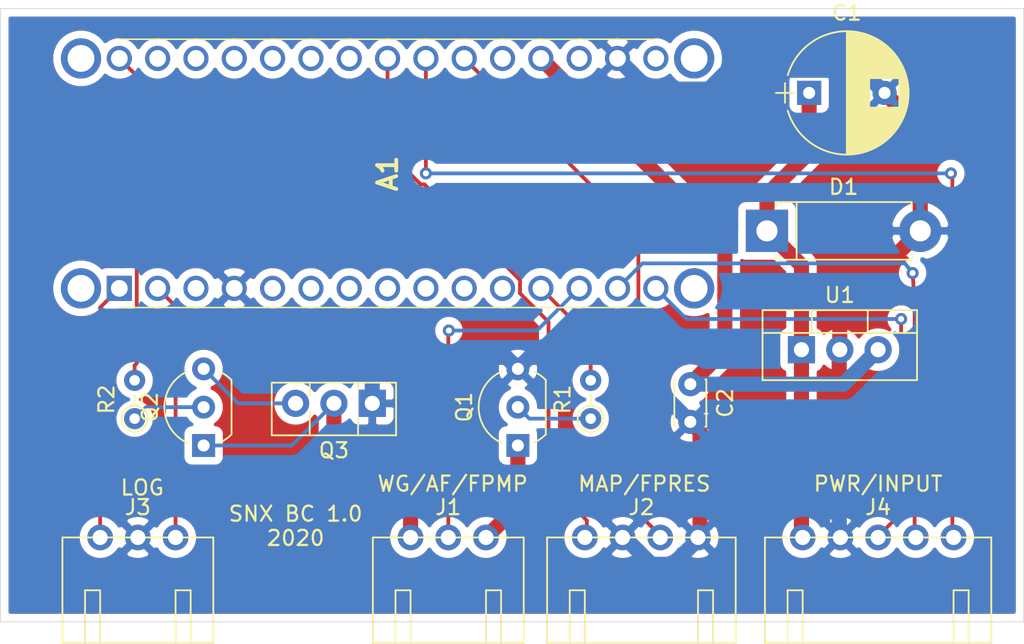
<source format=kicad_pcb>
(kicad_pcb (version 20171130) (host pcbnew "(5.1.4)-1")

  (general
    (thickness 1.6)
    (drawings 11)
    (tracks 108)
    (zones 0)
    (modules 14)
    (nets 19)
  )

  (page A4)
  (layers
    (0 F.Cu signal)
    (31 B.Cu signal)
    (32 B.Adhes user)
    (33 F.Adhes user)
    (34 B.Paste user)
    (35 F.Paste user)
    (36 B.SilkS user)
    (37 F.SilkS user)
    (38 B.Mask user)
    (39 F.Mask user)
    (40 Dwgs.User user hide)
    (41 Cmts.User user)
    (42 Eco1.User user)
    (43 Eco2.User user)
    (44 Edge.Cuts user)
    (45 Margin user)
    (46 B.CrtYd user)
    (47 F.CrtYd user)
    (48 B.Fab user)
    (49 F.Fab user hide)
  )

  (setup
    (last_trace_width 0.25)
    (user_trace_width 0.25)
    (user_trace_width 1)
    (trace_clearance 0.2)
    (zone_clearance 0.508)
    (zone_45_only no)
    (trace_min 0.2)
    (via_size 0.8)
    (via_drill 0.4)
    (via_min_size 0.4)
    (via_min_drill 0.3)
    (uvia_size 0.3)
    (uvia_drill 0.1)
    (uvias_allowed no)
    (uvia_min_size 0.2)
    (uvia_min_drill 0.1)
    (edge_width 0.05)
    (segment_width 0.2)
    (pcb_text_width 0.3)
    (pcb_text_size 1.5 1.5)
    (mod_edge_width 0.12)
    (mod_text_size 1 1)
    (mod_text_width 0.15)
    (pad_size 1.524 1.524)
    (pad_drill 0.762)
    (pad_to_mask_clearance 0.051)
    (solder_mask_min_width 0.25)
    (aux_axis_origin 0 0)
    (visible_elements 7FFFFFFF)
    (pcbplotparams
      (layerselection 0x010fc_ffffffff)
      (usegerberextensions false)
      (usegerberattributes false)
      (usegerberadvancedattributes false)
      (creategerberjobfile false)
      (excludeedgelayer true)
      (linewidth 0.100000)
      (plotframeref false)
      (viasonmask false)
      (mode 1)
      (useauxorigin false)
      (hpglpennumber 1)
      (hpglpenspeed 20)
      (hpglpendiameter 15.000000)
      (psnegative false)
      (psa4output false)
      (plotreference true)
      (plotvalue true)
      (plotinvisibletext false)
      (padsonsilk false)
      (subtractmaskfromsilk false)
      (outputformat 1)
      (mirror false)
      (drillshape 0)
      (scaleselection 1)
      (outputdirectory "Gerber/"))
  )

  (net 0 "")
  (net 1 AIR_FLOW)
  (net 2 WG_SOL)
  (net 3 GND)
  (net 4 MAP)
  (net 5 RX)
  (net 6 TX)
  (net 7 THROTTLE)
  (net 8 SPEED)
  (net 9 RPM)
  (net 10 +12V)
  (net 11 "Net-(Q1-Pad2)")
  (net 12 "Net-(A1-Pad16)")
  (net 13 +5V)
  (net 14 FUEL_PRES)
  (net 15 "Net-(A1-Pad12)")
  (net 16 FUEL_PUMP)
  (net 17 "Net-(Q2-Pad2)")
  (net 18 "Net-(Q2-Pad3)")

  (net_class Default "This is the default net class."
    (clearance 0.2)
    (trace_width 0.25)
    (via_dia 0.8)
    (via_drill 0.4)
    (uvia_dia 0.3)
    (uvia_drill 0.1)
    (add_net +12V)
    (add_net +5V)
    (add_net AIR_FLOW)
    (add_net FUEL_PRES)
    (add_net FUEL_PUMP)
    (add_net GND)
    (add_net MAP)
    (add_net "Net-(A1-Pad12)")
    (add_net "Net-(A1-Pad16)")
    (add_net "Net-(Q1-Pad2)")
    (add_net "Net-(Q2-Pad2)")
    (add_net "Net-(Q2-Pad3)")
    (add_net RPM)
    (add_net RX)
    (add_net SPEED)
    (add_net THROTTLE)
    (add_net TX)
    (add_net WG_SOL)
  )

  (module MyLibrary:JST_XH_4x2.50mm_TH_Angled (layer F.Cu) (tedit 5E45C265) (tstamp 5E2E26E9)
    (at 131.378 110.998)
    (path /5E2E8F42)
    (fp_text reference J2 (at 0 -2) (layer F.SilkS)
      (effects (font (size 1 1) (thickness 0.15)))
    )
    (fp_text value Conn_01x04 (at 0 -3.5) (layer F.Fab)
      (effects (font (size 1 1) (thickness 0.15)))
    )
    (fp_line (start -3.75 3.5) (end -3.75 7) (layer F.SilkS) (width 0.12))
    (fp_line (start -4.75 3.5) (end -3.75 3.5) (layer F.SilkS) (width 0.12))
    (fp_line (start -4.75 7) (end -4.75 3.5) (layer F.SilkS) (width 0.12))
    (fp_line (start 3.75 3.5) (end 3.75 7) (layer F.SilkS) (width 0.12))
    (fp_line (start 4.75 3.5) (end 3.75 3.5) (layer F.SilkS) (width 0.12))
    (fp_line (start 4.75 7) (end 4.75 3.5) (layer F.SilkS) (width 0.12))
    (fp_line (start -6.25 7) (end -6.25 0) (layer F.SilkS) (width 0.12))
    (fp_line (start 6.25 7) (end -6.25 7) (layer F.SilkS) (width 0.12))
    (fp_line (start 6.25 0) (end 6.25 7) (layer F.SilkS) (width 0.12))
    (fp_line (start -6.25 0) (end 6.25 0) (layer F.SilkS) (width 0.12))
    (pad 4 thru_hole circle (at 3.75 0) (size 1.7 1.7) (drill 1) (layers *.Cu *.Mask)
      (net 3 GND))
    (pad 3 thru_hole circle (at 1.25 0) (size 1.7 1.7) (drill 1) (layers *.Cu *.Mask)
      (net 14 FUEL_PRES))
    (pad 2 thru_hole circle (at -1.25 0) (size 1.7 1.7) (drill 1) (layers *.Cu *.Mask)
      (net 3 GND))
    (pad 1 thru_hole circle (at -3.75 0) (size 1.7 1.7) (drill 1) (layers *.Cu *.Mask)
      (net 4 MAP))
    (model D:/dev/perso/BoostControler/Electrical/JST_XH_4x2.5_TH_Angled.step
      (at (xyz 0 0 0))
      (scale (xyz 1 1 1))
      (rotate (xyz 0 0 0))
    )
  )

  (module MyLibrary:JST_XH_5x2.50mm_TH_Angled (layer F.Cu) (tedit 5E45C1D5) (tstamp 5E2E2701)
    (at 147.066 110.998)
    (path /5E2EB278)
    (fp_text reference J4 (at 0 -2) (layer F.SilkS)
      (effects (font (size 1 1) (thickness 0.15)))
    )
    (fp_text value Conn_01x05 (at 0 -3.5) (layer F.Fab)
      (effects (font (size 1 1) (thickness 0.15)))
    )
    (fp_line (start -5 3.5) (end -5 7) (layer F.SilkS) (width 0.12))
    (fp_line (start -6 3.5) (end -5 3.5) (layer F.SilkS) (width 0.12))
    (fp_line (start -6 7) (end -6 3.5) (layer F.SilkS) (width 0.12))
    (fp_line (start 5 3.5) (end 5 7) (layer F.SilkS) (width 0.12))
    (fp_line (start 6 3.5) (end 5 3.5) (layer F.SilkS) (width 0.12))
    (fp_line (start 6 7) (end 6 3.5) (layer F.SilkS) (width 0.12))
    (fp_line (start -7.5 7) (end -7.5 0) (layer F.SilkS) (width 0.12))
    (fp_line (start 7.5 7) (end -7.5 7) (layer F.SilkS) (width 0.12))
    (fp_line (start 7.5 0) (end 7.5 7) (layer F.SilkS) (width 0.12))
    (fp_line (start -7.5 0) (end 7.5 0) (layer F.SilkS) (width 0.12))
    (pad 5 thru_hole circle (at 5 0) (size 1.7 1.7) (drill 1) (layers *.Cu *.Mask)
      (net 7 THROTTLE))
    (pad 4 thru_hole circle (at 2.5 0) (size 1.7 1.7) (drill 1) (layers *.Cu *.Mask)
      (net 8 SPEED))
    (pad 3 thru_hole circle (at 0 0) (size 1.7 1.7) (drill 1) (layers *.Cu *.Mask)
      (net 9 RPM))
    (pad 2 thru_hole circle (at -2.5 0) (size 1.7 1.7) (drill 1) (layers *.Cu *.Mask)
      (net 3 GND))
    (pad 1 thru_hole circle (at -5 0) (size 1.7 1.7) (drill 1) (layers *.Cu *.Mask)
      (net 10 +12V))
    (model D:/dev/perso/BoostControler/Electrical/JST_XH_5x2.5_TH_Angled.step
      (at (xyz 0 0 0))
      (scale (xyz 1 1 1))
      (rotate (xyz 0 0 0))
    )
  )

  (module MyLibrary:JST_XH_3x2.50mm_TH_Angled (layer F.Cu) (tedit 5E3DF299) (tstamp 5E2E26EC)
    (at 98.004 110.998)
    (path /5E2EA50A)
    (fp_text reference J3 (at 0 -2) (layer F.SilkS)
      (effects (font (size 1 1) (thickness 0.15)))
    )
    (fp_text value Conn_01x03 (at 0 -3.5) (layer F.Fab)
      (effects (font (size 1 1) (thickness 0.15)))
    )
    (fp_line (start -2.5 3.5) (end -2.5 7) (layer F.SilkS) (width 0.12))
    (fp_line (start -3.5 3.5) (end -2.5 3.5) (layer F.SilkS) (width 0.12))
    (fp_line (start -3.5 7) (end -3.5 3.5) (layer F.SilkS) (width 0.12))
    (fp_line (start 2.5 3.5) (end 2.5 7) (layer F.SilkS) (width 0.12))
    (fp_line (start 3.5 3.5) (end 2.5 3.5) (layer F.SilkS) (width 0.12))
    (fp_line (start 3.5 7) (end 3.5 3.5) (layer F.SilkS) (width 0.12))
    (fp_line (start -5 7) (end -5 0) (layer F.SilkS) (width 0.12))
    (fp_line (start 5 7) (end -5 7) (layer F.SilkS) (width 0.12))
    (fp_line (start 5 0) (end 5 7) (layer F.SilkS) (width 0.12))
    (fp_line (start -5 0) (end 5 0) (layer F.SilkS) (width 0.12))
    (pad 3 thru_hole circle (at 2.5 0) (size 1.7 1.7) (drill 1) (layers *.Cu *.Mask)
      (net 5 RX))
    (pad 2 thru_hole circle (at 0 0) (size 1.7 1.7) (drill 1) (layers *.Cu *.Mask)
      (net 3 GND))
    (pad 1 thru_hole circle (at -2.5 0) (size 1.7 1.7) (drill 1) (layers *.Cu *.Mask)
      (net 6 TX))
    (model D:/dev/perso/BoostControler/Electrical/JST_XH_3x2.5_TH_Angled.step
      (at (xyz 0 0 0))
      (scale (xyz 1 1 1))
      (rotate (xyz 0 0 0))
    )
  )

  (module MyLibrary:JST_XH_3x2.50mm_TH_Angled (layer F.Cu) (tedit 5E3DF299) (tstamp 5E2E326D)
    (at 118.578 110.998)
    (path /5E2E2DF8)
    (fp_text reference J1 (at 0 -2) (layer F.SilkS)
      (effects (font (size 1 1) (thickness 0.15)))
    )
    (fp_text value Conn_01x03 (at 0 -3.5) (layer F.Fab)
      (effects (font (size 1 1) (thickness 0.15)))
    )
    (fp_line (start -2.5 3.5) (end -2.5 7) (layer F.SilkS) (width 0.12))
    (fp_line (start -3.5 3.5) (end -2.5 3.5) (layer F.SilkS) (width 0.12))
    (fp_line (start -3.5 7) (end -3.5 3.5) (layer F.SilkS) (width 0.12))
    (fp_line (start 2.5 3.5) (end 2.5 7) (layer F.SilkS) (width 0.12))
    (fp_line (start 3.5 3.5) (end 2.5 3.5) (layer F.SilkS) (width 0.12))
    (fp_line (start 3.5 7) (end 3.5 3.5) (layer F.SilkS) (width 0.12))
    (fp_line (start -5 7) (end -5 0) (layer F.SilkS) (width 0.12))
    (fp_line (start 5 7) (end -5 7) (layer F.SilkS) (width 0.12))
    (fp_line (start 5 0) (end 5 7) (layer F.SilkS) (width 0.12))
    (fp_line (start -5 0) (end 5 0) (layer F.SilkS) (width 0.12))
    (pad 3 thru_hole circle (at 2.5 0) (size 1.7 1.7) (drill 1) (layers *.Cu *.Mask)
      (net 16 FUEL_PUMP))
    (pad 2 thru_hole circle (at 0 0) (size 1.7 1.7) (drill 1) (layers *.Cu *.Mask)
      (net 1 AIR_FLOW))
    (pad 1 thru_hole circle (at -2.5 0) (size 1.7 1.7) (drill 1) (layers *.Cu *.Mask)
      (net 2 WG_SOL))
    (model D:/dev/perso/BoostControler/Electrical/JST_XH_3x2.5_TH_Angled.step
      (at (xyz 0 0 0))
      (scale (xyz 1 1 1))
      (rotate (xyz 0 0 0))
    )
  )

  (module Resistors_THT:R_Axial_DIN0204_L3.6mm_D1.6mm_P2.54mm_Vertical (layer F.Cu) (tedit 5874F706) (tstamp 5E2E2748)
    (at 128.016 103.124 90)
    (descr "Resistor, Axial_DIN0204 series, Axial, Vertical, pin pitch=2.54mm, 0.16666666666666666W = 1/6W, length*diameter=3.6*1.6mm^2, http://cdn-reichelt.de/documents/datenblatt/B400/1_4W%23YAG.pdf")
    (tags "Resistor Axial_DIN0204 series Axial Vertical pin pitch 2.54mm 0.16666666666666666W = 1/6W length 3.6mm diameter 1.6mm")
    (path /5E2E566D)
    (fp_text reference R1 (at 1.27 -1.86 90) (layer F.SilkS)
      (effects (font (size 1 1) (thickness 0.15)))
    )
    (fp_text value 330 (at 1.27 1.86 90) (layer F.Fab)
      (effects (font (size 1 1) (thickness 0.15)))
    )
    (fp_circle (center 0 0) (end 0.8 0) (layer F.Fab) (width 0.1))
    (fp_circle (center 0 0) (end 0.86 0) (layer F.SilkS) (width 0.12))
    (fp_line (start 0 0) (end 2.54 0) (layer F.Fab) (width 0.1))
    (fp_line (start 0.86 0) (end 1.54 0) (layer F.SilkS) (width 0.12))
    (fp_line (start -1.15 -1.15) (end -1.15 1.15) (layer F.CrtYd) (width 0.05))
    (fp_line (start -1.15 1.15) (end 3.55 1.15) (layer F.CrtYd) (width 0.05))
    (fp_line (start 3.55 1.15) (end 3.55 -1.15) (layer F.CrtYd) (width 0.05))
    (fp_line (start 3.55 -1.15) (end -1.15 -1.15) (layer F.CrtYd) (width 0.05))
    (pad 1 thru_hole circle (at 0 0 90) (size 1.4 1.4) (drill 0.7) (layers *.Cu *.Mask)
      (net 11 "Net-(Q1-Pad2)"))
    (pad 2 thru_hole oval (at 2.54 0 90) (size 1.4 1.4) (drill 0.7) (layers *.Cu *.Mask)
      (net 15 "Net-(A1-Pad12)"))
    (model ${KISYS3DMOD}/Resistors_THT.3dshapes/R_Axial_DIN0204_L3.6mm_D1.6mm_P2.54mm_Vertical.wrl
      (at (xyz 0 0 0))
      (scale (xyz 0.393701 0.393701 0.393701))
      (rotate (xyz 0 0 0))
    )
  )

  (module TO_SOT_Packages_THT:TO-92_Inline_Wide (layer F.Cu) (tedit 58CE52AF) (tstamp 5E2E2719)
    (at 123.19 104.902 90)
    (descr "TO-92 leads in-line, wide, drill 0.8mm (see NXP sot054_po.pdf)")
    (tags "to-92 sc-43 sc-43a sot54 PA33 transistor")
    (path /5E2E3E7F)
    (fp_text reference Q1 (at 2.54 -3.56 270) (layer F.SilkS)
      (effects (font (size 1 1) (thickness 0.15)))
    )
    (fp_text value BC337 (at 2.54 2.79 90) (layer F.Fab)
      (effects (font (size 1 1) (thickness 0.15)))
    )
    (fp_text user %R (at 2.54 -3.56 270) (layer F.Fab)
      (effects (font (size 1 1) (thickness 0.15)))
    )
    (fp_line (start 0.74 1.85) (end 4.34 1.85) (layer F.SilkS) (width 0.12))
    (fp_line (start 0.8 1.75) (end 4.3 1.75) (layer F.Fab) (width 0.1))
    (fp_line (start -1.01 -2.73) (end 6.09 -2.73) (layer F.CrtYd) (width 0.05))
    (fp_line (start -1.01 -2.73) (end -1.01 2.01) (layer F.CrtYd) (width 0.05))
    (fp_line (start 6.09 2.01) (end 6.09 -2.73) (layer F.CrtYd) (width 0.05))
    (fp_line (start 6.09 2.01) (end -1.01 2.01) (layer F.CrtYd) (width 0.05))
    (fp_arc (start 2.54 0) (end 0.74 1.85) (angle 20) (layer F.SilkS) (width 0.12))
    (fp_arc (start 2.54 0) (end 2.54 -2.6) (angle -65) (layer F.SilkS) (width 0.12))
    (fp_arc (start 2.54 0) (end 2.54 -2.6) (angle 65) (layer F.SilkS) (width 0.12))
    (fp_arc (start 2.54 0) (end 2.54 -2.48) (angle 135) (layer F.Fab) (width 0.1))
    (fp_arc (start 2.54 0) (end 2.54 -2.48) (angle -135) (layer F.Fab) (width 0.1))
    (fp_arc (start 2.54 0) (end 4.34 1.85) (angle -20) (layer F.SilkS) (width 0.12))
    (pad 2 thru_hole circle (at 2.54 0 180) (size 1.52 1.52) (drill 0.8) (layers *.Cu *.Mask)
      (net 11 "Net-(Q1-Pad2)"))
    (pad 3 thru_hole circle (at 5.08 0 180) (size 1.52 1.52) (drill 0.8) (layers *.Cu *.Mask)
      (net 3 GND))
    (pad 1 thru_hole rect (at 0 0 180) (size 1.52 1.52) (drill 0.8) (layers *.Cu *.Mask)
      (net 16 FUEL_PUMP))
    (model ${KISYS3DMOD}/TO_SOT_Packages_THT.3dshapes/TO-92_Inline_Wide.wrl
      (offset (xyz 2.539999961853027 0 0))
      (scale (xyz 1 1 1))
      (rotate (xyz 0 0 -90))
    )
  )

  (module Library_Loader:ARDNANO30NP (layer F.Cu) (tedit 0) (tstamp 5E2CDB82)
    (at 96.774 94.488 90)
    (descr ARD-NANO30NP-4_1)
    (tags "Integrated Circuit")
    (path /5E2D4688)
    (fp_text reference A1 (at 7.62 17.78 90) (layer F.SilkS)
      (effects (font (size 1.27 1.27) (thickness 0.254)))
    )
    (fp_text value Arduino_Nano_v3.x (at 7.62 17.78 90) (layer F.SilkS) hide
      (effects (font (size 1.27 1.27) (thickness 0.254)))
    )
    (fp_line (start 16.51 35.56) (end 16.51 0) (layer F.SilkS) (width 0.1))
    (fp_line (start -1.27 0) (end -1.27 35.56) (layer F.SilkS) (width 0.1))
    (fp_line (start -2.334 40.434) (end -2.334 -4.873) (layer F.CrtYd) (width 0.1))
    (fp_line (start 17.573 40.434) (end -2.334 40.434) (layer F.CrtYd) (width 0.1))
    (fp_line (start 17.573 -4.873) (end 17.573 40.434) (layer F.CrtYd) (width 0.1))
    (fp_line (start -2.334 -4.873) (end 17.573 -4.873) (layer F.CrtYd) (width 0.1))
    (fp_line (start -1.27 39.37) (end -1.27 -3.81) (layer F.Fab) (width 0.2))
    (fp_line (start 16.51 39.37) (end -1.27 39.37) (layer F.Fab) (width 0.2))
    (fp_line (start 16.51 -3.81) (end 16.51 39.37) (layer F.Fab) (width 0.2))
    (fp_line (start -1.27 -3.81) (end 16.51 -3.81) (layer F.Fab) (width 0.2))
    (fp_text user %R (at 7.62 17.78 90) (layer F.Fab)
      (effects (font (size 1.27 1.27) (thickness 0.254)))
    )
    (pad MH4 thru_hole circle (at 15.24 -2.54 90) (size 2.667 2.667) (drill 1.778) (layers *.Cu *.Mask))
    (pad MH3 thru_hole circle (at 15.24 38.1 90) (size 2.667 2.667) (drill 1.778) (layers *.Cu *.Mask))
    (pad MH2 thru_hole circle (at 0 38.1 90) (size 2.667 2.667) (drill 1.778) (layers *.Cu *.Mask))
    (pad MH1 thru_hole circle (at 0 -2.54 90) (size 2.667 2.667) (drill 1.778) (layers *.Cu *.Mask))
    (pad 30 thru_hole circle (at 15.24 35.56 90) (size 1.665 1.665) (drill 1.11) (layers *.Cu *.Mask))
    (pad 29 thru_hole circle (at 15.24 33.02 90) (size 1.665 1.665) (drill 1.11) (layers *.Cu *.Mask)
      (net 3 GND))
    (pad 28 thru_hole circle (at 15.24 30.48 90) (size 1.665 1.665) (drill 1.11) (layers *.Cu *.Mask))
    (pad 27 thru_hole circle (at 15.24 27.94 90) (size 1.665 1.665) (drill 1.11) (layers *.Cu *.Mask)
      (net 13 +5V))
    (pad 26 thru_hole circle (at 15.24 25.4 90) (size 1.665 1.665) (drill 1.11) (layers *.Cu *.Mask))
    (pad 25 thru_hole circle (at 15.24 22.86 90) (size 1.665 1.665) (drill 1.11) (layers *.Cu *.Mask)
      (net 14 FUEL_PRES))
    (pad 24 thru_hole circle (at 15.24 20.32 90) (size 1.665 1.665) (drill 1.11) (layers *.Cu *.Mask)
      (net 7 THROTTLE))
    (pad 23 thru_hole circle (at 15.24 17.78 90) (size 1.665 1.665) (drill 1.11) (layers *.Cu *.Mask)
      (net 4 MAP))
    (pad 22 thru_hole circle (at 15.24 15.24 90) (size 1.665 1.665) (drill 1.11) (layers *.Cu *.Mask))
    (pad 21 thru_hole circle (at 15.24 12.7 90) (size 1.665 1.665) (drill 1.11) (layers *.Cu *.Mask))
    (pad 20 thru_hole circle (at 15.24 10.16 90) (size 1.665 1.665) (drill 1.11) (layers *.Cu *.Mask))
    (pad 19 thru_hole circle (at 15.24 7.62 90) (size 1.665 1.665) (drill 1.11) (layers *.Cu *.Mask))
    (pad 18 thru_hole circle (at 15.24 5.08 90) (size 1.665 1.665) (drill 1.11) (layers *.Cu *.Mask))
    (pad 17 thru_hole circle (at 15.24 2.54 90) (size 1.665 1.665) (drill 1.11) (layers *.Cu *.Mask))
    (pad 16 thru_hole circle (at 15.24 0 90) (size 1.665 1.665) (drill 1.11) (layers *.Cu *.Mask)
      (net 12 "Net-(A1-Pad16)"))
    (pad 15 thru_hole circle (at 0 35.56 90) (size 1.665 1.665) (drill 1.11) (layers *.Cu *.Mask)
      (net 9 RPM))
    (pad 14 thru_hole circle (at 0 33.02 90) (size 1.665 1.665) (drill 1.11) (layers *.Cu *.Mask)
      (net 8 SPEED))
    (pad 13 thru_hole circle (at 0 30.48 90) (size 1.665 1.665) (drill 1.11) (layers *.Cu *.Mask)
      (net 1 AIR_FLOW))
    (pad 12 thru_hole circle (at 0 27.94 90) (size 1.665 1.665) (drill 1.11) (layers *.Cu *.Mask)
      (net 15 "Net-(A1-Pad12)"))
    (pad 11 thru_hole circle (at 0 25.4 90) (size 1.665 1.665) (drill 1.11) (layers *.Cu *.Mask))
    (pad 10 thru_hole circle (at 0 22.86 90) (size 1.665 1.665) (drill 1.11) (layers *.Cu *.Mask))
    (pad 9 thru_hole circle (at 0 20.32 90) (size 1.665 1.665) (drill 1.11) (layers *.Cu *.Mask))
    (pad 8 thru_hole circle (at 0 17.78 90) (size 1.665 1.665) (drill 1.11) (layers *.Cu *.Mask))
    (pad 7 thru_hole circle (at 0 15.24 90) (size 1.665 1.665) (drill 1.11) (layers *.Cu *.Mask))
    (pad 6 thru_hole circle (at 0 12.7 90) (size 1.665 1.665) (drill 1.11) (layers *.Cu *.Mask))
    (pad 5 thru_hole circle (at 0 10.16 90) (size 1.665 1.665) (drill 1.11) (layers *.Cu *.Mask))
    (pad 4 thru_hole circle (at 0 7.62 90) (size 1.665 1.665) (drill 1.11) (layers *.Cu *.Mask)
      (net 3 GND))
    (pad 3 thru_hole circle (at 0 5.08 90) (size 1.665 1.665) (drill 1.11) (layers *.Cu *.Mask))
    (pad 2 thru_hole circle (at 0 2.54 90) (size 1.665 1.665) (drill 1.11) (layers *.Cu *.Mask)
      (net 5 RX))
    (pad 1 thru_hole rect (at 0 0 90) (size 1.665 1.665) (drill 1.11) (layers *.Cu *.Mask)
      (net 6 TX))
    (model D:\Kikad_library_dowload\SamacSys_Parts.3dshapes\ARD-NANO30NP.stp
      (at (xyz 0 0 0))
      (scale (xyz 1 1 1))
      (rotate (xyz 0 0 0))
    )
  )

  (module Capacitors_THT:C_Disc_D3.0mm_W2.0mm_P2.50mm (layer F.Cu) (tedit 597BC7C2) (tstamp 5E2CE2C4)
    (at 134.62 100.838 270)
    (descr "C, Disc series, Radial, pin pitch=2.50mm, , diameter*width=3*2mm^2, Capacitor")
    (tags "C Disc series Radial pin pitch 2.50mm  diameter 3mm width 2mm Capacitor")
    (path /5E2E15E4)
    (fp_text reference C2 (at 1.25 -2.31 90) (layer F.SilkS)
      (effects (font (size 1 1) (thickness 0.15)))
    )
    (fp_text value 0.1µF (at 1.25 2.31 90) (layer F.Fab)
      (effects (font (size 1 1) (thickness 0.15)))
    )
    (fp_line (start -0.25 -1) (end -0.25 1) (layer F.Fab) (width 0.1))
    (fp_line (start -0.25 1) (end 2.75 1) (layer F.Fab) (width 0.1))
    (fp_line (start 2.75 1) (end 2.75 -1) (layer F.Fab) (width 0.1))
    (fp_line (start 2.75 -1) (end -0.25 -1) (layer F.Fab) (width 0.1))
    (fp_line (start -0.31 -1.06) (end 2.81 -1.06) (layer F.SilkS) (width 0.12))
    (fp_line (start -0.31 1.06) (end 2.81 1.06) (layer F.SilkS) (width 0.12))
    (fp_line (start -0.31 -1.06) (end -0.31 -0.996) (layer F.SilkS) (width 0.12))
    (fp_line (start -0.31 0.996) (end -0.31 1.06) (layer F.SilkS) (width 0.12))
    (fp_line (start 2.81 -1.06) (end 2.81 -0.996) (layer F.SilkS) (width 0.12))
    (fp_line (start 2.81 0.996) (end 2.81 1.06) (layer F.SilkS) (width 0.12))
    (fp_line (start -1.05 -1.35) (end -1.05 1.35) (layer F.CrtYd) (width 0.05))
    (fp_line (start -1.05 1.35) (end 3.55 1.35) (layer F.CrtYd) (width 0.05))
    (fp_line (start 3.55 1.35) (end 3.55 -1.35) (layer F.CrtYd) (width 0.05))
    (fp_line (start 3.55 -1.35) (end -1.05 -1.35) (layer F.CrtYd) (width 0.05))
    (fp_text user %R (at 1.25 0 90) (layer F.Fab)
      (effects (font (size 1 1) (thickness 0.15)))
    )
    (pad 1 thru_hole circle (at 0 0 270) (size 1.6 1.6) (drill 0.8) (layers *.Cu *.Mask)
      (net 13 +5V))
    (pad 2 thru_hole circle (at 2.5 0 270) (size 1.6 1.6) (drill 0.8) (layers *.Cu *.Mask)
      (net 3 GND))
    (model ${KISYS3DMOD}/Capacitors_THT.3dshapes/C_Disc_D3.0mm_W2.0mm_P2.50mm.wrl
      (at (xyz 0 0 0))
      (scale (xyz 1 1 1))
      (rotate (xyz 0 0 0))
    )
  )

  (module Capacitors_THT:CP_Radial_D8.0mm_P5.00mm (layer F.Cu) (tedit 597BC7C2) (tstamp 5E2CCC46)
    (at 142.494 81.534)
    (descr "CP, Radial series, Radial, pin pitch=5.00mm, , diameter=8mm, Electrolytic Capacitor")
    (tags "CP Radial series Radial pin pitch 5.00mm  diameter 8mm Electrolytic Capacitor")
    (path /5E2E0F6D)
    (fp_text reference C1 (at 2.5 -5.31) (layer F.SilkS)
      (effects (font (size 1 1) (thickness 0.15)))
    )
    (fp_text value 10µF (at 2.5 5.31) (layer F.Fab)
      (effects (font (size 1 1) (thickness 0.15)))
    )
    (fp_arc (start 2.5 0) (end -1.416082 -1.18) (angle 146.5) (layer F.SilkS) (width 0.12))
    (fp_arc (start 2.5 0) (end -1.416082 1.18) (angle -146.5) (layer F.SilkS) (width 0.12))
    (fp_arc (start 2.5 0) (end 6.416082 -1.18) (angle 33.5) (layer F.SilkS) (width 0.12))
    (fp_circle (center 2.5 0) (end 6.5 0) (layer F.Fab) (width 0.1))
    (fp_line (start -2.2 0) (end -1 0) (layer F.Fab) (width 0.1))
    (fp_line (start -1.6 -0.65) (end -1.6 0.65) (layer F.Fab) (width 0.1))
    (fp_line (start 2.5 -4.05) (end 2.5 4.05) (layer F.SilkS) (width 0.12))
    (fp_line (start 2.54 -4.05) (end 2.54 4.05) (layer F.SilkS) (width 0.12))
    (fp_line (start 2.58 -4.05) (end 2.58 4.05) (layer F.SilkS) (width 0.12))
    (fp_line (start 2.62 -4.049) (end 2.62 4.049) (layer F.SilkS) (width 0.12))
    (fp_line (start 2.66 -4.047) (end 2.66 4.047) (layer F.SilkS) (width 0.12))
    (fp_line (start 2.7 -4.046) (end 2.7 4.046) (layer F.SilkS) (width 0.12))
    (fp_line (start 2.74 -4.043) (end 2.74 4.043) (layer F.SilkS) (width 0.12))
    (fp_line (start 2.78 -4.041) (end 2.78 4.041) (layer F.SilkS) (width 0.12))
    (fp_line (start 2.82 -4.038) (end 2.82 4.038) (layer F.SilkS) (width 0.12))
    (fp_line (start 2.86 -4.035) (end 2.86 4.035) (layer F.SilkS) (width 0.12))
    (fp_line (start 2.9 -4.031) (end 2.9 4.031) (layer F.SilkS) (width 0.12))
    (fp_line (start 2.94 -4.027) (end 2.94 4.027) (layer F.SilkS) (width 0.12))
    (fp_line (start 2.98 -4.022) (end 2.98 4.022) (layer F.SilkS) (width 0.12))
    (fp_line (start 3.02 -4.017) (end 3.02 4.017) (layer F.SilkS) (width 0.12))
    (fp_line (start 3.06 -4.012) (end 3.06 4.012) (layer F.SilkS) (width 0.12))
    (fp_line (start 3.1 -4.006) (end 3.1 4.006) (layer F.SilkS) (width 0.12))
    (fp_line (start 3.14 -4) (end 3.14 4) (layer F.SilkS) (width 0.12))
    (fp_line (start 3.18 -3.994) (end 3.18 3.994) (layer F.SilkS) (width 0.12))
    (fp_line (start 3.221 -3.987) (end 3.221 3.987) (layer F.SilkS) (width 0.12))
    (fp_line (start 3.261 -3.979) (end 3.261 3.979) (layer F.SilkS) (width 0.12))
    (fp_line (start 3.301 -3.971) (end 3.301 3.971) (layer F.SilkS) (width 0.12))
    (fp_line (start 3.341 -3.963) (end 3.341 3.963) (layer F.SilkS) (width 0.12))
    (fp_line (start 3.381 -3.955) (end 3.381 3.955) (layer F.SilkS) (width 0.12))
    (fp_line (start 3.421 -3.946) (end 3.421 3.946) (layer F.SilkS) (width 0.12))
    (fp_line (start 3.461 -3.936) (end 3.461 3.936) (layer F.SilkS) (width 0.12))
    (fp_line (start 3.501 -3.926) (end 3.501 3.926) (layer F.SilkS) (width 0.12))
    (fp_line (start 3.541 -3.916) (end 3.541 3.916) (layer F.SilkS) (width 0.12))
    (fp_line (start 3.581 -3.905) (end 3.581 3.905) (layer F.SilkS) (width 0.12))
    (fp_line (start 3.621 -3.894) (end 3.621 3.894) (layer F.SilkS) (width 0.12))
    (fp_line (start 3.661 -3.883) (end 3.661 3.883) (layer F.SilkS) (width 0.12))
    (fp_line (start 3.701 -3.87) (end 3.701 3.87) (layer F.SilkS) (width 0.12))
    (fp_line (start 3.741 -3.858) (end 3.741 3.858) (layer F.SilkS) (width 0.12))
    (fp_line (start 3.781 -3.845) (end 3.781 3.845) (layer F.SilkS) (width 0.12))
    (fp_line (start 3.821 -3.832) (end 3.821 3.832) (layer F.SilkS) (width 0.12))
    (fp_line (start 3.861 -3.818) (end 3.861 3.818) (layer F.SilkS) (width 0.12))
    (fp_line (start 3.901 -3.803) (end 3.901 3.803) (layer F.SilkS) (width 0.12))
    (fp_line (start 3.941 -3.789) (end 3.941 3.789) (layer F.SilkS) (width 0.12))
    (fp_line (start 3.981 -3.773) (end 3.981 3.773) (layer F.SilkS) (width 0.12))
    (fp_line (start 4.021 -3.758) (end 4.021 -0.98) (layer F.SilkS) (width 0.12))
    (fp_line (start 4.021 0.98) (end 4.021 3.758) (layer F.SilkS) (width 0.12))
    (fp_line (start 4.061 -3.741) (end 4.061 -0.98) (layer F.SilkS) (width 0.12))
    (fp_line (start 4.061 0.98) (end 4.061 3.741) (layer F.SilkS) (width 0.12))
    (fp_line (start 4.101 -3.725) (end 4.101 -0.98) (layer F.SilkS) (width 0.12))
    (fp_line (start 4.101 0.98) (end 4.101 3.725) (layer F.SilkS) (width 0.12))
    (fp_line (start 4.141 -3.707) (end 4.141 -0.98) (layer F.SilkS) (width 0.12))
    (fp_line (start 4.141 0.98) (end 4.141 3.707) (layer F.SilkS) (width 0.12))
    (fp_line (start 4.181 -3.69) (end 4.181 -0.98) (layer F.SilkS) (width 0.12))
    (fp_line (start 4.181 0.98) (end 4.181 3.69) (layer F.SilkS) (width 0.12))
    (fp_line (start 4.221 -3.671) (end 4.221 -0.98) (layer F.SilkS) (width 0.12))
    (fp_line (start 4.221 0.98) (end 4.221 3.671) (layer F.SilkS) (width 0.12))
    (fp_line (start 4.261 -3.652) (end 4.261 -0.98) (layer F.SilkS) (width 0.12))
    (fp_line (start 4.261 0.98) (end 4.261 3.652) (layer F.SilkS) (width 0.12))
    (fp_line (start 4.301 -3.633) (end 4.301 -0.98) (layer F.SilkS) (width 0.12))
    (fp_line (start 4.301 0.98) (end 4.301 3.633) (layer F.SilkS) (width 0.12))
    (fp_line (start 4.341 -3.613) (end 4.341 -0.98) (layer F.SilkS) (width 0.12))
    (fp_line (start 4.341 0.98) (end 4.341 3.613) (layer F.SilkS) (width 0.12))
    (fp_line (start 4.381 -3.593) (end 4.381 -0.98) (layer F.SilkS) (width 0.12))
    (fp_line (start 4.381 0.98) (end 4.381 3.593) (layer F.SilkS) (width 0.12))
    (fp_line (start 4.421 -3.572) (end 4.421 -0.98) (layer F.SilkS) (width 0.12))
    (fp_line (start 4.421 0.98) (end 4.421 3.572) (layer F.SilkS) (width 0.12))
    (fp_line (start 4.461 -3.55) (end 4.461 -0.98) (layer F.SilkS) (width 0.12))
    (fp_line (start 4.461 0.98) (end 4.461 3.55) (layer F.SilkS) (width 0.12))
    (fp_line (start 4.501 -3.528) (end 4.501 -0.98) (layer F.SilkS) (width 0.12))
    (fp_line (start 4.501 0.98) (end 4.501 3.528) (layer F.SilkS) (width 0.12))
    (fp_line (start 4.541 -3.505) (end 4.541 -0.98) (layer F.SilkS) (width 0.12))
    (fp_line (start 4.541 0.98) (end 4.541 3.505) (layer F.SilkS) (width 0.12))
    (fp_line (start 4.581 -3.482) (end 4.581 -0.98) (layer F.SilkS) (width 0.12))
    (fp_line (start 4.581 0.98) (end 4.581 3.482) (layer F.SilkS) (width 0.12))
    (fp_line (start 4.621 -3.458) (end 4.621 -0.98) (layer F.SilkS) (width 0.12))
    (fp_line (start 4.621 0.98) (end 4.621 3.458) (layer F.SilkS) (width 0.12))
    (fp_line (start 4.661 -3.434) (end 4.661 -0.98) (layer F.SilkS) (width 0.12))
    (fp_line (start 4.661 0.98) (end 4.661 3.434) (layer F.SilkS) (width 0.12))
    (fp_line (start 4.701 -3.408) (end 4.701 -0.98) (layer F.SilkS) (width 0.12))
    (fp_line (start 4.701 0.98) (end 4.701 3.408) (layer F.SilkS) (width 0.12))
    (fp_line (start 4.741 -3.383) (end 4.741 -0.98) (layer F.SilkS) (width 0.12))
    (fp_line (start 4.741 0.98) (end 4.741 3.383) (layer F.SilkS) (width 0.12))
    (fp_line (start 4.781 -3.356) (end 4.781 -0.98) (layer F.SilkS) (width 0.12))
    (fp_line (start 4.781 0.98) (end 4.781 3.356) (layer F.SilkS) (width 0.12))
    (fp_line (start 4.821 -3.329) (end 4.821 -0.98) (layer F.SilkS) (width 0.12))
    (fp_line (start 4.821 0.98) (end 4.821 3.329) (layer F.SilkS) (width 0.12))
    (fp_line (start 4.861 -3.301) (end 4.861 -0.98) (layer F.SilkS) (width 0.12))
    (fp_line (start 4.861 0.98) (end 4.861 3.301) (layer F.SilkS) (width 0.12))
    (fp_line (start 4.901 -3.272) (end 4.901 -0.98) (layer F.SilkS) (width 0.12))
    (fp_line (start 4.901 0.98) (end 4.901 3.272) (layer F.SilkS) (width 0.12))
    (fp_line (start 4.941 -3.243) (end 4.941 -0.98) (layer F.SilkS) (width 0.12))
    (fp_line (start 4.941 0.98) (end 4.941 3.243) (layer F.SilkS) (width 0.12))
    (fp_line (start 4.981 -3.213) (end 4.981 -0.98) (layer F.SilkS) (width 0.12))
    (fp_line (start 4.981 0.98) (end 4.981 3.213) (layer F.SilkS) (width 0.12))
    (fp_line (start 5.021 -3.182) (end 5.021 -0.98) (layer F.SilkS) (width 0.12))
    (fp_line (start 5.021 0.98) (end 5.021 3.182) (layer F.SilkS) (width 0.12))
    (fp_line (start 5.061 -3.15) (end 5.061 -0.98) (layer F.SilkS) (width 0.12))
    (fp_line (start 5.061 0.98) (end 5.061 3.15) (layer F.SilkS) (width 0.12))
    (fp_line (start 5.101 -3.118) (end 5.101 -0.98) (layer F.SilkS) (width 0.12))
    (fp_line (start 5.101 0.98) (end 5.101 3.118) (layer F.SilkS) (width 0.12))
    (fp_line (start 5.141 -3.084) (end 5.141 -0.98) (layer F.SilkS) (width 0.12))
    (fp_line (start 5.141 0.98) (end 5.141 3.084) (layer F.SilkS) (width 0.12))
    (fp_line (start 5.181 -3.05) (end 5.181 -0.98) (layer F.SilkS) (width 0.12))
    (fp_line (start 5.181 0.98) (end 5.181 3.05) (layer F.SilkS) (width 0.12))
    (fp_line (start 5.221 -3.015) (end 5.221 -0.98) (layer F.SilkS) (width 0.12))
    (fp_line (start 5.221 0.98) (end 5.221 3.015) (layer F.SilkS) (width 0.12))
    (fp_line (start 5.261 -2.979) (end 5.261 -0.98) (layer F.SilkS) (width 0.12))
    (fp_line (start 5.261 0.98) (end 5.261 2.979) (layer F.SilkS) (width 0.12))
    (fp_line (start 5.301 -2.942) (end 5.301 -0.98) (layer F.SilkS) (width 0.12))
    (fp_line (start 5.301 0.98) (end 5.301 2.942) (layer F.SilkS) (width 0.12))
    (fp_line (start 5.341 -2.904) (end 5.341 -0.98) (layer F.SilkS) (width 0.12))
    (fp_line (start 5.341 0.98) (end 5.341 2.904) (layer F.SilkS) (width 0.12))
    (fp_line (start 5.381 -2.865) (end 5.381 -0.98) (layer F.SilkS) (width 0.12))
    (fp_line (start 5.381 0.98) (end 5.381 2.865) (layer F.SilkS) (width 0.12))
    (fp_line (start 5.421 -2.824) (end 5.421 -0.98) (layer F.SilkS) (width 0.12))
    (fp_line (start 5.421 0.98) (end 5.421 2.824) (layer F.SilkS) (width 0.12))
    (fp_line (start 5.461 -2.783) (end 5.461 -0.98) (layer F.SilkS) (width 0.12))
    (fp_line (start 5.461 0.98) (end 5.461 2.783) (layer F.SilkS) (width 0.12))
    (fp_line (start 5.501 -2.74) (end 5.501 -0.98) (layer F.SilkS) (width 0.12))
    (fp_line (start 5.501 0.98) (end 5.501 2.74) (layer F.SilkS) (width 0.12))
    (fp_line (start 5.541 -2.697) (end 5.541 -0.98) (layer F.SilkS) (width 0.12))
    (fp_line (start 5.541 0.98) (end 5.541 2.697) (layer F.SilkS) (width 0.12))
    (fp_line (start 5.581 -2.652) (end 5.581 -0.98) (layer F.SilkS) (width 0.12))
    (fp_line (start 5.581 0.98) (end 5.581 2.652) (layer F.SilkS) (width 0.12))
    (fp_line (start 5.621 -2.605) (end 5.621 -0.98) (layer F.SilkS) (width 0.12))
    (fp_line (start 5.621 0.98) (end 5.621 2.605) (layer F.SilkS) (width 0.12))
    (fp_line (start 5.661 -2.557) (end 5.661 -0.98) (layer F.SilkS) (width 0.12))
    (fp_line (start 5.661 0.98) (end 5.661 2.557) (layer F.SilkS) (width 0.12))
    (fp_line (start 5.701 -2.508) (end 5.701 -0.98) (layer F.SilkS) (width 0.12))
    (fp_line (start 5.701 0.98) (end 5.701 2.508) (layer F.SilkS) (width 0.12))
    (fp_line (start 5.741 -2.457) (end 5.741 -0.98) (layer F.SilkS) (width 0.12))
    (fp_line (start 5.741 0.98) (end 5.741 2.457) (layer F.SilkS) (width 0.12))
    (fp_line (start 5.781 -2.404) (end 5.781 -0.98) (layer F.SilkS) (width 0.12))
    (fp_line (start 5.781 0.98) (end 5.781 2.404) (layer F.SilkS) (width 0.12))
    (fp_line (start 5.821 -2.349) (end 5.821 -0.98) (layer F.SilkS) (width 0.12))
    (fp_line (start 5.821 0.98) (end 5.821 2.349) (layer F.SilkS) (width 0.12))
    (fp_line (start 5.861 -2.293) (end 5.861 -0.98) (layer F.SilkS) (width 0.12))
    (fp_line (start 5.861 0.98) (end 5.861 2.293) (layer F.SilkS) (width 0.12))
    (fp_line (start 5.901 -2.234) (end 5.901 -0.98) (layer F.SilkS) (width 0.12))
    (fp_line (start 5.901 0.98) (end 5.901 2.234) (layer F.SilkS) (width 0.12))
    (fp_line (start 5.941 -2.173) (end 5.941 -0.98) (layer F.SilkS) (width 0.12))
    (fp_line (start 5.941 0.98) (end 5.941 2.173) (layer F.SilkS) (width 0.12))
    (fp_line (start 5.981 -2.109) (end 5.981 2.109) (layer F.SilkS) (width 0.12))
    (fp_line (start 6.021 -2.043) (end 6.021 2.043) (layer F.SilkS) (width 0.12))
    (fp_line (start 6.061 -1.974) (end 6.061 1.974) (layer F.SilkS) (width 0.12))
    (fp_line (start 6.101 -1.902) (end 6.101 1.902) (layer F.SilkS) (width 0.12))
    (fp_line (start 6.141 -1.826) (end 6.141 1.826) (layer F.SilkS) (width 0.12))
    (fp_line (start 6.181 -1.745) (end 6.181 1.745) (layer F.SilkS) (width 0.12))
    (fp_line (start 6.221 -1.66) (end 6.221 1.66) (layer F.SilkS) (width 0.12))
    (fp_line (start 6.261 -1.57) (end 6.261 1.57) (layer F.SilkS) (width 0.12))
    (fp_line (start 6.301 -1.473) (end 6.301 1.473) (layer F.SilkS) (width 0.12))
    (fp_line (start 6.341 -1.369) (end 6.341 1.369) (layer F.SilkS) (width 0.12))
    (fp_line (start 6.381 -1.254) (end 6.381 1.254) (layer F.SilkS) (width 0.12))
    (fp_line (start 6.421 -1.127) (end 6.421 1.127) (layer F.SilkS) (width 0.12))
    (fp_line (start 6.461 -0.983) (end 6.461 0.983) (layer F.SilkS) (width 0.12))
    (fp_line (start 6.501 -0.814) (end 6.501 0.814) (layer F.SilkS) (width 0.12))
    (fp_line (start 6.541 -0.598) (end 6.541 0.598) (layer F.SilkS) (width 0.12))
    (fp_line (start 6.581 -0.246) (end 6.581 0.246) (layer F.SilkS) (width 0.12))
    (fp_line (start -2.2 0) (end -1 0) (layer F.SilkS) (width 0.12))
    (fp_line (start -1.6 -0.65) (end -1.6 0.65) (layer F.SilkS) (width 0.12))
    (fp_line (start -1.85 -4.35) (end -1.85 4.35) (layer F.CrtYd) (width 0.05))
    (fp_line (start -1.85 4.35) (end 6.85 4.35) (layer F.CrtYd) (width 0.05))
    (fp_line (start 6.85 4.35) (end 6.85 -4.35) (layer F.CrtYd) (width 0.05))
    (fp_line (start 6.85 -4.35) (end -1.85 -4.35) (layer F.CrtYd) (width 0.05))
    (fp_text user %R (at 2.5 0) (layer F.Fab)
      (effects (font (size 1 1) (thickness 0.15)))
    )
    (pad 1 thru_hole rect (at 0 0) (size 1.6 1.6) (drill 0.8) (layers *.Cu *.Mask)
      (net 10 +12V))
    (pad 2 thru_hole circle (at 5 0) (size 1.6 1.6) (drill 0.8) (layers *.Cu *.Mask)
      (net 3 GND))
    (model ${KISYS3DMOD}/Capacitors_THT.3dshapes/CP_Radial_D8.0mm_P5.00mm.wrl
      (at (xyz 0 0 0))
      (scale (xyz 1 1 1))
      (rotate (xyz 0 0 0))
    )
  )

  (module TO_SOT_Packages_THT:TO-220-3_Vertical (layer F.Cu) (tedit 58CE52AD) (tstamp 5E2CDF57)
    (at 141.986 98.552)
    (descr "TO-220-3, Vertical, RM 2.54mm")
    (tags "TO-220-3 Vertical RM 2.54mm")
    (path /5E2D6693)
    (fp_text reference U1 (at 2.54 -3.62) (layer F.SilkS)
      (effects (font (size 1 1) (thickness 0.15)))
    )
    (fp_text value LM7805_TO220 (at 2.54 3.92) (layer F.Fab)
      (effects (font (size 1 1) (thickness 0.15)))
    )
    (fp_text user %R (at 2.54 -3.62) (layer F.Fab)
      (effects (font (size 1 1) (thickness 0.15)))
    )
    (fp_line (start -2.46 -2.5) (end -2.46 1.9) (layer F.Fab) (width 0.1))
    (fp_line (start -2.46 1.9) (end 7.54 1.9) (layer F.Fab) (width 0.1))
    (fp_line (start 7.54 1.9) (end 7.54 -2.5) (layer F.Fab) (width 0.1))
    (fp_line (start 7.54 -2.5) (end -2.46 -2.5) (layer F.Fab) (width 0.1))
    (fp_line (start -2.46 -1.23) (end 7.54 -1.23) (layer F.Fab) (width 0.1))
    (fp_line (start 0.69 -2.5) (end 0.69 -1.23) (layer F.Fab) (width 0.1))
    (fp_line (start 4.39 -2.5) (end 4.39 -1.23) (layer F.Fab) (width 0.1))
    (fp_line (start -2.58 -2.62) (end 7.66 -2.62) (layer F.SilkS) (width 0.12))
    (fp_line (start -2.58 2.021) (end 7.66 2.021) (layer F.SilkS) (width 0.12))
    (fp_line (start -2.58 -2.62) (end -2.58 2.021) (layer F.SilkS) (width 0.12))
    (fp_line (start 7.66 -2.62) (end 7.66 2.021) (layer F.SilkS) (width 0.12))
    (fp_line (start -2.58 -1.11) (end 7.66 -1.11) (layer F.SilkS) (width 0.12))
    (fp_line (start 0.69 -2.62) (end 0.69 -1.11) (layer F.SilkS) (width 0.12))
    (fp_line (start 4.391 -2.62) (end 4.391 -1.11) (layer F.SilkS) (width 0.12))
    (fp_line (start -2.71 -2.75) (end -2.71 2.16) (layer F.CrtYd) (width 0.05))
    (fp_line (start -2.71 2.16) (end 7.79 2.16) (layer F.CrtYd) (width 0.05))
    (fp_line (start 7.79 2.16) (end 7.79 -2.75) (layer F.CrtYd) (width 0.05))
    (fp_line (start 7.79 -2.75) (end -2.71 -2.75) (layer F.CrtYd) (width 0.05))
    (pad 1 thru_hole rect (at 0 0) (size 1.8 1.8) (drill 1) (layers *.Cu *.Mask)
      (net 10 +12V))
    (pad 2 thru_hole oval (at 2.54 0) (size 1.8 1.8) (drill 1) (layers *.Cu *.Mask)
      (net 3 GND))
    (pad 3 thru_hole oval (at 5.08 0) (size 1.8 1.8) (drill 1) (layers *.Cu *.Mask)
      (net 13 +5V))
    (model ${KISYS3DMOD}/TO_SOT_Packages_THT.3dshapes/TO-220-3_Vertical.wrl
      (offset (xyz 2.539999961853027 0 0))
      (scale (xyz 0.393701 0.393701 0.393701))
      (rotate (xyz 0 0 0))
    )
  )

  (module Resistors_THT:R_Axial_DIN0204_L3.6mm_D1.6mm_P2.54mm_Vertical (layer F.Cu) (tedit 5874F706) (tstamp 5E2CE4DF)
    (at 97.79 103.124 90)
    (descr "Resistor, Axial_DIN0204 series, Axial, Vertical, pin pitch=2.54mm, 0.16666666666666666W = 1/6W, length*diameter=3.6*1.6mm^2, http://cdn-reichelt.de/documents/datenblatt/B400/1_4W%23YAG.pdf")
    (tags "Resistor Axial_DIN0204 series Axial Vertical pin pitch 2.54mm 0.16666666666666666W = 1/6W length 3.6mm diameter 1.6mm")
    (path /5E2F1611)
    (fp_text reference R2 (at 1.27 -1.86 90) (layer F.SilkS)
      (effects (font (size 1 1) (thickness 0.15)))
    )
    (fp_text value 10k (at 1.27 1.86 90) (layer F.Fab)
      (effects (font (size 1 1) (thickness 0.15)))
    )
    (fp_circle (center 0 0) (end 0.8 0) (layer F.Fab) (width 0.1))
    (fp_circle (center 0 0) (end 0.86 0) (layer F.SilkS) (width 0.12))
    (fp_line (start 0 0) (end 2.54 0) (layer F.Fab) (width 0.1))
    (fp_line (start 0.86 0) (end 1.54 0) (layer F.SilkS) (width 0.12))
    (fp_line (start -1.15 -1.15) (end -1.15 1.15) (layer F.CrtYd) (width 0.05))
    (fp_line (start -1.15 1.15) (end 3.55 1.15) (layer F.CrtYd) (width 0.05))
    (fp_line (start 3.55 1.15) (end 3.55 -1.15) (layer F.CrtYd) (width 0.05))
    (fp_line (start 3.55 -1.15) (end -1.15 -1.15) (layer F.CrtYd) (width 0.05))
    (pad 1 thru_hole circle (at 0 0 90) (size 1.4 1.4) (drill 0.7) (layers *.Cu *.Mask)
      (net 17 "Net-(Q2-Pad2)"))
    (pad 2 thru_hole oval (at 2.54 0 90) (size 1.4 1.4) (drill 0.7) (layers *.Cu *.Mask)
      (net 12 "Net-(A1-Pad16)"))
    (model ${KISYS3DMOD}/Resistors_THT.3dshapes/R_Axial_DIN0204_L3.6mm_D1.6mm_P2.54mm_Vertical.wrl
      (at (xyz 0 0 0))
      (scale (xyz 0.393701 0.393701 0.393701))
      (rotate (xyz 0 0 0))
    )
  )

  (module TO_SOT_Packages_THT:TO-126_Vertical (layer F.Cu) (tedit 58CE52AC) (tstamp 5E2CC8F6)
    (at 113.538 102.108 180)
    (descr "TO-126, Vertical, RM 2.54mm")
    (tags "TO-126 Vertical RM 2.54mm")
    (path /5E2D2794)
    (fp_text reference Q3 (at 2.54 -3.12) (layer F.SilkS)
      (effects (font (size 1 1) (thickness 0.15)))
    )
    (fp_text value BD139 (at 2.54 3.27) (layer F.Fab)
      (effects (font (size 1 1) (thickness 0.15)))
    )
    (fp_text user %R (at 2.54 -3.12) (layer F.Fab)
      (effects (font (size 1 1) (thickness 0.15)))
    )
    (fp_line (start -1.46 -2) (end -1.46 1.25) (layer F.Fab) (width 0.1))
    (fp_line (start -1.46 1.25) (end 6.54 1.25) (layer F.Fab) (width 0.1))
    (fp_line (start 6.54 1.25) (end 6.54 -2) (layer F.Fab) (width 0.1))
    (fp_line (start 6.54 -2) (end -1.46 -2) (layer F.Fab) (width 0.1))
    (fp_line (start 0.94 -2) (end 0.94 1.25) (layer F.Fab) (width 0.1))
    (fp_line (start 4.14 -2) (end 4.14 1.25) (layer F.Fab) (width 0.1))
    (fp_line (start -1.58 -2.12) (end 6.66 -2.12) (layer F.SilkS) (width 0.12))
    (fp_line (start -1.58 1.37) (end 6.66 1.37) (layer F.SilkS) (width 0.12))
    (fp_line (start -1.58 -2.12) (end -1.58 1.37) (layer F.SilkS) (width 0.12))
    (fp_line (start 6.66 -2.12) (end 6.66 1.37) (layer F.SilkS) (width 0.12))
    (fp_line (start 0.94 -2.12) (end 0.94 -1.05) (layer F.SilkS) (width 0.12))
    (fp_line (start 0.94 1.05) (end 0.94 1.37) (layer F.SilkS) (width 0.12))
    (fp_line (start 4.141 -2.12) (end 4.141 -0.54) (layer F.SilkS) (width 0.12))
    (fp_line (start 4.141 0.54) (end 4.141 1.37) (layer F.SilkS) (width 0.12))
    (fp_line (start -1.71 -2.25) (end -1.71 1.5) (layer F.CrtYd) (width 0.05))
    (fp_line (start -1.71 1.5) (end 6.79 1.5) (layer F.CrtYd) (width 0.05))
    (fp_line (start 6.79 1.5) (end 6.79 -2.25) (layer F.CrtYd) (width 0.05))
    (fp_line (start 6.79 -2.25) (end -1.71 -2.25) (layer F.CrtYd) (width 0.05))
    (pad 1 thru_hole rect (at 0 0 180) (size 1.8 1.8) (drill 1) (layers *.Cu *.Mask)
      (net 3 GND))
    (pad 2 thru_hole oval (at 2.54 0 180) (size 1.8 1.8) (drill 1) (layers *.Cu *.Mask)
      (net 2 WG_SOL))
    (pad 3 thru_hole oval (at 5.08 0 180) (size 1.8 1.8) (drill 1) (layers *.Cu *.Mask)
      (net 18 "Net-(Q2-Pad3)"))
    (model ${KISYS3DMOD}/TO_SOT_Packages_THT.3dshapes/TO-126_Vertical.wrl
      (offset (xyz 2.539999961853027 0 0))
      (scale (xyz 1 1 1))
      (rotate (xyz 0 0 0))
    )
  )

  (module TO_SOT_Packages_THT:TO-92_Inline_Wide (layer F.Cu) (tedit 58CE52AF) (tstamp 5E2CC8F3)
    (at 102.362 104.902 90)
    (descr "TO-92 leads in-line, wide, drill 0.8mm (see NXP sot054_po.pdf)")
    (tags "to-92 sc-43 sc-43a sot54 PA33 transistor")
    (path /5E2D32E5)
    (fp_text reference Q2 (at 2.54 -3.56 270) (layer F.SilkS)
      (effects (font (size 1 1) (thickness 0.15)))
    )
    (fp_text value BC337 (at 2.54 2.79 90) (layer F.Fab)
      (effects (font (size 1 1) (thickness 0.15)))
    )
    (fp_text user %R (at 2.54 -3.56 270) (layer F.Fab)
      (effects (font (size 1 1) (thickness 0.15)))
    )
    (fp_line (start 0.74 1.85) (end 4.34 1.85) (layer F.SilkS) (width 0.12))
    (fp_line (start 0.8 1.75) (end 4.3 1.75) (layer F.Fab) (width 0.1))
    (fp_line (start -1.01 -2.73) (end 6.09 -2.73) (layer F.CrtYd) (width 0.05))
    (fp_line (start -1.01 -2.73) (end -1.01 2.01) (layer F.CrtYd) (width 0.05))
    (fp_line (start 6.09 2.01) (end 6.09 -2.73) (layer F.CrtYd) (width 0.05))
    (fp_line (start 6.09 2.01) (end -1.01 2.01) (layer F.CrtYd) (width 0.05))
    (fp_arc (start 2.54 0) (end 0.74 1.85) (angle 20) (layer F.SilkS) (width 0.12))
    (fp_arc (start 2.54 0) (end 2.54 -2.6) (angle -65) (layer F.SilkS) (width 0.12))
    (fp_arc (start 2.54 0) (end 2.54 -2.6) (angle 65) (layer F.SilkS) (width 0.12))
    (fp_arc (start 2.54 0) (end 2.54 -2.48) (angle 135) (layer F.Fab) (width 0.1))
    (fp_arc (start 2.54 0) (end 2.54 -2.48) (angle -135) (layer F.Fab) (width 0.1))
    (fp_arc (start 2.54 0) (end 4.34 1.85) (angle -20) (layer F.SilkS) (width 0.12))
    (pad 2 thru_hole circle (at 2.54 0 180) (size 1.52 1.52) (drill 0.8) (layers *.Cu *.Mask)
      (net 17 "Net-(Q2-Pad2)"))
    (pad 3 thru_hole circle (at 5.08 0 180) (size 1.52 1.52) (drill 0.8) (layers *.Cu *.Mask)
      (net 18 "Net-(Q2-Pad3)"))
    (pad 1 thru_hole rect (at 0 0 180) (size 1.52 1.52) (drill 0.8) (layers *.Cu *.Mask)
      (net 2 WG_SOL))
    (model ${KISYS3DMOD}/TO_SOT_Packages_THT.3dshapes/TO-92_Inline_Wide.wrl
      (offset (xyz 2.539999961853027 0 0))
      (scale (xyz 1 1 1))
      (rotate (xyz 0 0 -90))
    )
  )

  (module Diodes_THT:D_5W_P10.16mm_Horizontal (layer F.Cu) (tedit 5921392E) (tstamp 5E2CC89D)
    (at 139.7 90.678)
    (descr "D, 5W series, Axial, Horizontal, pin pitch=10.16mm, , length*diameter=8.9*3.7mm^2, , http://www.diodes.com/_files/packages/8686949.gif")
    (tags "D 5W series Axial Horizontal pin pitch 10.16mm  length 8.9mm diameter 3.7mm")
    (path /5E2D7CB5)
    (fp_text reference D1 (at 5.08 -2.91) (layer F.SilkS)
      (effects (font (size 1 1) (thickness 0.15)))
    )
    (fp_text value 18V (at 5.08 2.91) (layer F.Fab)
      (effects (font (size 1 1) (thickness 0.15)))
    )
    (fp_text user %R (at 5.08 0) (layer F.Fab)
      (effects (font (size 1 1) (thickness 0.15)))
    )
    (fp_line (start 0.63 -1.85) (end 0.63 1.85) (layer F.Fab) (width 0.1))
    (fp_line (start 0.63 1.85) (end 9.53 1.85) (layer F.Fab) (width 0.1))
    (fp_line (start 9.53 1.85) (end 9.53 -1.85) (layer F.Fab) (width 0.1))
    (fp_line (start 9.53 -1.85) (end 0.63 -1.85) (layer F.Fab) (width 0.1))
    (fp_line (start 0 0) (end 0.63 0) (layer F.Fab) (width 0.1))
    (fp_line (start 10.16 0) (end 9.53 0) (layer F.Fab) (width 0.1))
    (fp_line (start 1.965 -1.85) (end 1.965 1.85) (layer F.Fab) (width 0.1))
    (fp_line (start 0.57 -1.58) (end 0.57 -1.91) (layer F.SilkS) (width 0.12))
    (fp_line (start 0.57 -1.91) (end 9.59 -1.91) (layer F.SilkS) (width 0.12))
    (fp_line (start 9.59 -1.91) (end 9.59 -1.58) (layer F.SilkS) (width 0.12))
    (fp_line (start 0.57 1.58) (end 0.57 1.91) (layer F.SilkS) (width 0.12))
    (fp_line (start 0.57 1.91) (end 9.59 1.91) (layer F.SilkS) (width 0.12))
    (fp_line (start 9.59 1.91) (end 9.59 1.58) (layer F.SilkS) (width 0.12))
    (fp_line (start 1.965 -1.91) (end 1.965 1.91) (layer F.SilkS) (width 0.12))
    (fp_line (start -1.65 -2.2) (end -1.65 2.2) (layer F.CrtYd) (width 0.05))
    (fp_line (start -1.65 2.2) (end 11.85 2.2) (layer F.CrtYd) (width 0.05))
    (fp_line (start 11.85 2.2) (end 11.85 -2.2) (layer F.CrtYd) (width 0.05))
    (fp_line (start 11.85 -2.2) (end -1.65 -2.2) (layer F.CrtYd) (width 0.05))
    (pad 1 thru_hole rect (at 0 0) (size 2.8 2.8) (drill 1.4) (layers *.Cu *.Mask)
      (net 10 +12V))
    (pad 2 thru_hole oval (at 10.16 0) (size 2.8 2.8) (drill 1.4) (layers *.Cu *.Mask)
      (net 3 GND))
    (model ${KISYS3DMOD}/Diodes_THT.3dshapes/D_5W_P10.16mm_Horizontal.wrl
      (at (xyz 0 0 0))
      (scale (xyz 0.393701 0.393701 0.393701))
      (rotate (xyz 0 0 0))
    )
  )

  (gr_text PWR/INPUT (at 147.066 107.442) (layer F.SilkS)
    (effects (font (size 1 1) (thickness 0.15)))
  )
  (gr_text MAP/FPRES (at 131.572 107.442) (layer F.SilkS)
    (effects (font (size 1 1) (thickness 0.15)))
  )
  (gr_text WG/AF/FPMP (at 118.872 107.442) (layer F.SilkS)
    (effects (font (size 1 1) (thickness 0.15)))
  )
  (gr_text LOG (at 98.298 107.696) (layer F.SilkS)
    (effects (font (size 1 1) (thickness 0.15)))
  )
  (gr_text "SNX BC 1.0\n2020" (at 108.458 110.236) (layer F.SilkS)
    (effects (font (size 1 1) (thickness 0.15)))
  )
  (gr_line (start 155.194 75.946) (end 156.718 75.946) (layer Edge.Cuts) (width 0.05) (tstamp 5E2CEA9A))
  (gr_line (start 88.9 75.946) (end 91.44 75.946) (layer Edge.Cuts) (width 0.05) (tstamp 5E2CE7C3))
  (gr_line (start 88.9 116.586) (end 88.9 75.946) (layer Edge.Cuts) (width 0.05))
  (gr_line (start 156.718 116.586) (end 88.9 116.586) (layer Edge.Cuts) (width 0.05))
  (gr_line (start 156.718 75.946) (end 156.718 116.586) (layer Edge.Cuts) (width 0.05))
  (gr_line (start 91.44 75.946) (end 155.194 75.946) (layer Edge.Cuts) (width 0.05))

  (via (at 118.618 97.282) (size 0.8) (drill 0.4) (layers F.Cu B.Cu) (net 1))
  (segment (start 118.578 110.998) (end 118.578 97.322) (width 0.25) (layer F.Cu) (net 1) (tstamp 5E39E8CE))
  (segment (start 118.578 97.322) (end 118.618 97.282) (width 0.25) (layer F.Cu) (net 1))
  (segment (start 124.46 97.282) (end 127.254 94.488) (width 0.25) (layer B.Cu) (net 1))
  (segment (start 118.618 97.282) (end 124.46 97.282) (width 0.25) (layer B.Cu) (net 1))
  (segment (start 110.998 103.380792) (end 110.998 102.108) (width 1) (layer F.Cu) (net 2))
  (segment (start 110.998 104.043) (end 110.998 103.380792) (width 1) (layer F.Cu) (net 2))
  (segment (start 116.078 109.123) (end 110.998 104.043) (width 1) (layer F.Cu) (net 2))
  (segment (start 116.078 110.998) (end 116.078 109.123) (width 1) (layer F.Cu) (net 2))
  (segment (start 108.204 104.902) (end 110.998 102.108) (width 0.25) (layer B.Cu) (net 2))
  (segment (start 102.362 104.902) (end 108.204 104.902) (width 0.25) (layer B.Cu) (net 2))
  (segment (start 144.526 96.012) (end 149.86 90.678) (width 1) (layer F.Cu) (net 3))
  (segment (start 144.526 98.552) (end 144.526 96.012) (width 1) (layer F.Cu) (net 3))
  (segment (start 149.86 83.9) (end 147.494 81.534) (width 1) (layer F.Cu) (net 3))
  (segment (start 149.86 90.678) (end 149.86 83.9) (width 1) (layer F.Cu) (net 3))
  (segment (start 144.486 109.069274) (end 144.486 110.236) (width 1) (layer B.Cu) (net 3))
  (segment (start 138.754726 103.338) (end 144.486 109.069274) (width 1) (layer B.Cu) (net 3))
  (segment (start 134.62 103.338) (end 138.754726 103.338) (width 1) (layer B.Cu) (net 3))
  (segment (start 144.486 98.592) (end 144.526 98.552) (width 1) (layer F.Cu) (net 3))
  (segment (start 144.486 110.998) (end 144.486 98.592) (width 1) (layer F.Cu) (net 3))
  (segment (start 133.820001 102.538001) (end 134.62 103.338) (width 1) (layer B.Cu) (net 3))
  (segment (start 130.344001 99.062001) (end 133.820001 102.538001) (width 1) (layer B.Cu) (net 3))
  (segment (start 123.949999 99.062001) (end 130.344001 99.062001) (width 1) (layer B.Cu) (net 3))
  (segment (start 123.19 99.822) (end 123.949999 99.062001) (width 1) (layer B.Cu) (net 3))
  (segment (start 135.262 103.98) (end 134.62 103.338) (width 1) (layer F.Cu) (net 3))
  (segment (start 135.262 110.998) (end 135.262 103.98) (width 1) (layer F.Cu) (net 3))
  (segment (start 122.430001 99.062001) (end 123.19 99.822) (width 1) (layer B.Cu) (net 3))
  (segment (start 114.683999 99.062001) (end 122.430001 99.062001) (width 1) (layer B.Cu) (net 3))
  (segment (start 113.538 102.108) (end 113.538 100.208) (width 1) (layer B.Cu) (net 3))
  (segment (start 113.538 100.208) (end 114.683999 99.062001) (width 1) (layer B.Cu) (net 3))
  (segment (start 130.626499 80.080499) (end 129.794 79.248) (width 1) (layer B.Cu) (net 3))
  (segment (start 131.827501 81.281501) (end 130.626499 80.080499) (width 1) (layer B.Cu) (net 3))
  (segment (start 135.850081 81.281501) (end 131.827501 81.281501) (width 1) (layer B.Cu) (net 3))
  (segment (start 137.097583 80.033999) (end 135.850081 81.281501) (width 1) (layer B.Cu) (net 3))
  (segment (start 145.993999 80.033999) (end 137.097583 80.033999) (width 1) (layer B.Cu) (net 3))
  (segment (start 147.494 81.534) (end 145.993999 80.033999) (width 1) (layer B.Cu) (net 3))
  (segment (start 98.765999 111.759999) (end 98.004 110.998) (width 0.25) (layer B.Cu) (net 3))
  (segment (start 99.782 112.776) (end 98.765999 111.759999) (width 0.25) (layer B.Cu) (net 3))
  (segment (start 130.128 110.998) (end 128.35 112.776) (width 0.25) (layer B.Cu) (net 3))
  (segment (start 128.35 112.776) (end 99.782 112.776) (width 0.25) (layer B.Cu) (net 3))
  (segment (start 131.136999 111.872999) (end 130.262 110.998) (width 1) (layer B.Cu) (net 3))
  (segment (start 132.04 112.776) (end 131.136999 111.872999) (width 1) (layer B.Cu) (net 3))
  (segment (start 135.262 110.998) (end 133.484 112.776) (width 1) (layer B.Cu) (net 3))
  (segment (start 133.484 112.776) (end 132.04 112.776) (width 1) (layer B.Cu) (net 3))
  (segment (start 114.554 80.425332) (end 114.554 79.248) (width 0.25) (layer F.Cu) (net 4))
  (segment (start 114.554 85.401002) (end 114.554 80.425332) (width 0.25) (layer F.Cu) (net 4))
  (segment (start 116.745999 87.593001) (end 114.554 85.401002) (width 0.25) (layer F.Cu) (net 4))
  (segment (start 116.992103 87.593001) (end 116.745999 87.593001) (width 0.25) (layer F.Cu) (net 4))
  (segment (start 123.331501 93.932399) (end 116.992103 87.593001) (width 0.25) (layer F.Cu) (net 4))
  (segment (start 123.331501 94.818603) (end 123.331501 93.932399) (width 0.25) (layer F.Cu) (net 4))
  (segment (start 125.222 96.709102) (end 123.331501 94.818603) (width 0.25) (layer F.Cu) (net 4))
  (segment (start 125.222 107.333) (end 125.222 96.709102) (width 0.25) (layer F.Cu) (net 4))
  (segment (start 127.762 109.873) (end 125.222 107.333) (width 0.25) (layer F.Cu) (net 4))
  (segment (start 127.762 110.998) (end 127.762 109.873) (width 0.25) (layer F.Cu) (net 4))
  (segment (start 100.504 95.678) (end 99.314 94.488) (width 0.25) (layer F.Cu) (net 5))
  (segment (start 100.504 110.998) (end 100.504 95.678) (width 0.25) (layer F.Cu) (net 5))
  (segment (start 95.504 95.758) (end 96.774 94.488) (width 0.25) (layer F.Cu) (net 6))
  (segment (start 95.504 110.998) (end 95.504 95.758) (width 0.25) (layer F.Cu) (net 6))
  (via (at 151.892 86.868) (size 0.8) (drill 0.4) (layers F.Cu B.Cu) (net 7))
  (segment (start 151.986 110.236) (end 151.986 86.962) (width 0.25) (layer F.Cu) (net 7))
  (segment (start 151.986 86.962) (end 151.892 86.868) (width 0.25) (layer F.Cu) (net 7))
  (via (at 117.094 86.868) (size 0.8) (drill 0.4) (layers F.Cu B.Cu) (net 7))
  (segment (start 151.892 86.868) (end 117.094 86.868) (width 0.25) (layer B.Cu) (net 7))
  (segment (start 117.094 86.868) (end 117.094 79.248) (width 0.25) (layer F.Cu) (net 7))
  (segment (start 149.486 95.37) (end 149.486 110.236) (width 0.25) (layer F.Cu) (net 8))
  (segment (start 149.352 93.472) (end 149.486 95.37) (width 0.25) (layer F.Cu) (net 8))
  (via (at 149.352 93.472) (size 0.8) (drill 0.4) (layers F.Cu B.Cu) (net 8))
  (segment (start 130.626499 93.655501) (end 129.794 94.488) (width 0.25) (layer B.Cu) (net 8))
  (segment (start 131.452501 92.829499) (end 130.626499 93.655501) (width 0.25) (layer B.Cu) (net 8))
  (segment (start 149.352 93.472) (end 148.844 92.829499) (width 0.25) (layer B.Cu) (net 8))
  (segment (start 148.844 92.829499) (end 131.452501 92.829499) (width 0.25) (layer B.Cu) (net 8))
  (via (at 148.59 96.52) (size 0.8) (drill 0.4) (layers F.Cu B.Cu) (net 9))
  (segment (start 146.986 110.998) (end 148.59 109.394) (width 0.25) (layer F.Cu) (net 9))
  (segment (start 148.59 109.394) (end 148.59 96.52) (width 0.25) (layer F.Cu) (net 9))
  (segment (start 134.366 96.52) (end 132.334 94.488) (width 0.25) (layer B.Cu) (net 9))
  (segment (start 148.59 96.52) (end 134.366 96.52) (width 0.25) (layer B.Cu) (net 9))
  (segment (start 141.986 92.964) (end 139.7 90.678) (width 1) (layer F.Cu) (net 10))
  (segment (start 141.986 98.552) (end 141.986 92.964) (width 1) (layer F.Cu) (net 10))
  (segment (start 142.494 85.484) (end 142.494 81.534) (width 1) (layer F.Cu) (net 10))
  (segment (start 139.7 90.678) (end 139.7 88.278) (width 1) (layer F.Cu) (net 10))
  (segment (start 139.7 88.278) (end 142.494 85.484) (width 1) (layer F.Cu) (net 10))
  (segment (start 141.986 109.123) (end 141.986 98.552) (width 1) (layer F.Cu) (net 10))
  (segment (start 141.986 110.998) (end 141.986 109.123) (width 1) (layer F.Cu) (net 10))
  (segment (start 123.952 103.124) (end 128.016 103.124) (width 0.25) (layer B.Cu) (net 11))
  (segment (start 123.19 102.362) (end 123.952 103.124) (width 0.25) (layer B.Cu) (net 11))
  (segment (start 97.606499 80.080499) (end 96.774 79.248) (width 0.25) (layer F.Cu) (net 12))
  (segment (start 97.931501 80.405501) (end 97.606499 80.080499) (width 0.25) (layer F.Cu) (net 12))
  (segment (start 97.931501 99.45255) (end 97.931501 80.405501) (width 0.25) (layer F.Cu) (net 12))
  (segment (start 97.79 99.594051) (end 97.931501 99.45255) (width 0.25) (layer F.Cu) (net 12))
  (segment (start 97.79 100.584) (end 97.79 99.594051) (width 0.25) (layer F.Cu) (net 12))
  (segment (start 144.78 100.838) (end 134.62 100.838) (width 1) (layer B.Cu) (net 13))
  (segment (start 147.066 98.552) (end 144.78 100.838) (width 1) (layer B.Cu) (net 13))
  (segment (start 125.546499 80.080499) (end 124.714 79.248) (width 1) (layer F.Cu) (net 13))
  (segment (start 136.907501 91.441501) (end 125.546499 80.080499) (width 1) (layer F.Cu) (net 13))
  (segment (start 136.907501 98.550499) (end 136.907501 91.441501) (width 1) (layer F.Cu) (net 13))
  (segment (start 134.62 100.838) (end 136.907501 98.550499) (width 1) (layer F.Cu) (net 13))
  (segment (start 120.466499 80.080499) (end 119.634 79.248) (width 0.25) (layer F.Cu) (net 14))
  (segment (start 131.176499 90.790499) (end 120.466499 80.080499) (width 0.25) (layer F.Cu) (net 14))
  (segment (start 131.176499 109.412499) (end 131.176499 90.790499) (width 0.25) (layer F.Cu) (net 14))
  (segment (start 132.762 110.998) (end 131.176499 109.412499) (width 0.25) (layer F.Cu) (net 14))
  (segment (start 128.016 97.79) (end 124.714 94.488) (width 0.25) (layer F.Cu) (net 15))
  (segment (start 128.016 100.584) (end 128.016 97.79) (width 0.25) (layer F.Cu) (net 15))
  (segment (start 123.19 108.886) (end 121.078 110.998) (width 1) (layer F.Cu) (net 16))
  (segment (start 123.19 104.902) (end 123.19 108.886) (width 1) (layer F.Cu) (net 16))
  (segment (start 98.552 102.362) (end 97.79 103.124) (width 0.25) (layer B.Cu) (net 17))
  (segment (start 102.362 102.362) (end 98.552 102.362) (width 0.25) (layer B.Cu) (net 17))
  (segment (start 104.648 102.108) (end 108.458 102.108) (width 0.25) (layer B.Cu) (net 18))
  (segment (start 102.362 99.822) (end 104.648 102.108) (width 0.25) (layer B.Cu) (net 18))

  (zone (net 3) (net_name GND) (layer F.Cu) (tstamp 5E2D6461) (hatch edge 0.508)
    (connect_pads (clearance 0.508))
    (min_thickness 0.254)
    (fill yes (arc_segments 32) (thermal_gap 0.508) (thermal_bridge_width 0.508))
    (polygon
      (pts
        (xy 88.9 116.586) (xy 88.888836 75.946) (xy 156.706836 75.946) (xy 156.718 116.586)
      )
    )
    (filled_polygon
      (pts
        (xy 156.058001 115.926) (xy 89.56 115.926) (xy 89.56 79.05412) (xy 92.2655 79.05412) (xy 92.2655 79.44188)
        (xy 92.341148 79.82219) (xy 92.489538 80.180435) (xy 92.704966 80.502846) (xy 92.979154 80.777034) (xy 93.301565 80.992462)
        (xy 93.65981 81.140852) (xy 94.04012 81.2165) (xy 94.42788 81.2165) (xy 94.80819 81.140852) (xy 95.166435 80.992462)
        (xy 95.488846 80.777034) (xy 95.763034 80.502846) (xy 95.839441 80.388495) (xy 96.078878 80.548482) (xy 96.345946 80.659105)
        (xy 96.629464 80.7155) (xy 96.918536 80.7155) (xy 97.125526 80.674327) (xy 97.171502 80.720303) (xy 97.171501 93.017428)
        (xy 95.9415 93.017428) (xy 95.817018 93.029688) (xy 95.69732 93.065998) (xy 95.631213 93.101333) (xy 95.488846 92.958966)
        (xy 95.166435 92.743538) (xy 94.80819 92.595148) (xy 94.42788 92.5195) (xy 94.04012 92.5195) (xy 93.65981 92.595148)
        (xy 93.301565 92.743538) (xy 92.979154 92.958966) (xy 92.704966 93.233154) (xy 92.489538 93.555565) (xy 92.341148 93.91381)
        (xy 92.2655 94.29412) (xy 92.2655 94.68188) (xy 92.341148 95.06219) (xy 92.489538 95.420435) (xy 92.704966 95.742846)
        (xy 92.979154 96.017034) (xy 93.301565 96.232462) (xy 93.65981 96.380852) (xy 94.04012 96.4565) (xy 94.42788 96.4565)
        (xy 94.744001 96.39362) (xy 94.744 109.719821) (xy 94.557368 109.844525) (xy 94.350525 110.051368) (xy 94.18801 110.294589)
        (xy 94.076068 110.564842) (xy 94.019 110.85174) (xy 94.019 111.14426) (xy 94.076068 111.431158) (xy 94.18801 111.701411)
        (xy 94.350525 111.944632) (xy 94.557368 112.151475) (xy 94.800589 112.31399) (xy 95.070842 112.425932) (xy 95.35774 112.483)
        (xy 95.65026 112.483) (xy 95.937158 112.425932) (xy 96.207411 112.31399) (xy 96.450632 112.151475) (xy 96.57571 112.026397)
        (xy 97.155208 112.026397) (xy 97.232843 112.275472) (xy 97.496883 112.401371) (xy 97.780411 112.473339) (xy 98.072531 112.488611)
        (xy 98.362019 112.446599) (xy 98.637747 112.348919) (xy 98.775157 112.275472) (xy 98.852792 112.026397) (xy 98.004 111.177605)
        (xy 97.155208 112.026397) (xy 96.57571 112.026397) (xy 96.657475 111.944632) (xy 96.766416 111.78159) (xy 96.975603 111.846792)
        (xy 97.824395 110.998) (xy 96.975603 110.149208) (xy 96.766416 110.21441) (xy 96.657475 110.051368) (xy 96.57571 109.969603)
        (xy 97.155208 109.969603) (xy 98.004 110.818395) (xy 98.852792 109.969603) (xy 98.775157 109.720528) (xy 98.511117 109.594629)
        (xy 98.227589 109.522661) (xy 97.935469 109.507389) (xy 97.645981 109.549401) (xy 97.370253 109.647081) (xy 97.232843 109.720528)
        (xy 97.155208 109.969603) (xy 96.57571 109.969603) (xy 96.450632 109.844525) (xy 96.264 109.719822) (xy 96.264 96.072801)
        (xy 96.378229 95.958572) (xy 97.171501 95.958572) (xy 97.171501 99.1497) (xy 97.155026 99.169775) (xy 97.084454 99.301805)
        (xy 97.040998 99.445066) (xy 97.038147 99.474017) (xy 96.841445 99.635445) (xy 96.674618 99.838725) (xy 96.550653 100.070646)
        (xy 96.474317 100.322294) (xy 96.448541 100.584) (xy 96.474317 100.845706) (xy 96.550653 101.097354) (xy 96.674618 101.329275)
        (xy 96.841445 101.532555) (xy 97.044725 101.699382) (xy 97.276646 101.823347) (xy 97.371828 101.85222) (xy 97.157641 101.940939)
        (xy 96.938987 102.087038) (xy 96.753038 102.272987) (xy 96.606939 102.491641) (xy 96.506304 102.734595) (xy 96.455 102.992514)
        (xy 96.455 103.255486) (xy 96.506304 103.513405) (xy 96.606939 103.756359) (xy 96.753038 103.975013) (xy 96.938987 104.160962)
        (xy 97.157641 104.307061) (xy 97.400595 104.407696) (xy 97.658514 104.459) (xy 97.921486 104.459) (xy 98.179405 104.407696)
        (xy 98.422359 104.307061) (xy 98.641013 104.160962) (xy 98.826962 103.975013) (xy 98.973061 103.756359) (xy 99.073696 103.513405)
        (xy 99.125 103.255486) (xy 99.125 102.992514) (xy 99.073696 102.734595) (xy 98.973061 102.491641) (xy 98.826962 102.272987)
        (xy 98.641013 102.087038) (xy 98.422359 101.940939) (xy 98.208172 101.85222) (xy 98.303354 101.823347) (xy 98.535275 101.699382)
        (xy 98.738555 101.532555) (xy 98.905382 101.329275) (xy 99.029347 101.097354) (xy 99.105683 100.845706) (xy 99.131459 100.584)
        (xy 99.105683 100.322294) (xy 99.029347 100.070646) (xy 98.905382 99.838725) (xy 98.738555 99.635445) (xy 98.681755 99.588831)
        (xy 98.691501 99.489883) (xy 98.691501 99.489875) (xy 98.695177 99.45255) (xy 98.691501 99.415225) (xy 98.691501 95.818563)
        (xy 98.885946 95.899105) (xy 99.169464 95.9555) (xy 99.458536 95.9555) (xy 99.665526 95.914327) (xy 99.744001 95.992803)
        (xy 99.744 109.719821) (xy 99.557368 109.844525) (xy 99.350525 110.051368) (xy 99.241584 110.21441) (xy 99.032397 110.149208)
        (xy 98.183605 110.998) (xy 99.032397 111.846792) (xy 99.241584 111.78159) (xy 99.350525 111.944632) (xy 99.557368 112.151475)
        (xy 99.800589 112.31399) (xy 100.070842 112.425932) (xy 100.35774 112.483) (xy 100.65026 112.483) (xy 100.937158 112.425932)
        (xy 101.207411 112.31399) (xy 101.450632 112.151475) (xy 101.657475 111.944632) (xy 101.81999 111.701411) (xy 101.931932 111.431158)
        (xy 101.989 111.14426) (xy 101.989 110.85174) (xy 101.931932 110.564842) (xy 101.81999 110.294589) (xy 101.657475 110.051368)
        (xy 101.450632 109.844525) (xy 101.264 109.719822) (xy 101.264 106.201353) (xy 101.35782 106.251502) (xy 101.477518 106.287812)
        (xy 101.602 106.300072) (xy 103.122 106.300072) (xy 103.246482 106.287812) (xy 103.36618 106.251502) (xy 103.476494 106.192537)
        (xy 103.573185 106.113185) (xy 103.652537 106.016494) (xy 103.711502 105.90618) (xy 103.747812 105.786482) (xy 103.760072 105.662)
        (xy 103.760072 104.142) (xy 103.747812 104.017518) (xy 103.711502 103.89782) (xy 103.652537 103.787506) (xy 103.573185 103.690815)
        (xy 103.476494 103.611463) (xy 103.36618 103.552498) (xy 103.246482 103.516188) (xy 103.158533 103.507526) (xy 103.251261 103.445567)
        (xy 103.445567 103.251261) (xy 103.598233 103.02278) (xy 103.703391 102.768907) (xy 103.757 102.499396) (xy 103.757 102.224604)
        (xy 103.703391 101.955093) (xy 103.598233 101.70122) (xy 103.445567 101.472739) (xy 103.251261 101.278433) (xy 103.02278 101.125767)
        (xy 102.94126 101.092) (xy 103.02278 101.058233) (xy 103.251261 100.905567) (xy 103.445567 100.711261) (xy 103.598233 100.48278)
        (xy 103.703391 100.228907) (xy 103.757 99.959396) (xy 103.757 99.684604) (xy 103.703391 99.415093) (xy 103.598233 99.16122)
        (xy 103.445567 98.932739) (xy 103.251261 98.738433) (xy 103.02278 98.585767) (xy 102.768907 98.480609) (xy 102.499396 98.427)
        (xy 102.224604 98.427) (xy 101.955093 98.480609) (xy 101.70122 98.585767) (xy 101.472739 98.738433) (xy 101.278433 98.932739)
        (xy 101.264 98.95434) (xy 101.264 95.832025) (xy 101.425946 95.899105) (xy 101.709464 95.9555) (xy 101.998536 95.9555)
        (xy 102.282054 95.899105) (xy 102.549122 95.788482) (xy 102.789477 95.627882) (xy 102.913453 95.503906) (xy 103.557699 95.503906)
        (xy 103.633217 95.751193) (xy 103.894273 95.875343) (xy 104.174532 95.946177) (xy 104.463226 95.960974) (xy 104.749259 95.919166)
        (xy 105.021639 95.822359) (xy 105.154783 95.751193) (xy 105.230301 95.503906) (xy 104.394 94.667605) (xy 103.557699 95.503906)
        (xy 102.913453 95.503906) (xy 102.993882 95.423477) (xy 103.12183 95.231989) (xy 103.130807 95.248783) (xy 103.378094 95.324301)
        (xy 104.214395 94.488) (xy 103.378094 93.651699) (xy 103.130807 93.727217) (xy 103.122409 93.744877) (xy 102.993882 93.552523)
        (xy 102.913453 93.472094) (xy 103.557699 93.472094) (xy 104.394 94.308395) (xy 105.230301 93.472094) (xy 105.154783 93.224807)
        (xy 104.893727 93.100657) (xy 104.613468 93.029823) (xy 104.324774 93.015026) (xy 104.038741 93.056834) (xy 103.766361 93.153641)
        (xy 103.633217 93.224807) (xy 103.557699 93.472094) (xy 102.913453 93.472094) (xy 102.789477 93.348118) (xy 102.549122 93.187518)
        (xy 102.282054 93.076895) (xy 101.998536 93.0205) (xy 101.709464 93.0205) (xy 101.425946 93.076895) (xy 101.158878 93.187518)
        (xy 100.918523 93.348118) (xy 100.714118 93.552523) (xy 100.584 93.747258) (xy 100.453882 93.552523) (xy 100.249477 93.348118)
        (xy 100.009122 93.187518) (xy 99.742054 93.076895) (xy 99.458536 93.0205) (xy 99.169464 93.0205) (xy 98.885946 93.076895)
        (xy 98.691501 93.157437) (xy 98.691501 80.578563) (xy 98.885946 80.659105) (xy 99.169464 80.7155) (xy 99.458536 80.7155)
        (xy 99.742054 80.659105) (xy 100.009122 80.548482) (xy 100.249477 80.387882) (xy 100.453882 80.183477) (xy 100.584 79.988742)
        (xy 100.714118 80.183477) (xy 100.918523 80.387882) (xy 101.158878 80.548482) (xy 101.425946 80.659105) (xy 101.709464 80.7155)
        (xy 101.998536 80.7155) (xy 102.282054 80.659105) (xy 102.549122 80.548482) (xy 102.789477 80.387882) (xy 102.993882 80.183477)
        (xy 103.124 79.988742) (xy 103.254118 80.183477) (xy 103.458523 80.387882) (xy 103.698878 80.548482) (xy 103.965946 80.659105)
        (xy 104.249464 80.7155) (xy 104.538536 80.7155) (xy 104.822054 80.659105) (xy 105.089122 80.548482) (xy 105.329477 80.387882)
        (xy 105.533882 80.183477) (xy 105.664 79.988742) (xy 105.794118 80.183477) (xy 105.998523 80.387882) (xy 106.238878 80.548482)
        (xy 106.505946 80.659105) (xy 106.789464 80.7155) (xy 107.078536 80.7155) (xy 107.362054 80.659105) (xy 107.629122 80.548482)
        (xy 107.869477 80.387882) (xy 108.073882 80.183477) (xy 108.204 79.988742) (xy 108.334118 80.183477) (xy 108.538523 80.387882)
        (xy 108.778878 80.548482) (xy 109.045946 80.659105) (xy 109.329464 80.7155) (xy 109.618536 80.7155) (xy 109.902054 80.659105)
        (xy 110.169122 80.548482) (xy 110.409477 80.387882) (xy 110.613882 80.183477) (xy 110.744 79.988742) (xy 110.874118 80.183477)
        (xy 111.078523 80.387882) (xy 111.318878 80.548482) (xy 111.585946 80.659105) (xy 111.869464 80.7155) (xy 112.158536 80.7155)
        (xy 112.442054 80.659105) (xy 112.709122 80.548482) (xy 112.949477 80.387882) (xy 113.153882 80.183477) (xy 113.284 79.988742)
        (xy 113.414118 80.183477) (xy 113.618523 80.387882) (xy 113.794001 80.505133) (xy 113.794 85.363679) (xy 113.790324 85.401002)
        (xy 113.794 85.438324) (xy 113.794 85.438334) (xy 113.804997 85.549987) (xy 113.848454 85.693248) (xy 113.919026 85.825278)
        (xy 113.958005 85.872774) (xy 114.013999 85.941003) (xy 114.043003 85.964806) (xy 116.182199 88.104003) (xy 116.205998 88.133002)
        (xy 116.321723 88.227975) (xy 116.453752 88.298547) (xy 116.597013 88.342004) (xy 116.673875 88.349574) (xy 121.50217 93.17787)
        (xy 121.478878 93.187518) (xy 121.238523 93.348118) (xy 121.034118 93.552523) (xy 120.904 93.747258) (xy 120.773882 93.552523)
        (xy 120.569477 93.348118) (xy 120.329122 93.187518) (xy 120.062054 93.076895) (xy 119.778536 93.0205) (xy 119.489464 93.0205)
        (xy 119.205946 93.076895) (xy 118.938878 93.187518) (xy 118.698523 93.348118) (xy 118.494118 93.552523) (xy 118.364 93.747258)
        (xy 118.233882 93.552523) (xy 118.029477 93.348118) (xy 117.789122 93.187518) (xy 117.522054 93.076895) (xy 117.238536 93.0205)
        (xy 116.949464 93.0205) (xy 116.665946 93.076895) (xy 116.398878 93.187518) (xy 116.158523 93.348118) (xy 115.954118 93.552523)
        (xy 115.824 93.747258) (xy 115.693882 93.552523) (xy 115.489477 93.348118) (xy 115.249122 93.187518) (xy 114.982054 93.076895)
        (xy 114.698536 93.0205) (xy 114.409464 93.0205) (xy 114.125946 93.076895) (xy 113.858878 93.187518) (xy 113.618523 93.348118)
        (xy 113.414118 93.552523) (xy 113.284 93.747258) (xy 113.153882 93.552523) (xy 112.949477 93.348118) (xy 112.709122 93.187518)
        (xy 112.442054 93.076895) (xy 112.158536 93.0205) (xy 111.869464 93.0205) (xy 111.585946 93.076895) (xy 111.318878 93.187518)
        (xy 111.078523 93.348118) (xy 110.874118 93.552523) (xy 110.744 93.747258) (xy 110.613882 93.552523) (xy 110.409477 93.348118)
        (xy 110.169122 93.187518) (xy 109.902054 93.076895) (xy 109.618536 93.0205) (xy 109.329464 93.0205) (xy 109.045946 93.076895)
        (xy 108.778878 93.187518) (xy 108.538523 93.348118) (xy 108.334118 93.552523) (xy 108.204 93.747258) (xy 108.073882 93.552523)
        (xy 107.869477 93.348118) (xy 107.629122 93.187518) (xy 107.362054 93.076895) (xy 107.078536 93.0205) (xy 106.789464 93.0205)
        (xy 106.505946 93.076895) (xy 106.238878 93.187518) (xy 105.998523 93.348118) (xy 105.794118 93.552523) (xy 105.66617 93.744011)
        (xy 105.657193 93.727217) (xy 105.409906 93.651699) (xy 104.573605 94.488) (xy 105.409906 95.324301) (xy 105.657193 95.248783)
        (xy 105.665591 95.231123) (xy 105.794118 95.423477) (xy 105.998523 95.627882) (xy 106.238878 95.788482) (xy 106.505946 95.899105)
        (xy 106.789464 95.9555) (xy 107.078536 95.9555) (xy 107.362054 95.899105) (xy 107.629122 95.788482) (xy 107.869477 95.627882)
        (xy 108.073882 95.423477) (xy 108.204 95.228742) (xy 108.334118 95.423477) (xy 108.538523 95.627882) (xy 108.778878 95.788482)
        (xy 109.045946 95.899105) (xy 109.329464 95.9555) (xy 109.618536 95.9555) (xy 109.902054 95.899105) (xy 110.169122 95.788482)
        (xy 110.409477 95.627882) (xy 110.613882 95.423477) (xy 110.744 95.228742) (xy 110.874118 95.423477) (xy 111.078523 95.627882)
        (xy 111.318878 95.788482) (xy 111.585946 95.899105) (xy 111.869464 95.9555) (xy 112.158536 95.9555) (xy 112.442054 95.899105)
        (xy 112.709122 95.788482) (xy 112.949477 95.627882) (xy 113.153882 95.423477) (xy 113.284 95.228742) (xy 113.414118 95.423477)
        (xy 113.618523 95.627882) (xy 113.858878 95.788482) (xy 114.125946 95.899105) (xy 114.409464 95.9555) (xy 114.698536 95.9555)
        (xy 114.982054 95.899105) (xy 115.249122 95.788482) (xy 115.489477 95.627882) (xy 115.693882 95.423477) (xy 115.824 95.228742)
        (xy 115.954118 95.423477) (xy 116.158523 95.627882) (xy 116.398878 95.788482) (xy 116.665946 95.899105) (xy 116.949464 95.9555)
        (xy 117.238536 95.9555) (xy 117.522054 95.899105) (xy 117.789122 95.788482) (xy 118.029477 95.627882) (xy 118.233882 95.423477)
        (xy 118.364 95.228742) (xy 118.494118 95.423477) (xy 118.698523 95.627882) (xy 118.938878 95.788482) (xy 119.205946 95.899105)
        (xy 119.489464 95.9555) (xy 119.778536 95.9555) (xy 120.062054 95.899105) (xy 120.329122 95.788482) (xy 120.569477 95.627882)
        (xy 120.773882 95.423477) (xy 120.904 95.228742) (xy 121.034118 95.423477) (xy 121.238523 95.627882) (xy 121.478878 95.788482)
        (xy 121.745946 95.899105) (xy 122.029464 95.9555) (xy 122.318536 95.9555) (xy 122.602054 95.899105) (xy 122.869122 95.788482)
        (xy 123.083402 95.645305) (xy 124.462001 97.023905) (xy 124.462001 99.237031) (xy 124.455744 99.219674) (xy 124.394025 99.104206)
        (xy 124.154137 99.037469) (xy 123.369605 99.822) (xy 124.154137 100.606531) (xy 124.394025 100.539794) (xy 124.462001 100.395185)
        (xy 124.462001 101.78757) (xy 124.426233 101.70122) (xy 124.273567 101.472739) (xy 124.079261 101.278433) (xy 123.85078 101.125767)
        (xy 123.774499 101.09417) (xy 123.792326 101.087744) (xy 123.907794 101.026025) (xy 123.974531 100.786137) (xy 123.19 100.001605)
        (xy 122.405469 100.786137) (xy 122.472206 101.026025) (xy 122.611707 101.0916) (xy 122.52922 101.125767) (xy 122.300739 101.278433)
        (xy 122.106433 101.472739) (xy 121.953767 101.70122) (xy 121.848609 101.955093) (xy 121.795 102.224604) (xy 121.795 102.499396)
        (xy 121.848609 102.768907) (xy 121.953767 103.02278) (xy 122.106433 103.251261) (xy 122.300739 103.445567) (xy 122.393467 103.507526)
        (xy 122.305518 103.516188) (xy 122.18582 103.552498) (xy 122.075506 103.611463) (xy 121.978815 103.690815) (xy 121.899463 103.787506)
        (xy 121.840498 103.89782) (xy 121.804188 104.017518) (xy 121.791928 104.142) (xy 121.791928 105.662) (xy 121.804188 105.786482)
        (xy 121.840498 105.90618) (xy 121.899463 106.016494) (xy 121.978815 106.113185) (xy 122.055 106.175708) (xy 122.055001 108.415867)
        (xy 120.957869 109.513) (xy 120.93174 109.513) (xy 120.644842 109.570068) (xy 120.374589 109.68201) (xy 120.131368 109.844525)
        (xy 119.924525 110.051368) (xy 119.828 110.195828) (xy 119.731475 110.051368) (xy 119.524632 109.844525) (xy 119.338 109.719822)
        (xy 119.338 99.894097) (xy 121.790105 99.894097) (xy 121.831069 100.165817) (xy 121.924256 100.424326) (xy 121.985975 100.539794)
        (xy 122.225863 100.606531) (xy 123.010395 99.822) (xy 122.225863 99.037469) (xy 121.985975 99.104206) (xy 121.869076 99.352892)
        (xy 121.802939 99.619606) (xy 121.790105 99.894097) (xy 119.338 99.894097) (xy 119.338 98.857863) (xy 122.405469 98.857863)
        (xy 123.19 99.642395) (xy 123.974531 98.857863) (xy 123.907794 98.617975) (xy 123.659108 98.501076) (xy 123.392394 98.434939)
        (xy 123.117903 98.422105) (xy 122.846183 98.463069) (xy 122.587674 98.556256) (xy 122.472206 98.617975) (xy 122.405469 98.857863)
        (xy 119.338 98.857863) (xy 119.338 98.025711) (xy 119.421937 97.941774) (xy 119.535205 97.772256) (xy 119.613226 97.583898)
        (xy 119.653 97.383939) (xy 119.653 97.180061) (xy 119.613226 96.980102) (xy 119.535205 96.791744) (xy 119.421937 96.622226)
        (xy 119.277774 96.478063) (xy 119.108256 96.364795) (xy 118.919898 96.286774) (xy 118.719939 96.247) (xy 118.516061 96.247)
        (xy 118.316102 96.286774) (xy 118.127744 96.364795) (xy 117.958226 96.478063) (xy 117.814063 96.622226) (xy 117.700795 96.791744)
        (xy 117.622774 96.980102) (xy 117.583 97.180061) (xy 117.583 97.383939) (xy 117.622774 97.583898) (xy 117.700795 97.772256)
        (xy 117.814063 97.941774) (xy 117.818001 97.945712) (xy 117.818 109.719821) (xy 117.631368 109.844525) (xy 117.424525 110.051368)
        (xy 117.328 110.195828) (xy 117.231475 110.051368) (xy 117.213 110.032893) (xy 117.213 109.178751) (xy 117.218491 109.123)
        (xy 117.196577 108.900501) (xy 117.131676 108.686553) (xy 117.026284 108.489377) (xy 116.993602 108.449554) (xy 116.884449 108.316551)
        (xy 116.841141 108.281009) (xy 112.133 103.572869) (xy 112.133 103.393611) (xy 112.186815 103.459185) (xy 112.283506 103.538537)
        (xy 112.39382 103.597502) (xy 112.513518 103.633812) (xy 112.638 103.646072) (xy 113.25225 103.643) (xy 113.411 103.48425)
        (xy 113.411 102.235) (xy 113.665 102.235) (xy 113.665 103.48425) (xy 113.82375 103.643) (xy 114.438 103.646072)
        (xy 114.562482 103.633812) (xy 114.68218 103.597502) (xy 114.792494 103.538537) (xy 114.889185 103.459185) (xy 114.968537 103.362494)
        (xy 115.027502 103.25218) (xy 115.063812 103.132482) (xy 115.076072 103.008) (xy 115.073 102.39375) (xy 114.91425 102.235)
        (xy 113.665 102.235) (xy 113.411 102.235) (xy 113.391 102.235) (xy 113.391 101.981) (xy 113.411 101.981)
        (xy 113.411 100.73175) (xy 113.665 100.73175) (xy 113.665 101.981) (xy 114.91425 101.981) (xy 115.073 101.82225)
        (xy 115.076072 101.208) (xy 115.063812 101.083518) (xy 115.027502 100.96382) (xy 114.968537 100.853506) (xy 114.889185 100.756815)
        (xy 114.792494 100.677463) (xy 114.68218 100.618498) (xy 114.562482 100.582188) (xy 114.438 100.569928) (xy 113.82375 100.573)
        (xy 113.665 100.73175) (xy 113.411 100.73175) (xy 113.25225 100.573) (xy 112.638 100.569928) (xy 112.513518 100.582188)
        (xy 112.39382 100.618498) (xy 112.283506 100.677463) (xy 112.186815 100.756815) (xy 112.107463 100.853506) (xy 112.048498 100.96382)
        (xy 112.043505 100.98028) (xy 111.854927 100.825519) (xy 111.588261 100.682983) (xy 111.298913 100.59521) (xy 111.073408 100.573)
        (xy 110.922592 100.573) (xy 110.697087 100.59521) (xy 110.407739 100.682983) (xy 110.141073 100.825519) (xy 109.907339 101.017339)
        (xy 109.728 101.235865) (xy 109.548661 101.017339) (xy 109.314927 100.825519) (xy 109.048261 100.682983) (xy 108.758913 100.59521)
        (xy 108.533408 100.573) (xy 108.382592 100.573) (xy 108.157087 100.59521) (xy 107.867739 100.682983) (xy 107.601073 100.825519)
        (xy 107.367339 101.017339) (xy 107.175519 101.251073) (xy 107.032983 101.517739) (xy 106.94521 101.807087) (xy 106.915573 102.108)
        (xy 106.94521 102.408913) (xy 107.032983 102.698261) (xy 107.175519 102.964927) (xy 107.367339 103.198661) (xy 107.601073 103.390481)
        (xy 107.867739 103.533017) (xy 108.157087 103.62079) (xy 108.382592 103.643) (xy 108.533408 103.643) (xy 108.758913 103.62079)
        (xy 109.048261 103.533017) (xy 109.314927 103.390481) (xy 109.548661 103.198661) (xy 109.728 102.980135) (xy 109.863 103.144634)
        (xy 109.863 103.987249) (xy 109.857509 104.043) (xy 109.863 104.098751) (xy 109.879423 104.265498) (xy 109.944324 104.479446)
        (xy 110.049716 104.676623) (xy 110.191551 104.849449) (xy 110.234865 104.884996) (xy 114.943001 109.593133) (xy 114.943001 110.032892)
        (xy 114.924525 110.051368) (xy 114.76201 110.294589) (xy 114.650068 110.564842) (xy 114.593 110.85174) (xy 114.593 111.14426)
        (xy 114.650068 111.431158) (xy 114.76201 111.701411) (xy 114.924525 111.944632) (xy 115.131368 112.151475) (xy 115.374589 112.31399)
        (xy 115.644842 112.425932) (xy 115.93174 112.483) (xy 116.22426 112.483) (xy 116.511158 112.425932) (xy 116.781411 112.31399)
        (xy 117.024632 112.151475) (xy 117.231475 111.944632) (xy 117.328 111.800172) (xy 117.424525 111.944632) (xy 117.631368 112.151475)
        (xy 117.874589 112.31399) (xy 118.144842 112.425932) (xy 118.43174 112.483) (xy 118.72426 112.483) (xy 119.011158 112.425932)
        (xy 119.281411 112.31399) (xy 119.524632 112.151475) (xy 119.731475 111.944632) (xy 119.828 111.800172) (xy 119.924525 111.944632)
        (xy 120.131368 112.151475) (xy 120.374589 112.31399) (xy 120.644842 112.425932) (xy 120.93174 112.483) (xy 121.22426 112.483)
        (xy 121.511158 112.425932) (xy 121.781411 112.31399) (xy 122.024632 112.151475) (xy 122.231475 111.944632) (xy 122.39399 111.701411)
        (xy 122.505932 111.431158) (xy 122.563 111.14426) (xy 122.563 111.118131) (xy 123.953141 109.727991) (xy 123.996449 109.692449)
        (xy 124.138284 109.519623) (xy 124.243676 109.322447) (xy 124.308577 109.108499) (xy 124.325 108.941752) (xy 124.330491 108.886001)
        (xy 124.325 108.830249) (xy 124.325 106.175708) (xy 124.401185 106.113185) (xy 124.462 106.039081) (xy 124.462 107.295678)
        (xy 124.458324 107.333) (xy 124.462 107.370322) (xy 124.462 107.370332) (xy 124.472997 107.481985) (xy 124.516454 107.625246)
        (xy 124.587026 107.757276) (xy 124.595354 107.767423) (xy 124.681999 107.873001) (xy 124.711003 107.896804) (xy 126.670045 109.855848)
        (xy 126.474525 110.051368) (xy 126.31201 110.294589) (xy 126.200068 110.564842) (xy 126.143 110.85174) (xy 126.143 111.14426)
        (xy 126.200068 111.431158) (xy 126.31201 111.701411) (xy 126.474525 111.944632) (xy 126.681368 112.151475) (xy 126.924589 112.31399)
        (xy 127.194842 112.425932) (xy 127.48174 112.483) (xy 127.77426 112.483) (xy 128.061158 112.425932) (xy 128.331411 112.31399)
        (xy 128.574632 112.151475) (xy 128.69971 112.026397) (xy 129.279208 112.026397) (xy 129.356843 112.275472) (xy 129.620883 112.401371)
        (xy 129.904411 112.473339) (xy 130.196531 112.488611) (xy 130.486019 112.446599) (xy 130.761747 112.348919) (xy 130.899157 112.275472)
        (xy 130.976792 112.026397) (xy 130.128 111.177605) (xy 129.279208 112.026397) (xy 128.69971 112.026397) (xy 128.781475 111.944632)
        (xy 128.890416 111.78159) (xy 129.099603 111.846792) (xy 129.948395 110.998) (xy 129.099603 110.149208) (xy 128.890416 110.21441)
        (xy 128.781475 110.051368) (xy 128.574632 109.844525) (xy 128.519226 109.807504) (xy 128.511003 109.724014) (xy 128.467546 109.580753)
        (xy 128.396974 109.448724) (xy 128.367245 109.412499) (xy 128.325799 109.361996) (xy 128.325795 109.361992) (xy 128.302001 109.332999)
        (xy 128.273008 109.309205) (xy 125.982 107.018199) (xy 125.982 96.830802) (xy 127.256001 98.104803) (xy 127.256 99.480702)
        (xy 127.067445 99.635445) (xy 126.900618 99.838725) (xy 126.776653 100.070646) (xy 126.700317 100.322294) (xy 126.674541 100.584)
        (xy 126.700317 100.845706) (xy 126.776653 101.097354) (xy 126.900618 101.329275) (xy 127.067445 101.532555) (xy 127.270725 101.699382)
        (xy 127.502646 101.823347) (xy 127.597828 101.85222) (xy 127.383641 101.940939) (xy 127.164987 102.087038) (xy 126.979038 102.272987)
        (xy 126.832939 102.491641) (xy 126.732304 102.734595) (xy 126.681 102.992514) (xy 126.681 103.255486) (xy 126.732304 103.513405)
        (xy 126.832939 103.756359) (xy 126.979038 103.975013) (xy 127.164987 104.160962) (xy 127.383641 104.307061) (xy 127.626595 104.407696)
        (xy 127.884514 104.459) (xy 128.147486 104.459) (xy 128.405405 104.407696) (xy 128.648359 104.307061) (xy 128.867013 104.160962)
        (xy 129.052962 103.975013) (xy 129.199061 103.756359) (xy 129.299696 103.513405) (xy 129.351 103.255486) (xy 129.351 102.992514)
        (xy 129.299696 102.734595) (xy 129.199061 102.491641) (xy 129.052962 102.272987) (xy 128.867013 102.087038) (xy 128.648359 101.940939)
        (xy 128.434172 101.85222) (xy 128.529354 101.823347) (xy 128.761275 101.699382) (xy 128.964555 101.532555) (xy 129.131382 101.329275)
        (xy 129.255347 101.097354) (xy 129.331683 100.845706) (xy 129.357459 100.584) (xy 129.331683 100.322294) (xy 129.255347 100.070646)
        (xy 129.131382 99.838725) (xy 128.964555 99.635445) (xy 128.776 99.480702) (xy 128.776 97.827322) (xy 128.779676 97.789999)
        (xy 128.776 97.752676) (xy 128.776 97.752667) (xy 128.765003 97.641014) (xy 128.721546 97.497753) (xy 128.650974 97.365724)
        (xy 128.556001 97.249999) (xy 128.527003 97.226201) (xy 127.256302 95.9555) (xy 127.398536 95.9555) (xy 127.682054 95.899105)
        (xy 127.949122 95.788482) (xy 128.189477 95.627882) (xy 128.393882 95.423477) (xy 128.524 95.228742) (xy 128.654118 95.423477)
        (xy 128.858523 95.627882) (xy 129.098878 95.788482) (xy 129.365946 95.899105) (xy 129.649464 95.9555) (xy 129.938536 95.9555)
        (xy 130.222054 95.899105) (xy 130.4165 95.818563) (xy 130.416499 109.375177) (xy 130.412823 109.412499) (xy 130.416499 109.449821)
        (xy 130.416499 109.449831) (xy 130.425521 109.541427) (xy 130.351589 109.522661) (xy 130.059469 109.507389) (xy 129.769981 109.549401)
        (xy 129.494253 109.647081) (xy 129.356843 109.720528) (xy 129.279208 109.969603) (xy 130.128 110.818395) (xy 130.142143 110.804253)
        (xy 130.321748 110.983858) (xy 130.307605 110.998) (xy 131.156397 111.846792) (xy 131.365584 111.78159) (xy 131.474525 111.944632)
        (xy 131.681368 112.151475) (xy 131.924589 112.31399) (xy 132.194842 112.425932) (xy 132.48174 112.483) (xy 132.77426 112.483)
        (xy 133.061158 112.425932) (xy 133.331411 112.31399) (xy 133.574632 112.151475) (xy 133.69971 112.026397) (xy 134.279208 112.026397)
        (xy 134.356843 112.275472) (xy 134.620883 112.401371) (xy 134.904411 112.473339) (xy 135.196531 112.488611) (xy 135.486019 112.446599)
        (xy 135.761747 112.348919) (xy 135.899157 112.275472) (xy 135.976792 112.026397) (xy 135.128 111.177605) (xy 134.279208 112.026397)
        (xy 133.69971 112.026397) (xy 133.781475 111.944632) (xy 133.890416 111.78159) (xy 134.099603 111.846792) (xy 134.948395 110.998)
        (xy 135.307605 110.998) (xy 136.156397 111.846792) (xy 136.405472 111.769157) (xy 136.531371 111.505117) (xy 136.603339 111.221589)
        (xy 136.618611 110.929469) (xy 136.576599 110.639981) (xy 136.478919 110.364253) (xy 136.405472 110.226843) (xy 136.156397 110.149208)
        (xy 135.307605 110.998) (xy 134.948395 110.998) (xy 134.099603 110.149208) (xy 133.890416 110.21441) (xy 133.781475 110.051368)
        (xy 133.69971 109.969603) (xy 134.279208 109.969603) (xy 135.128 110.818395) (xy 135.976792 109.969603) (xy 135.899157 109.720528)
        (xy 135.635117 109.594629) (xy 135.351589 109.522661) (xy 135.059469 109.507389) (xy 134.769981 109.549401) (xy 134.494253 109.647081)
        (xy 134.356843 109.720528) (xy 134.279208 109.969603) (xy 133.69971 109.969603) (xy 133.574632 109.844525) (xy 133.331411 109.68201)
        (xy 133.061158 109.570068) (xy 132.77426 109.513) (xy 132.48174 109.513) (xy 132.37336 109.534558) (xy 131.936499 109.097698)
        (xy 131.936499 104.330702) (xy 133.806903 104.330702) (xy 133.878486 104.574671) (xy 134.133996 104.695571) (xy 134.408184 104.7643)
        (xy 134.690512 104.778217) (xy 134.97013 104.736787) (xy 135.236292 104.641603) (xy 135.361514 104.574671) (xy 135.433097 104.330702)
        (xy 134.62 103.517605) (xy 133.806903 104.330702) (xy 131.936499 104.330702) (xy 131.936499 103.408512) (xy 133.179783 103.408512)
        (xy 133.221213 103.68813) (xy 133.316397 103.954292) (xy 133.383329 104.079514) (xy 133.627298 104.151097) (xy 134.440395 103.338)
        (xy 134.799605 103.338) (xy 135.612702 104.151097) (xy 135.856671 104.079514) (xy 135.977571 103.824004) (xy 136.0463 103.549816)
        (xy 136.060217 103.267488) (xy 136.018787 102.98787) (xy 135.923603 102.721708) (xy 135.856671 102.596486) (xy 135.612702 102.524903)
        (xy 134.799605 103.338) (xy 134.440395 103.338) (xy 133.627298 102.524903) (xy 133.383329 102.596486) (xy 133.262429 102.851996)
        (xy 133.1937 103.126184) (xy 133.179783 103.408512) (xy 131.936499 103.408512) (xy 131.936499 95.905182) (xy 132.189464 95.9555)
        (xy 132.478536 95.9555) (xy 132.762054 95.899105) (xy 133.029122 95.788482) (xy 133.268559 95.628495) (xy 133.344966 95.742846)
        (xy 133.619154 96.017034) (xy 133.941565 96.232462) (xy 134.29981 96.380852) (xy 134.68012 96.4565) (xy 135.06788 96.4565)
        (xy 135.44819 96.380852) (xy 135.772501 96.246518) (xy 135.772501 98.080367) (xy 134.442718 99.41015) (xy 134.201426 99.458147)
        (xy 133.940273 99.56632) (xy 133.705241 99.723363) (xy 133.505363 99.923241) (xy 133.34832 100.158273) (xy 133.240147 100.419426)
        (xy 133.185 100.696665) (xy 133.185 100.979335) (xy 133.240147 101.256574) (xy 133.34832 101.517727) (xy 133.505363 101.752759)
        (xy 133.705241 101.952637) (xy 133.905869 102.086692) (xy 133.878486 102.101329) (xy 133.806903 102.345298) (xy 134.62 103.158395)
        (xy 135.433097 102.345298) (xy 135.361514 102.101329) (xy 135.332659 102.087676) (xy 135.534759 101.952637) (xy 135.734637 101.752759)
        (xy 135.89168 101.517727) (xy 135.999853 101.256574) (xy 136.04785 101.015282) (xy 137.670642 99.39249) (xy 137.71395 99.356948)
        (xy 137.855785 99.184122) (xy 137.961177 98.986946) (xy 138.026078 98.772998) (xy 138.042501 98.606251) (xy 138.042501 98.60625)
        (xy 138.047992 98.550499) (xy 138.042501 98.494748) (xy 138.042501 92.660383) (xy 138.05582 92.667502) (xy 138.175518 92.703812)
        (xy 138.3 92.716072) (xy 140.13294 92.716072) (xy 140.851001 93.434133) (xy 140.851 97.059713) (xy 140.84182 97.062498)
        (xy 140.731506 97.121463) (xy 140.634815 97.200815) (xy 140.555463 97.297506) (xy 140.496498 97.40782) (xy 140.460188 97.527518)
        (xy 140.447928 97.652) (xy 140.447928 99.452) (xy 140.460188 99.576482) (xy 140.496498 99.69618) (xy 140.555463 99.806494)
        (xy 140.634815 99.903185) (xy 140.731506 99.982537) (xy 140.84182 100.041502) (xy 140.851001 100.044287) (xy 140.851 109.178751)
        (xy 140.851001 109.178761) (xy 140.851 110.143446) (xy 140.75001 110.294589) (xy 140.638068 110.564842) (xy 140.581 110.85174)
        (xy 140.581 111.14426) (xy 140.638068 111.431158) (xy 140.75001 111.701411) (xy 140.912525 111.944632) (xy 141.119368 112.151475)
        (xy 141.362589 112.31399) (xy 141.632842 112.425932) (xy 141.91974 112.483) (xy 142.21226 112.483) (xy 142.499158 112.425932)
        (xy 142.769411 112.31399) (xy 143.012632 112.151475) (xy 143.13771 112.026397) (xy 143.717208 112.026397) (xy 143.794843 112.275472)
        (xy 144.058883 112.401371) (xy 144.342411 112.473339) (xy 144.634531 112.488611) (xy 144.924019 112.446599) (xy 145.199747 112.348919)
        (xy 145.337157 112.275472) (xy 145.414792 112.026397) (xy 144.566 111.177605) (xy 143.717208 112.026397) (xy 143.13771 112.026397)
        (xy 143.219475 111.944632) (xy 143.328416 111.78159) (xy 143.537603 111.846792) (xy 144.386395 110.998) (xy 143.537603 110.149208)
        (xy 143.328416 110.21441) (xy 143.219475 110.051368) (xy 143.13771 109.969603) (xy 143.717208 109.969603) (xy 144.566 110.818395)
        (xy 145.414792 109.969603) (xy 145.337157 109.720528) (xy 145.073117 109.594629) (xy 144.789589 109.522661) (xy 144.497469 109.507389)
        (xy 144.207981 109.549401) (xy 143.932253 109.647081) (xy 143.794843 109.720528) (xy 143.717208 109.969603) (xy 143.13771 109.969603)
        (xy 143.121 109.952893) (xy 143.121 100.044287) (xy 143.13018 100.041502) (xy 143.240494 99.982537) (xy 143.337185 99.903185)
        (xy 143.416537 99.806494) (xy 143.475502 99.69618) (xy 143.483689 99.669192) (xy 143.618427 99.789962) (xy 143.87738 99.943234)
        (xy 144.161259 100.043041) (xy 144.399 99.922992) (xy 144.399 98.679) (xy 144.379 98.679) (xy 144.379 98.425)
        (xy 144.399 98.425) (xy 144.399 97.181008) (xy 144.653 97.181008) (xy 144.653 98.425) (xy 144.673 98.425)
        (xy 144.673 98.679) (xy 144.653 98.679) (xy 144.653 99.922992) (xy 144.890741 100.043041) (xy 145.17462 99.943234)
        (xy 145.433573 99.789962) (xy 145.657649 99.589116) (xy 145.788386 99.414858) (xy 145.975339 99.642661) (xy 146.209073 99.834481)
        (xy 146.475739 99.977017) (xy 146.765087 100.06479) (xy 146.990592 100.087) (xy 147.141408 100.087) (xy 147.366913 100.06479)
        (xy 147.656261 99.977017) (xy 147.830001 99.884151) (xy 147.83 109.079198) (xy 147.365681 109.543518) (xy 147.21226 109.513)
        (xy 146.91974 109.513) (xy 146.632842 109.570068) (xy 146.362589 109.68201) (xy 146.119368 109.844525) (xy 145.912525 110.051368)
        (xy 145.803584 110.21441) (xy 145.594397 110.149208) (xy 144.745605 110.998) (xy 145.594397 111.846792) (xy 145.803584 111.78159)
        (xy 145.912525 111.944632) (xy 146.119368 112.151475) (xy 146.362589 112.31399) (xy 146.632842 112.425932) (xy 146.91974 112.483)
        (xy 147.21226 112.483) (xy 147.499158 112.425932) (xy 147.769411 112.31399) (xy 148.012632 112.151475) (xy 148.219475 111.944632)
        (xy 148.316 111.800172) (xy 148.412525 111.944632) (xy 148.619368 112.151475) (xy 148.862589 112.31399) (xy 149.132842 112.425932)
        (xy 149.41974 112.483) (xy 149.71226 112.483) (xy 149.999158 112.425932) (xy 150.269411 112.31399) (xy 150.512632 112.151475)
        (xy 150.719475 111.944632) (xy 150.816 111.800172) (xy 150.912525 111.944632) (xy 151.119368 112.151475) (xy 151.362589 112.31399)
        (xy 151.632842 112.425932) (xy 151.91974 112.483) (xy 152.21226 112.483) (xy 152.499158 112.425932) (xy 152.769411 112.31399)
        (xy 153.012632 112.151475) (xy 153.219475 111.944632) (xy 153.38199 111.701411) (xy 153.493932 111.431158) (xy 153.551 111.14426)
        (xy 153.551 110.85174) (xy 153.493932 110.564842) (xy 153.38199 110.294589) (xy 153.219475 110.051368) (xy 153.012632 109.844525)
        (xy 152.769411 109.68201) (xy 152.746 109.672313) (xy 152.746 87.452849) (xy 152.809205 87.358256) (xy 152.887226 87.169898)
        (xy 152.927 86.969939) (xy 152.927 86.766061) (xy 152.887226 86.566102) (xy 152.809205 86.377744) (xy 152.695937 86.208226)
        (xy 152.551774 86.064063) (xy 152.382256 85.950795) (xy 152.193898 85.872774) (xy 151.993939 85.833) (xy 151.790061 85.833)
        (xy 151.590102 85.872774) (xy 151.401744 85.950795) (xy 151.232226 86.064063) (xy 151.088063 86.208226) (xy 150.974795 86.377744)
        (xy 150.896774 86.566102) (xy 150.857 86.766061) (xy 150.857 86.969939) (xy 150.896774 87.169898) (xy 150.974795 87.358256)
        (xy 151.088063 87.527774) (xy 151.226001 87.665712) (xy 151.226001 89.181651) (xy 151.029499 89.012614) (xy 150.682127 88.816456)
        (xy 150.303161 88.691836) (xy 149.987 88.805713) (xy 149.987 90.551) (xy 150.007 90.551) (xy 150.007 90.805)
        (xy 149.987 90.805) (xy 149.987 90.825) (xy 149.733 90.825) (xy 149.733 90.805) (xy 147.988053 90.805)
        (xy 147.87384 91.12116) (xy 147.962358 91.412979) (xy 148.142208 91.769068) (xy 148.388072 92.083228) (xy 148.690501 92.343386)
        (xy 148.978925 92.506257) (xy 148.861744 92.554795) (xy 148.692226 92.668063) (xy 148.548063 92.812226) (xy 148.434795 92.981744)
        (xy 148.356774 93.170102) (xy 148.317 93.370061) (xy 148.317 93.573939) (xy 148.356774 93.773898) (xy 148.434795 93.962256)
        (xy 148.548063 94.131774) (xy 148.643422 94.227133) (xy 148.726 95.396784) (xy 148.726 95.491775) (xy 148.691939 95.485)
        (xy 148.488061 95.485) (xy 148.288102 95.524774) (xy 148.099744 95.602795) (xy 147.930226 95.716063) (xy 147.786063 95.860226)
        (xy 147.672795 96.029744) (xy 147.594774 96.218102) (xy 147.555 96.418061) (xy 147.555 96.621939) (xy 147.594774 96.821898)
        (xy 147.672795 97.010256) (xy 147.786063 97.179774) (xy 147.821702 97.215413) (xy 147.656261 97.126983) (xy 147.366913 97.03921)
        (xy 147.141408 97.017) (xy 146.990592 97.017) (xy 146.765087 97.03921) (xy 146.475739 97.126983) (xy 146.209073 97.269519)
        (xy 145.975339 97.461339) (xy 145.788386 97.689142) (xy 145.657649 97.514884) (xy 145.433573 97.314038) (xy 145.17462 97.160766)
        (xy 144.890741 97.060959) (xy 144.653 97.181008) (xy 144.399 97.181008) (xy 144.161259 97.060959) (xy 143.87738 97.160766)
        (xy 143.618427 97.314038) (xy 143.483689 97.434808) (xy 143.475502 97.40782) (xy 143.416537 97.297506) (xy 143.337185 97.200815)
        (xy 143.240494 97.121463) (xy 143.13018 97.062498) (xy 143.121 97.059713) (xy 143.121 93.019743) (xy 143.12649 92.963999)
        (xy 143.121 92.908255) (xy 143.121 92.908248) (xy 143.104577 92.741501) (xy 143.039676 92.527553) (xy 142.934284 92.330377)
        (xy 142.792449 92.157551) (xy 142.749141 92.122009) (xy 141.738072 91.11094) (xy 141.738072 90.23484) (xy 147.87384 90.23484)
        (xy 147.988053 90.551) (xy 149.733 90.551) (xy 149.733 88.805713) (xy 149.416839 88.691836) (xy 149.037873 88.816456)
        (xy 148.690501 89.012614) (xy 148.388072 89.272772) (xy 148.142208 89.586932) (xy 147.962358 89.943021) (xy 147.87384 90.23484)
        (xy 141.738072 90.23484) (xy 141.738072 89.278) (xy 141.725812 89.153518) (xy 141.689502 89.03382) (xy 141.630537 88.923506)
        (xy 141.551185 88.826815) (xy 141.454494 88.747463) (xy 141.34418 88.688498) (xy 141.224482 88.652188) (xy 141.1 88.639928)
        (xy 140.943203 88.639928) (xy 143.257146 86.325987) (xy 143.300449 86.290449) (xy 143.364013 86.212997) (xy 143.442284 86.117623)
        (xy 143.547676 85.920447) (xy 143.612577 85.706499) (xy 143.634491 85.484) (xy 143.629 85.428248) (xy 143.629 82.874957)
        (xy 143.648494 82.864537) (xy 143.745185 82.785185) (xy 143.824537 82.688494) (xy 143.883502 82.57818) (xy 143.899117 82.526702)
        (xy 146.680903 82.526702) (xy 146.752486 82.770671) (xy 147.007996 82.891571) (xy 147.282184 82.9603) (xy 147.564512 82.974217)
        (xy 147.84413 82.932787) (xy 148.110292 82.837603) (xy 148.235514 82.770671) (xy 148.307097 82.526702) (xy 147.494 81.713605)
        (xy 146.680903 82.526702) (xy 143.899117 82.526702) (xy 143.919812 82.458482) (xy 143.932072 82.334) (xy 143.932072 81.604512)
        (xy 146.053783 81.604512) (xy 146.095213 81.88413) (xy 146.190397 82.150292) (xy 146.257329 82.275514) (xy 146.501298 82.347097)
        (xy 147.314395 81.534) (xy 147.673605 81.534) (xy 148.486702 82.347097) (xy 148.730671 82.275514) (xy 148.851571 82.020004)
        (xy 148.9203 81.745816) (xy 148.934217 81.463488) (xy 148.892787 81.18387) (xy 148.797603 80.917708) (xy 148.730671 80.792486)
        (xy 148.486702 80.720903) (xy 147.673605 81.534) (xy 147.314395 81.534) (xy 146.501298 80.720903) (xy 146.257329 80.792486)
        (xy 146.136429 81.047996) (xy 146.0677 81.322184) (xy 146.053783 81.604512) (xy 143.932072 81.604512) (xy 143.932072 80.734)
        (xy 143.919812 80.609518) (xy 143.899118 80.541298) (xy 146.680903 80.541298) (xy 147.494 81.354395) (xy 148.307097 80.541298)
        (xy 148.235514 80.297329) (xy 147.980004 80.176429) (xy 147.705816 80.1077) (xy 147.423488 80.093783) (xy 147.14387 80.135213)
        (xy 146.877708 80.230397) (xy 146.752486 80.297329) (xy 146.680903 80.541298) (xy 143.899118 80.541298) (xy 143.883502 80.48982)
        (xy 143.824537 80.379506) (xy 143.745185 80.282815) (xy 143.648494 80.203463) (xy 143.53818 80.144498) (xy 143.418482 80.108188)
        (xy 143.294 80.095928) (xy 141.694 80.095928) (xy 141.569518 80.108188) (xy 141.44982 80.144498) (xy 141.339506 80.203463)
        (xy 141.242815 80.282815) (xy 141.163463 80.379506) (xy 141.104498 80.48982) (xy 141.068188 80.609518) (xy 141.055928 80.734)
        (xy 141.055928 82.334) (xy 141.068188 82.458482) (xy 141.104498 82.57818) (xy 141.163463 82.688494) (xy 141.242815 82.785185)
        (xy 141.339506 82.864537) (xy 141.359001 82.874957) (xy 141.359 85.013867) (xy 138.93686 87.436009) (xy 138.893552 87.471551)
        (xy 138.751717 87.644377) (xy 138.708262 87.725676) (xy 138.646324 87.841554) (xy 138.581423 88.055502) (xy 138.559509 88.278)
        (xy 138.565001 88.333761) (xy 138.565001 88.639928) (xy 138.3 88.639928) (xy 138.175518 88.652188) (xy 138.05582 88.688498)
        (xy 137.945506 88.747463) (xy 137.848815 88.826815) (xy 137.769463 88.923506) (xy 137.710498 89.03382) (xy 137.674188 89.153518)
        (xy 137.661928 89.278) (xy 137.661928 90.590796) (xy 127.716124 80.644993) (xy 127.949122 80.548482) (xy 128.189477 80.387882)
        (xy 128.313453 80.263906) (xy 128.957699 80.263906) (xy 129.033217 80.511193) (xy 129.294273 80.635343) (xy 129.574532 80.706177)
        (xy 129.863226 80.720974) (xy 130.149259 80.679166) (xy 130.421639 80.582359) (xy 130.554783 80.511193) (xy 130.630301 80.263906)
        (xy 129.794 79.427605) (xy 128.957699 80.263906) (xy 128.313453 80.263906) (xy 128.393882 80.183477) (xy 128.52183 79.991989)
        (xy 128.530807 80.008783) (xy 128.778094 80.084301) (xy 129.614395 79.248) (xy 129.973605 79.248) (xy 130.809906 80.084301)
        (xy 131.057193 80.008783) (xy 131.065591 79.991123) (xy 131.194118 80.183477) (xy 131.398523 80.387882) (xy 131.638878 80.548482)
        (xy 131.905946 80.659105) (xy 132.189464 80.7155) (xy 132.478536 80.7155) (xy 132.762054 80.659105) (xy 133.029122 80.548482)
        (xy 133.268559 80.388495) (xy 133.344966 80.502846) (xy 133.619154 80.777034) (xy 133.941565 80.992462) (xy 134.29981 81.140852)
        (xy 134.68012 81.2165) (xy 135.06788 81.2165) (xy 135.44819 81.140852) (xy 135.806435 80.992462) (xy 136.128846 80.777034)
        (xy 136.403034 80.502846) (xy 136.618462 80.180435) (xy 136.766852 79.82219) (xy 136.8425 79.44188) (xy 136.8425 79.05412)
        (xy 136.766852 78.67381) (xy 136.618462 78.315565) (xy 136.403034 77.993154) (xy 136.128846 77.718966) (xy 135.806435 77.503538)
        (xy 135.44819 77.355148) (xy 135.06788 77.2795) (xy 134.68012 77.2795) (xy 134.29981 77.355148) (xy 133.941565 77.503538)
        (xy 133.619154 77.718966) (xy 133.344966 77.993154) (xy 133.268559 78.107505) (xy 133.029122 77.947518) (xy 132.762054 77.836895)
        (xy 132.478536 77.7805) (xy 132.189464 77.7805) (xy 131.905946 77.836895) (xy 131.638878 77.947518) (xy 131.398523 78.108118)
        (xy 131.194118 78.312523) (xy 131.06617 78.504011) (xy 131.057193 78.487217) (xy 130.809906 78.411699) (xy 129.973605 79.248)
        (xy 129.614395 79.248) (xy 128.778094 78.411699) (xy 128.530807 78.487217) (xy 128.522409 78.504877) (xy 128.393882 78.312523)
        (xy 128.313453 78.232094) (xy 128.957699 78.232094) (xy 129.794 79.068395) (xy 130.630301 78.232094) (xy 130.554783 77.984807)
        (xy 130.293727 77.860657) (xy 130.013468 77.789823) (xy 129.724774 77.775026) (xy 129.438741 77.816834) (xy 129.166361 77.913641)
        (xy 129.033217 77.984807) (xy 128.957699 78.232094) (xy 128.313453 78.232094) (xy 128.189477 78.108118) (xy 127.949122 77.947518)
        (xy 127.682054 77.836895) (xy 127.398536 77.7805) (xy 127.109464 77.7805) (xy 126.825946 77.836895) (xy 126.558878 77.947518)
        (xy 126.318523 78.108118) (xy 126.114118 78.312523) (xy 125.984 78.507258) (xy 125.853882 78.312523) (xy 125.649477 78.108118)
        (xy 125.409122 77.947518) (xy 125.142054 77.836895) (xy 124.858536 77.7805) (xy 124.569464 77.7805) (xy 124.285946 77.836895)
        (xy 124.018878 77.947518) (xy 123.778523 78.108118) (xy 123.574118 78.312523) (xy 123.444 78.507258) (xy 123.313882 78.312523)
        (xy 123.109477 78.108118) (xy 122.869122 77.947518) (xy 122.602054 77.836895) (xy 122.318536 77.7805) (xy 122.029464 77.7805)
        (xy 121.745946 77.836895) (xy 121.478878 77.947518) (xy 121.238523 78.108118) (xy 121.034118 78.312523) (xy 120.904 78.507258)
        (xy 120.773882 78.312523) (xy 120.569477 78.108118) (xy 120.329122 77.947518) (xy 120.062054 77.836895) (xy 119.778536 77.7805)
        (xy 119.489464 77.7805) (xy 119.205946 77.836895) (xy 118.938878 77.947518) (xy 118.698523 78.108118) (xy 118.494118 78.312523)
        (xy 118.364 78.507258) (xy 118.233882 78.312523) (xy 118.029477 78.108118) (xy 117.789122 77.947518) (xy 117.522054 77.836895)
        (xy 117.238536 77.7805) (xy 116.949464 77.7805) (xy 116.665946 77.836895) (xy 116.398878 77.947518) (xy 116.158523 78.108118)
        (xy 115.954118 78.312523) (xy 115.824 78.507258) (xy 115.693882 78.312523) (xy 115.489477 78.108118) (xy 115.249122 77.947518)
        (xy 114.982054 77.836895) (xy 114.698536 77.7805) (xy 114.409464 77.7805) (xy 114.125946 77.836895) (xy 113.858878 77.947518)
        (xy 113.618523 78.108118) (xy 113.414118 78.312523) (xy 113.284 78.507258) (xy 113.153882 78.312523) (xy 112.949477 78.108118)
        (xy 112.709122 77.947518) (xy 112.442054 77.836895) (xy 112.158536 77.7805) (xy 111.869464 77.7805) (xy 111.585946 77.836895)
        (xy 111.318878 77.947518) (xy 111.078523 78.108118) (xy 110.874118 78.312523) (xy 110.744 78.507258) (xy 110.613882 78.312523)
        (xy 110.409477 78.108118) (xy 110.169122 77.947518) (xy 109.902054 77.836895) (xy 109.618536 77.7805) (xy 109.329464 77.7805)
        (xy 109.045946 77.836895) (xy 108.778878 77.947518) (xy 108.538523 78.108118) (xy 108.334118 78.312523) (xy 108.204 78.507258)
        (xy 108.073882 78.312523) (xy 107.869477 78.108118) (xy 107.629122 77.947518) (xy 107.362054 77.836895) (xy 107.078536 77.7805)
        (xy 106.789464 77.7805) (xy 106.505946 77.836895) (xy 106.238878 77.947518) (xy 105.998523 78.108118) (xy 105.794118 78.312523)
        (xy 105.664 78.507258) (xy 105.533882 78.312523) (xy 105.329477 78.108118) (xy 105.089122 77.947518) (xy 104.822054 77.836895)
        (xy 104.538536 77.7805) (xy 104.249464 77.7805) (xy 103.965946 77.836895) (xy 103.698878 77.947518) (xy 103.458523 78.108118)
        (xy 103.254118 78.312523) (xy 103.124 78.507258) (xy 102.993882 78.312523) (xy 102.789477 78.108118) (xy 102.549122 77.947518)
        (xy 102.282054 77.836895) (xy 101.998536 77.7805) (xy 101.709464 77.7805) (xy 101.425946 77.836895) (xy 101.158878 77.947518)
        (xy 100.918523 78.108118) (xy 100.714118 78.312523) (xy 100.584 78.507258) (xy 100.453882 78.312523) (xy 100.249477 78.108118)
        (xy 100.009122 77.947518) (xy 99.742054 77.836895) (xy 99.458536 77.7805) (xy 99.169464 77.7805) (xy 98.885946 77.836895)
        (xy 98.618878 77.947518) (xy 98.378523 78.108118) (xy 98.174118 78.312523) (xy 98.044 78.507258) (xy 97.913882 78.312523)
        (xy 97.709477 78.108118) (xy 97.469122 77.947518) (xy 97.202054 77.836895) (xy 96.918536 77.7805) (xy 96.629464 77.7805)
        (xy 96.345946 77.836895) (xy 96.078878 77.947518) (xy 95.839441 78.107505) (xy 95.763034 77.993154) (xy 95.488846 77.718966)
        (xy 95.166435 77.503538) (xy 94.80819 77.355148) (xy 94.42788 77.2795) (xy 94.04012 77.2795) (xy 93.65981 77.355148)
        (xy 93.301565 77.503538) (xy 92.979154 77.718966) (xy 92.704966 77.993154) (xy 92.489538 78.315565) (xy 92.341148 78.67381)
        (xy 92.2655 79.05412) (xy 89.56 79.05412) (xy 89.56 76.606) (xy 156.058 76.606)
      )
    )
  )
  (zone (net 3) (net_name GND) (layer B.Cu) (tstamp 5E2D645E) (hatch edge 0.508)
    (connect_pads (clearance 0.508))
    (min_thickness 0.254)
    (fill yes (arc_segments 32) (thermal_gap 0.508) (thermal_bridge_width 0.508))
    (polygon
      (pts
        (xy 88.9 116.586) (xy 88.866506 75.946) (xy 156.684506 75.946) (xy 156.718 116.586)
      )
    )
    (filled_polygon
      (pts
        (xy 156.058001 115.926) (xy 89.56 115.926) (xy 89.56 110.85174) (xy 94.019 110.85174) (xy 94.019 111.14426)
        (xy 94.076068 111.431158) (xy 94.18801 111.701411) (xy 94.350525 111.944632) (xy 94.557368 112.151475) (xy 94.800589 112.31399)
        (xy 95.070842 112.425932) (xy 95.35774 112.483) (xy 95.65026 112.483) (xy 95.937158 112.425932) (xy 96.207411 112.31399)
        (xy 96.450632 112.151475) (xy 96.57571 112.026397) (xy 97.155208 112.026397) (xy 97.232843 112.275472) (xy 97.496883 112.401371)
        (xy 97.780411 112.473339) (xy 98.072531 112.488611) (xy 98.362019 112.446599) (xy 98.637747 112.348919) (xy 98.775157 112.275472)
        (xy 98.852792 112.026397) (xy 98.004 111.177605) (xy 97.155208 112.026397) (xy 96.57571 112.026397) (xy 96.657475 111.944632)
        (xy 96.766416 111.78159) (xy 96.975603 111.846792) (xy 97.824395 110.998) (xy 98.183605 110.998) (xy 99.032397 111.846792)
        (xy 99.241584 111.78159) (xy 99.350525 111.944632) (xy 99.557368 112.151475) (xy 99.800589 112.31399) (xy 100.070842 112.425932)
        (xy 100.35774 112.483) (xy 100.65026 112.483) (xy 100.937158 112.425932) (xy 101.207411 112.31399) (xy 101.450632 112.151475)
        (xy 101.657475 111.944632) (xy 101.81999 111.701411) (xy 101.931932 111.431158) (xy 101.989 111.14426) (xy 101.989 110.85174)
        (xy 114.593 110.85174) (xy 114.593 111.14426) (xy 114.650068 111.431158) (xy 114.76201 111.701411) (xy 114.924525 111.944632)
        (xy 115.131368 112.151475) (xy 115.374589 112.31399) (xy 115.644842 112.425932) (xy 115.93174 112.483) (xy 116.22426 112.483)
        (xy 116.511158 112.425932) (xy 116.781411 112.31399) (xy 117.024632 112.151475) (xy 117.231475 111.944632) (xy 117.328 111.800172)
        (xy 117.424525 111.944632) (xy 117.631368 112.151475) (xy 117.874589 112.31399) (xy 118.144842 112.425932) (xy 118.43174 112.483)
        (xy 118.72426 112.483) (xy 119.011158 112.425932) (xy 119.281411 112.31399) (xy 119.524632 112.151475) (xy 119.731475 111.944632)
        (xy 119.828 111.800172) (xy 119.924525 111.944632) (xy 120.131368 112.151475) (xy 120.374589 112.31399) (xy 120.644842 112.425932)
        (xy 120.93174 112.483) (xy 121.22426 112.483) (xy 121.511158 112.425932) (xy 121.781411 112.31399) (xy 122.024632 112.151475)
        (xy 122.231475 111.944632) (xy 122.39399 111.701411) (xy 122.505932 111.431158) (xy 122.563 111.14426) (xy 122.563 110.85174)
        (xy 126.143 110.85174) (xy 126.143 111.14426) (xy 126.200068 111.431158) (xy 126.31201 111.701411) (xy 126.474525 111.944632)
        (xy 126.681368 112.151475) (xy 126.924589 112.31399) (xy 127.194842 112.425932) (xy 127.48174 112.483) (xy 127.77426 112.483)
        (xy 128.061158 112.425932) (xy 128.331411 112.31399) (xy 128.574632 112.151475) (xy 128.69971 112.026397) (xy 129.279208 112.026397)
        (xy 129.356843 112.275472) (xy 129.620883 112.401371) (xy 129.904411 112.473339) (xy 130.196531 112.488611) (xy 130.486019 112.446599)
        (xy 130.761747 112.348919) (xy 130.899157 112.275472) (xy 130.976792 112.026397) (xy 130.128 111.177605) (xy 129.279208 112.026397)
        (xy 128.69971 112.026397) (xy 128.781475 111.944632) (xy 128.890416 111.78159) (xy 129.099603 111.846792) (xy 129.948395 110.998)
        (xy 130.307605 110.998) (xy 131.156397 111.846792) (xy 131.365584 111.78159) (xy 131.474525 111.944632) (xy 131.681368 112.151475)
        (xy 131.924589 112.31399) (xy 132.194842 112.425932) (xy 132.48174 112.483) (xy 132.77426 112.483) (xy 133.061158 112.425932)
        (xy 133.331411 112.31399) (xy 133.574632 112.151475) (xy 133.69971 112.026397) (xy 134.279208 112.026397) (xy 134.356843 112.275472)
        (xy 134.620883 112.401371) (xy 134.904411 112.473339) (xy 135.196531 112.488611) (xy 135.486019 112.446599) (xy 135.761747 112.348919)
        (xy 135.899157 112.275472) (xy 135.976792 112.026397) (xy 135.128 111.177605) (xy 134.279208 112.026397) (xy 133.69971 112.026397)
        (xy 133.781475 111.944632) (xy 133.890416 111.78159) (xy 134.099603 111.846792) (xy 134.948395 110.998) (xy 135.307605 110.998)
        (xy 136.156397 111.846792) (xy 136.405472 111.769157) (xy 136.531371 111.505117) (xy 136.603339 111.221589) (xy 136.618611 110.929469)
        (xy 136.607331 110.85174) (xy 140.581 110.85174) (xy 140.581 111.14426) (xy 140.638068 111.431158) (xy 140.75001 111.701411)
        (xy 140.912525 111.944632) (xy 141.119368 112.151475) (xy 141.362589 112.31399) (xy 141.632842 112.425932) (xy 141.91974 112.483)
        (xy 142.21226 112.483) (xy 142.499158 112.425932) (xy 142.769411 112.31399) (xy 143.012632 112.151475) (xy 143.13771 112.026397)
        (xy 143.717208 112.026397) (xy 143.794843 112.275472) (xy 144.058883 112.401371) (xy 144.342411 112.473339) (xy 144.634531 112.488611)
        (xy 144.924019 112.446599) (xy 145.199747 112.348919) (xy 145.337157 112.275472) (xy 145.414792 112.026397) (xy 144.566 111.177605)
        (xy 143.717208 112.026397) (xy 143.13771 112.026397) (xy 143.219475 111.944632) (xy 143.328416 111.78159) (xy 143.537603 111.846792)
        (xy 144.386395 110.998) (xy 144.745605 110.998) (xy 145.594397 111.846792) (xy 145.803584 111.78159) (xy 145.912525 111.944632)
        (xy 146.119368 112.151475) (xy 146.362589 112.31399) (xy 146.632842 112.425932) (xy 146.91974 112.483) (xy 147.21226 112.483)
        (xy 147.499158 112.425932) (xy 147.769411 112.31399) (xy 148.012632 112.151475) (xy 148.219475 111.944632) (xy 148.316 111.800172)
        (xy 148.412525 111.944632) (xy 148.619368 112.151475) (xy 148.862589 112.31399) (xy 149.132842 112.425932) (xy 149.41974 112.483)
        (xy 149.71226 112.483) (xy 149.999158 112.425932) (xy 150.269411 112.31399) (xy 150.512632 112.151475) (xy 150.719475 111.944632)
        (xy 150.816 111.800172) (xy 150.912525 111.944632) (xy 151.119368 112.151475) (xy 151.362589 112.31399) (xy 151.632842 112.425932)
        (xy 151.91974 112.483) (xy 152.21226 112.483) (xy 152.499158 112.425932) (xy 152.769411 112.31399) (xy 153.012632 112.151475)
        (xy 153.219475 111.944632) (xy 153.38199 111.701411) (xy 153.493932 111.431158) (xy 153.551 111.14426) (xy 153.551 110.85174)
        (xy 153.493932 110.564842) (xy 153.38199 110.294589) (xy 153.219475 110.051368) (xy 153.012632 109.844525) (xy 152.769411 109.68201)
        (xy 152.499158 109.570068) (xy 152.21226 109.513) (xy 151.91974 109.513) (xy 151.632842 109.570068) (xy 151.362589 109.68201)
        (xy 151.119368 109.844525) (xy 150.912525 110.051368) (xy 150.816 110.195828) (xy 150.719475 110.051368) (xy 150.512632 109.844525)
        (xy 150.269411 109.68201) (xy 149.999158 109.570068) (xy 149.71226 109.513) (xy 149.41974 109.513) (xy 149.132842 109.570068)
        (xy 148.862589 109.68201) (xy 148.619368 109.844525) (xy 148.412525 110.051368) (xy 148.316 110.195828) (xy 148.219475 110.051368)
        (xy 148.012632 109.844525) (xy 147.769411 109.68201) (xy 147.499158 109.570068) (xy 147.21226 109.513) (xy 146.91974 109.513)
        (xy 146.632842 109.570068) (xy 146.362589 109.68201) (xy 146.119368 109.844525) (xy 145.912525 110.051368) (xy 145.803584 110.21441)
        (xy 145.594397 110.149208) (xy 144.745605 110.998) (xy 144.386395 110.998) (xy 143.537603 110.149208) (xy 143.328416 110.21441)
        (xy 143.219475 110.051368) (xy 143.13771 109.969603) (xy 143.717208 109.969603) (xy 144.566 110.818395) (xy 145.414792 109.969603)
        (xy 145.337157 109.720528) (xy 145.073117 109.594629) (xy 144.789589 109.522661) (xy 144.497469 109.507389) (xy 144.207981 109.549401)
        (xy 143.932253 109.647081) (xy 143.794843 109.720528) (xy 143.717208 109.969603) (xy 143.13771 109.969603) (xy 143.012632 109.844525)
        (xy 142.769411 109.68201) (xy 142.499158 109.570068) (xy 142.21226 109.513) (xy 141.91974 109.513) (xy 141.632842 109.570068)
        (xy 141.362589 109.68201) (xy 141.119368 109.844525) (xy 140.912525 110.051368) (xy 140.75001 110.294589) (xy 140.638068 110.564842)
        (xy 140.581 110.85174) (xy 136.607331 110.85174) (xy 136.576599 110.639981) (xy 136.478919 110.364253) (xy 136.405472 110.226843)
        (xy 136.156397 110.149208) (xy 135.307605 110.998) (xy 134.948395 110.998) (xy 134.099603 110.149208) (xy 133.890416 110.21441)
        (xy 133.781475 110.051368) (xy 133.69971 109.969603) (xy 134.279208 109.969603) (xy 135.128 110.818395) (xy 135.976792 109.969603)
        (xy 135.899157 109.720528) (xy 135.635117 109.594629) (xy 135.351589 109.522661) (xy 135.059469 109.507389) (xy 134.769981 109.549401)
        (xy 134.494253 109.647081) (xy 134.356843 109.720528) (xy 134.279208 109.969603) (xy 133.69971 109.969603) (xy 133.574632 109.844525)
        (xy 133.331411 109.68201) (xy 133.061158 109.570068) (xy 132.77426 109.513) (xy 132.48174 109.513) (xy 132.194842 109.570068)
        (xy 131.924589 109.68201) (xy 131.681368 109.844525) (xy 131.474525 110.051368) (xy 131.365584 110.21441) (xy 131.156397 110.149208)
        (xy 130.307605 110.998) (xy 129.948395 110.998) (xy 129.099603 110.149208) (xy 128.890416 110.21441) (xy 128.781475 110.051368)
        (xy 128.69971 109.969603) (xy 129.279208 109.969603) (xy 130.128 110.818395) (xy 130.976792 109.969603) (xy 130.899157 109.720528)
        (xy 130.635117 109.594629) (xy 130.351589 109.522661) (xy 130.059469 109.507389) (xy 129.769981 109.549401) (xy 129.494253 109.647081)
        (xy 129.356843 109.720528) (xy 129.279208 109.969603) (xy 128.69971 109.969603) (xy 128.574632 109.844525) (xy 128.331411 109.68201)
        (xy 128.061158 109.570068) (xy 127.77426 109.513) (xy 127.48174 109.513) (xy 127.194842 109.570068) (xy 126.924589 109.68201)
        (xy 126.681368 109.844525) (xy 126.474525 110.051368) (xy 126.31201 110.294589) (xy 126.200068 110.564842) (xy 126.143 110.85174)
        (xy 122.563 110.85174) (xy 122.505932 110.564842) (xy 122.39399 110.294589) (xy 122.231475 110.051368) (xy 122.024632 109.844525)
        (xy 121.781411 109.68201) (xy 121.511158 109.570068) (xy 121.22426 109.513) (xy 120.93174 109.513) (xy 120.644842 109.570068)
        (xy 120.374589 109.68201) (xy 120.131368 109.844525) (xy 119.924525 110.051368) (xy 119.828 110.195828) (xy 119.731475 110.051368)
        (xy 119.524632 109.844525) (xy 119.281411 109.68201) (xy 119.011158 109.570068) (xy 118.72426 109.513) (xy 118.43174 109.513)
        (xy 118.144842 109.570068) (xy 117.874589 109.68201) (xy 117.631368 109.844525) (xy 117.424525 110.051368) (xy 117.328 110.195828)
        (xy 117.231475 110.051368) (xy 117.024632 109.844525) (xy 116.781411 109.68201) (xy 116.511158 109.570068) (xy 116.22426 109.513)
        (xy 115.93174 109.513) (xy 115.644842 109.570068) (xy 115.374589 109.68201) (xy 115.131368 109.844525) (xy 114.924525 110.051368)
        (xy 114.76201 110.294589) (xy 114.650068 110.564842) (xy 114.593 110.85174) (xy 101.989 110.85174) (xy 101.931932 110.564842)
        (xy 101.81999 110.294589) (xy 101.657475 110.051368) (xy 101.450632 109.844525) (xy 101.207411 109.68201) (xy 100.937158 109.570068)
        (xy 100.65026 109.513) (xy 100.35774 109.513) (xy 100.070842 109.570068) (xy 99.800589 109.68201) (xy 99.557368 109.844525)
        (xy 99.350525 110.051368) (xy 99.241584 110.21441) (xy 99.032397 110.149208) (xy 98.183605 110.998) (xy 97.824395 110.998)
        (xy 96.975603 110.149208) (xy 96.766416 110.21441) (xy 96.657475 110.051368) (xy 96.57571 109.969603) (xy 97.155208 109.969603)
        (xy 98.004 110.818395) (xy 98.852792 109.969603) (xy 98.775157 109.720528) (xy 98.511117 109.594629) (xy 98.227589 109.522661)
        (xy 97.935469 109.507389) (xy 97.645981 109.549401) (xy 97.370253 109.647081) (xy 97.232843 109.720528) (xy 97.155208 109.969603)
        (xy 96.57571 109.969603) (xy 96.450632 109.844525) (xy 96.207411 109.68201) (xy 95.937158 109.570068) (xy 95.65026 109.513)
        (xy 95.35774 109.513) (xy 95.070842 109.570068) (xy 94.800589 109.68201) (xy 94.557368 109.844525) (xy 94.350525 110.051368)
        (xy 94.18801 110.294589) (xy 94.076068 110.564842) (xy 94.019 110.85174) (xy 89.56 110.85174) (xy 89.56 100.584)
        (xy 96.448541 100.584) (xy 96.474317 100.845706) (xy 96.550653 101.097354) (xy 96.674618 101.329275) (xy 96.841445 101.532555)
        (xy 97.044725 101.699382) (xy 97.276646 101.823347) (xy 97.371828 101.85222) (xy 97.157641 101.940939) (xy 96.938987 102.087038)
        (xy 96.753038 102.272987) (xy 96.606939 102.491641) (xy 96.506304 102.734595) (xy 96.455 102.992514) (xy 96.455 103.255486)
        (xy 96.506304 103.513405) (xy 96.606939 103.756359) (xy 96.753038 103.975013) (xy 96.938987 104.160962) (xy 97.157641 104.307061)
        (xy 97.400595 104.407696) (xy 97.658514 104.459) (xy 97.921486 104.459) (xy 98.179405 104.407696) (xy 98.422359 104.307061)
        (xy 98.641013 104.160962) (xy 98.826962 103.975013) (xy 98.973061 103.756359) (xy 99.073696 103.513405) (xy 99.125 103.255486)
        (xy 99.125 103.122) (xy 101.192064 103.122) (xy 101.278433 103.251261) (xy 101.472739 103.445567) (xy 101.565467 103.507526)
        (xy 101.477518 103.516188) (xy 101.35782 103.552498) (xy 101.247506 103.611463) (xy 101.150815 103.690815) (xy 101.071463 103.787506)
        (xy 101.012498 103.89782) (xy 100.976188 104.017518) (xy 100.963928 104.142) (xy 100.963928 105.662) (xy 100.976188 105.786482)
        (xy 101.012498 105.90618) (xy 101.071463 106.016494) (xy 101.150815 106.113185) (xy 101.247506 106.192537) (xy 101.35782 106.251502)
        (xy 101.477518 106.287812) (xy 101.602 106.300072) (xy 103.122 106.300072) (xy 103.246482 106.287812) (xy 103.36618 106.251502)
        (xy 103.476494 106.192537) (xy 103.573185 106.113185) (xy 103.652537 106.016494) (xy 103.711502 105.90618) (xy 103.747812 105.786482)
        (xy 103.760072 105.662) (xy 108.166678 105.662) (xy 108.204 105.665676) (xy 108.241322 105.662) (xy 108.241333 105.662)
        (xy 108.352986 105.651003) (xy 108.496247 105.607546) (xy 108.628276 105.536974) (xy 108.744001 105.442001) (xy 108.767804 105.412997)
        (xy 110.038801 104.142) (xy 121.791928 104.142) (xy 121.791928 105.662) (xy 121.804188 105.786482) (xy 121.840498 105.90618)
        (xy 121.899463 106.016494) (xy 121.978815 106.113185) (xy 122.075506 106.192537) (xy 122.18582 106.251502) (xy 122.305518 106.287812)
        (xy 122.43 106.300072) (xy 123.95 106.300072) (xy 124.074482 106.287812) (xy 124.19418 106.251502) (xy 124.304494 106.192537)
        (xy 124.401185 106.113185) (xy 124.480537 106.016494) (xy 124.539502 105.90618) (xy 124.575812 105.786482) (xy 124.588072 105.662)
        (xy 124.588072 104.142) (xy 124.575812 104.017518) (xy 124.539502 103.89782) (xy 124.532115 103.884) (xy 126.918225 103.884)
        (xy 126.979038 103.975013) (xy 127.164987 104.160962) (xy 127.383641 104.307061) (xy 127.626595 104.407696) (xy 127.884514 104.459)
        (xy 128.147486 104.459) (xy 128.405405 104.407696) (xy 128.591284 104.330702) (xy 133.806903 104.330702) (xy 133.878486 104.574671)
        (xy 134.133996 104.695571) (xy 134.408184 104.7643) (xy 134.690512 104.778217) (xy 134.97013 104.736787) (xy 135.236292 104.641603)
        (xy 135.361514 104.574671) (xy 135.433097 104.330702) (xy 134.62 103.517605) (xy 133.806903 104.330702) (xy 128.591284 104.330702)
        (xy 128.648359 104.307061) (xy 128.867013 104.160962) (xy 129.052962 103.975013) (xy 129.199061 103.756359) (xy 129.299696 103.513405)
        (xy 129.32056 103.408512) (xy 133.179783 103.408512) (xy 133.221213 103.68813) (xy 133.316397 103.954292) (xy 133.383329 104.079514)
        (xy 133.627298 104.151097) (xy 134.440395 103.338) (xy 134.799605 103.338) (xy 135.612702 104.151097) (xy 135.856671 104.079514)
        (xy 135.977571 103.824004) (xy 136.0463 103.549816) (xy 136.060217 103.267488) (xy 136.018787 102.98787) (xy 135.923603 102.721708)
        (xy 135.856671 102.596486) (xy 135.612702 102.524903) (xy 134.799605 103.338) (xy 134.440395 103.338) (xy 133.627298 102.524903)
        (xy 133.383329 102.596486) (xy 133.262429 102.851996) (xy 133.1937 103.126184) (xy 133.179783 103.408512) (xy 129.32056 103.408512)
        (xy 129.351 103.255486) (xy 129.351 102.992514) (xy 129.299696 102.734595) (xy 129.199061 102.491641) (xy 129.052962 102.272987)
        (xy 128.867013 102.087038) (xy 128.648359 101.940939) (xy 128.434172 101.85222) (xy 128.529354 101.823347) (xy 128.761275 101.699382)
        (xy 128.964555 101.532555) (xy 129.131382 101.329275) (xy 129.255347 101.097354) (xy 129.331683 100.845706) (xy 129.357459 100.584)
        (xy 129.331683 100.322294) (xy 129.255347 100.070646) (xy 129.131382 99.838725) (xy 128.964555 99.635445) (xy 128.761275 99.468618)
        (xy 128.529354 99.344653) (xy 128.277706 99.268317) (xy 128.081579 99.249) (xy 127.950421 99.249) (xy 127.754294 99.268317)
        (xy 127.502646 99.344653) (xy 127.270725 99.468618) (xy 127.067445 99.635445) (xy 126.900618 99.838725) (xy 126.776653 100.070646)
        (xy 126.700317 100.322294) (xy 126.674541 100.584) (xy 126.700317 100.845706) (xy 126.776653 101.097354) (xy 126.900618 101.329275)
        (xy 127.067445 101.532555) (xy 127.270725 101.699382) (xy 127.502646 101.823347) (xy 127.597828 101.85222) (xy 127.383641 101.940939)
        (xy 127.164987 102.087038) (xy 126.979038 102.272987) (xy 126.918225 102.364) (xy 124.585 102.364) (xy 124.585 102.224604)
        (xy 124.531391 101.955093) (xy 124.426233 101.70122) (xy 124.273567 101.472739) (xy 124.079261 101.278433) (xy 123.85078 101.125767)
        (xy 123.774499 101.09417) (xy 123.792326 101.087744) (xy 123.907794 101.026025) (xy 123.974531 100.786137) (xy 123.19 100.001605)
        (xy 122.405469 100.786137) (xy 122.472206 101.026025) (xy 122.611707 101.0916) (xy 122.52922 101.125767) (xy 122.300739 101.278433)
        (xy 122.106433 101.472739) (xy 121.953767 101.70122) (xy 121.848609 101.955093) (xy 121.795 102.224604) (xy 121.795 102.499396)
        (xy 121.848609 102.768907) (xy 121.953767 103.02278) (xy 122.106433 103.251261) (xy 122.300739 103.445567) (xy 122.393467 103.507526)
        (xy 122.305518 103.516188) (xy 122.18582 103.552498) (xy 122.075506 103.611463) (xy 121.978815 103.690815) (xy 121.899463 103.787506)
        (xy 121.840498 103.89782) (xy 121.804188 104.017518) (xy 121.791928 104.142) (xy 110.038801 104.142) (xy 110.591915 103.588886)
        (xy 110.697087 103.62079) (xy 110.922592 103.643) (xy 111.073408 103.643) (xy 111.298913 103.62079) (xy 111.588261 103.533017)
        (xy 111.854927 103.390481) (xy 112.043505 103.23572) (xy 112.048498 103.25218) (xy 112.107463 103.362494) (xy 112.186815 103.459185)
        (xy 112.283506 103.538537) (xy 112.39382 103.597502) (xy 112.513518 103.633812) (xy 112.638 103.646072) (xy 113.25225 103.643)
        (xy 113.411 103.48425) (xy 113.411 102.235) (xy 113.665 102.235) (xy 113.665 103.48425) (xy 113.82375 103.643)
        (xy 114.438 103.646072) (xy 114.562482 103.633812) (xy 114.68218 103.597502) (xy 114.792494 103.538537) (xy 114.889185 103.459185)
        (xy 114.968537 103.362494) (xy 115.027502 103.25218) (xy 115.063812 103.132482) (xy 115.076072 103.008) (xy 115.073 102.39375)
        (xy 114.91425 102.235) (xy 113.665 102.235) (xy 113.411 102.235) (xy 113.391 102.235) (xy 113.391 101.981)
        (xy 113.411 101.981) (xy 113.411 100.73175) (xy 113.665 100.73175) (xy 113.665 101.981) (xy 114.91425 101.981)
        (xy 115.073 101.82225) (xy 115.076072 101.208) (xy 115.063812 101.083518) (xy 115.027502 100.96382) (xy 114.968537 100.853506)
        (xy 114.889185 100.756815) (xy 114.792494 100.677463) (xy 114.68218 100.618498) (xy 114.562482 100.582188) (xy 114.438 100.569928)
        (xy 113.82375 100.573) (xy 113.665 100.73175) (xy 113.411 100.73175) (xy 113.25225 100.573) (xy 112.638 100.569928)
        (xy 112.513518 100.582188) (xy 112.39382 100.618498) (xy 112.283506 100.677463) (xy 112.186815 100.756815) (xy 112.107463 100.853506)
        (xy 112.048498 100.96382) (xy 112.043505 100.98028) (xy 111.854927 100.825519) (xy 111.588261 100.682983) (xy 111.298913 100.59521)
        (xy 111.073408 100.573) (xy 110.922592 100.573) (xy 110.697087 100.59521) (xy 110.407739 100.682983) (xy 110.141073 100.825519)
        (xy 109.907339 101.017339) (xy 109.728 101.235865) (xy 109.548661 101.017339) (xy 109.314927 100.825519) (xy 109.048261 100.682983)
        (xy 108.758913 100.59521) (xy 108.533408 100.573) (xy 108.382592 100.573) (xy 108.157087 100.59521) (xy 107.867739 100.682983)
        (xy 107.601073 100.825519) (xy 107.367339 101.017339) (xy 107.175519 101.251073) (xy 107.12371 101.348) (xy 104.962802 101.348)
        (xy 103.726671 100.11187) (xy 103.757 99.959396) (xy 103.757 99.894097) (xy 121.790105 99.894097) (xy 121.831069 100.165817)
        (xy 121.924256 100.424326) (xy 121.985975 100.539794) (xy 122.225863 100.606531) (xy 123.010395 99.822) (xy 123.369605 99.822)
        (xy 124.154137 100.606531) (xy 124.394025 100.539794) (xy 124.510924 100.291108) (xy 124.577061 100.024394) (xy 124.589895 99.749903)
        (xy 124.548931 99.478183) (xy 124.455744 99.219674) (xy 124.394025 99.104206) (xy 124.154137 99.037469) (xy 123.369605 99.822)
        (xy 123.010395 99.822) (xy 122.225863 99.037469) (xy 121.985975 99.104206) (xy 121.869076 99.352892) (xy 121.802939 99.619606)
        (xy 121.790105 99.894097) (xy 103.757 99.894097) (xy 103.757 99.684604) (xy 103.703391 99.415093) (xy 103.598233 99.16122)
        (xy 103.445567 98.932739) (xy 103.370691 98.857863) (xy 122.405469 98.857863) (xy 123.19 99.642395) (xy 123.974531 98.857863)
        (xy 123.907794 98.617975) (xy 123.659108 98.501076) (xy 123.392394 98.434939) (xy 123.117903 98.422105) (xy 122.846183 98.463069)
        (xy 122.587674 98.556256) (xy 122.472206 98.617975) (xy 122.405469 98.857863) (xy 103.370691 98.857863) (xy 103.251261 98.738433)
        (xy 103.02278 98.585767) (xy 102.768907 98.480609) (xy 102.499396 98.427) (xy 102.224604 98.427) (xy 101.955093 98.480609)
        (xy 101.70122 98.585767) (xy 101.472739 98.738433) (xy 101.278433 98.932739) (xy 101.125767 99.16122) (xy 101.020609 99.415093)
        (xy 100.967 99.684604) (xy 100.967 99.959396) (xy 101.020609 100.228907) (xy 101.125767 100.48278) (xy 101.278433 100.711261)
        (xy 101.472739 100.905567) (xy 101.70122 101.058233) (xy 101.78274 101.092) (xy 101.70122 101.125767) (xy 101.472739 101.278433)
        (xy 101.278433 101.472739) (xy 101.192064 101.602) (xy 98.653936 101.602) (xy 98.738555 101.532555) (xy 98.905382 101.329275)
        (xy 99.029347 101.097354) (xy 99.105683 100.845706) (xy 99.131459 100.584) (xy 99.105683 100.322294) (xy 99.029347 100.070646)
        (xy 98.905382 99.838725) (xy 98.738555 99.635445) (xy 98.535275 99.468618) (xy 98.303354 99.344653) (xy 98.051706 99.268317)
        (xy 97.855579 99.249) (xy 97.724421 99.249) (xy 97.528294 99.268317) (xy 97.276646 99.344653) (xy 97.044725 99.468618)
        (xy 96.841445 99.635445) (xy 96.674618 99.838725) (xy 96.550653 100.070646) (xy 96.474317 100.322294) (xy 96.448541 100.584)
        (xy 89.56 100.584) (xy 89.56 94.29412) (xy 92.2655 94.29412) (xy 92.2655 94.68188) (xy 92.341148 95.06219)
        (xy 92.489538 95.420435) (xy 92.704966 95.742846) (xy 92.979154 96.017034) (xy 93.301565 96.232462) (xy 93.65981 96.380852)
        (xy 94.04012 96.4565) (xy 94.42788 96.4565) (xy 94.80819 96.380852) (xy 95.166435 96.232462) (xy 95.488846 96.017034)
        (xy 95.631213 95.874667) (xy 95.69732 95.910002) (xy 95.817018 95.946312) (xy 95.9415 95.958572) (xy 97.6065 95.958572)
        (xy 97.730982 95.946312) (xy 97.85068 95.910002) (xy 97.960994 95.851037) (xy 98.057685 95.771685) (xy 98.137037 95.674994)
        (xy 98.196002 95.56468) (xy 98.223773 95.473132) (xy 98.378523 95.627882) (xy 98.618878 95.788482) (xy 98.885946 95.899105)
        (xy 99.169464 95.9555) (xy 99.458536 95.9555) (xy 99.742054 95.899105) (xy 100.009122 95.788482) (xy 100.249477 95.627882)
        (xy 100.453882 95.423477) (xy 100.584 95.228742) (xy 100.714118 95.423477) (xy 100.918523 95.627882) (xy 101.158878 95.788482)
        (xy 101.425946 95.899105) (xy 101.709464 95.9555) (xy 101.998536 95.9555) (xy 102.282054 95.899105) (xy 102.549122 95.788482)
        (xy 102.789477 95.627882) (xy 102.913453 95.503906) (xy 103.557699 95.503906) (xy 103.633217 95.751193) (xy 103.894273 95.875343)
        (xy 104.174532 95.946177) (xy 104.463226 95.960974) (xy 104.749259 95.919166) (xy 105.021639 95.822359) (xy 105.154783 95.751193)
        (xy 105.230301 95.503906) (xy 104.394 94.667605) (xy 103.557699 95.503906) (xy 102.913453 95.503906) (xy 102.993882 95.423477)
        (xy 103.12183 95.231989) (xy 103.130807 95.248783) (xy 103.378094 95.324301) (xy 104.214395 94.488) (xy 104.573605 94.488)
        (xy 105.409906 95.324301) (xy 105.657193 95.248783) (xy 105.665591 95.231123) (xy 105.794118 95.423477) (xy 105.998523 95.627882)
        (xy 106.238878 95.788482) (xy 106.505946 95.899105) (xy 106.789464 95.9555) (xy 107.078536 95.9555) (xy 107.362054 95.899105)
        (xy 107.629122 95.788482) (xy 107.869477 95.627882) (xy 108.073882 95.423477) (xy 108.204 95.228742) (xy 108.334118 95.423477)
        (xy 108.538523 95.627882) (xy 108.778878 95.788482) (xy 109.045946 95.899105) (xy 109.329464 95.9555) (xy 109.618536 95.9555)
        (xy 109.902054 95.899105) (xy 110.169122 95.788482) (xy 110.409477 95.627882) (xy 110.613882 95.423477) (xy 110.744 95.228742)
        (xy 110.874118 95.423477) (xy 111.078523 95.627882) (xy 111.318878 95.788482) (xy 111.585946 95.899105) (xy 111.869464 95.9555)
        (xy 112.158536 95.9555) (xy 112.442054 95.899105) (xy 112.709122 95.788482) (xy 112.949477 95.627882) (xy 113.153882 95.423477)
        (xy 113.284 95.228742) (xy 113.414118 95.423477) (xy 113.618523 95.627882) (xy 113.858878 95.788482) (xy 114.125946 95.899105)
        (xy 114.409464 95.9555) (xy 114.698536 95.9555) (xy 114.982054 95.899105) (xy 115.249122 95.788482) (xy 115.489477 95.627882)
        (xy 115.693882 95.423477) (xy 115.824 95.228742) (xy 115.954118 95.423477) (xy 116.158523 95.627882) (xy 116.398878 95.788482)
        (xy 116.665946 95.899105) (xy 116.949464 95.9555) (xy 117.238536 95.9555) (xy 117.522054 95.899105) (xy 117.789122 95.788482)
        (xy 118.029477 95.627882) (xy 118.233882 95.423477) (xy 118.364 95.228742) (xy 118.494118 95.423477) (xy 118.698523 95.627882)
        (xy 118.938878 95.788482) (xy 119.205946 95.899105) (xy 119.489464 95.9555) (xy 119.778536 95.9555) (xy 120.062054 95.899105)
        (xy 120.329122 95.788482) (xy 120.569477 95.627882) (xy 120.773882 95.423477) (xy 120.904 95.228742) (xy 121.034118 95.423477)
        (xy 121.238523 95.627882) (xy 121.478878 95.788482) (xy 121.745946 95.899105) (xy 122.029464 95.9555) (xy 122.318536 95.9555)
        (xy 122.602054 95.899105) (xy 122.869122 95.788482) (xy 123.109477 95.627882) (xy 123.313882 95.423477) (xy 123.444 95.228742)
        (xy 123.574118 95.423477) (xy 123.778523 95.627882) (xy 124.018878 95.788482) (xy 124.285946 95.899105) (xy 124.569464 95.9555)
        (xy 124.711699 95.9555) (xy 124.145199 96.522) (xy 119.321711 96.522) (xy 119.277774 96.478063) (xy 119.108256 96.364795)
        (xy 118.919898 96.286774) (xy 118.719939 96.247) (xy 118.516061 96.247) (xy 118.316102 96.286774) (xy 118.127744 96.364795)
        (xy 117.958226 96.478063) (xy 117.814063 96.622226) (xy 117.700795 96.791744) (xy 117.622774 96.980102) (xy 117.583 97.180061)
        (xy 117.583 97.383939) (xy 117.622774 97.583898) (xy 117.700795 97.772256) (xy 117.814063 97.941774) (xy 117.958226 98.085937)
        (xy 118.127744 98.199205) (xy 118.316102 98.277226) (xy 118.516061 98.317) (xy 118.719939 98.317) (xy 118.919898 98.277226)
        (xy 119.108256 98.199205) (xy 119.277774 98.085937) (xy 119.321711 98.042) (xy 124.422678 98.042) (xy 124.46 98.045676)
        (xy 124.497322 98.042) (xy 124.497333 98.042) (xy 124.608986 98.031003) (xy 124.752247 97.987546) (xy 124.884276 97.916974)
        (xy 125.000001 97.822001) (xy 125.023804 97.792997) (xy 126.902474 95.914327) (xy 127.109464 95.9555) (xy 127.398536 95.9555)
        (xy 127.682054 95.899105) (xy 127.949122 95.788482) (xy 128.189477 95.627882) (xy 128.393882 95.423477) (xy 128.524 95.228742)
        (xy 128.654118 95.423477) (xy 128.858523 95.627882) (xy 129.098878 95.788482) (xy 129.365946 95.899105) (xy 129.649464 95.9555)
        (xy 129.938536 95.9555) (xy 130.222054 95.899105) (xy 130.489122 95.788482) (xy 130.729477 95.627882) (xy 130.933882 95.423477)
        (xy 131.064 95.228742) (xy 131.194118 95.423477) (xy 131.398523 95.627882) (xy 131.638878 95.788482) (xy 131.905946 95.899105)
        (xy 132.189464 95.9555) (xy 132.478536 95.9555) (xy 132.685526 95.914327) (xy 133.802201 97.031003) (xy 133.825999 97.060001)
        (xy 133.854997 97.083799) (xy 133.941723 97.154974) (xy 133.990429 97.181008) (xy 134.073753 97.225546) (xy 134.217014 97.269003)
        (xy 134.328667 97.28) (xy 134.328677 97.28) (xy 134.366 97.283676) (xy 134.403323 97.28) (xy 140.56983 97.28)
        (xy 140.555463 97.297506) (xy 140.496498 97.40782) (xy 140.460188 97.527518) (xy 140.447928 97.652) (xy 140.447928 99.452)
        (xy 140.460188 99.576482) (xy 140.496498 99.69618) (xy 140.500143 99.703) (xy 135.504284 99.703) (xy 135.299727 99.56632)
        (xy 135.038574 99.458147) (xy 134.761335 99.403) (xy 134.478665 99.403) (xy 134.201426 99.458147) (xy 133.940273 99.56632)
        (xy 133.705241 99.723363) (xy 133.505363 99.923241) (xy 133.34832 100.158273) (xy 133.240147 100.419426) (xy 133.185 100.696665)
        (xy 133.185 100.979335) (xy 133.240147 101.256574) (xy 133.34832 101.517727) (xy 133.505363 101.752759) (xy 133.705241 101.952637)
        (xy 133.905869 102.086692) (xy 133.878486 102.101329) (xy 133.806903 102.345298) (xy 134.62 103.158395) (xy 135.433097 102.345298)
        (xy 135.361514 102.101329) (xy 135.332659 102.087676) (xy 135.504284 101.973) (xy 144.724249 101.973) (xy 144.78 101.978491)
        (xy 144.835751 101.973) (xy 144.835752 101.973) (xy 145.002499 101.956577) (xy 145.216447 101.891676) (xy 145.413623 101.786284)
        (xy 145.586449 101.644449) (xy 145.621996 101.601135) (xy 147.136132 100.087) (xy 147.141408 100.087) (xy 147.366913 100.06479)
        (xy 147.656261 99.977017) (xy 147.922927 99.834481) (xy 148.156661 99.642661) (xy 148.348481 99.408927) (xy 148.491017 99.142261)
        (xy 148.57879 98.852913) (xy 148.608427 98.552) (xy 148.57879 98.251087) (xy 148.491017 97.961739) (xy 148.348481 97.695073)
        (xy 148.156661 97.461339) (xy 148.155288 97.460212) (xy 148.288102 97.515226) (xy 148.488061 97.555) (xy 148.691939 97.555)
        (xy 148.891898 97.515226) (xy 149.080256 97.437205) (xy 149.249774 97.323937) (xy 149.393937 97.179774) (xy 149.507205 97.010256)
        (xy 149.585226 96.821898) (xy 149.625 96.621939) (xy 149.625 96.418061) (xy 149.585226 96.218102) (xy 149.507205 96.029744)
        (xy 149.393937 95.860226) (xy 149.249774 95.716063) (xy 149.080256 95.602795) (xy 148.891898 95.524774) (xy 148.691939 95.485)
        (xy 148.488061 95.485) (xy 148.288102 95.524774) (xy 148.099744 95.602795) (xy 147.930226 95.716063) (xy 147.886289 95.76)
        (xy 136.38588 95.76) (xy 136.403034 95.742846) (xy 136.618462 95.420435) (xy 136.766852 95.06219) (xy 136.8425 94.68188)
        (xy 136.8425 94.29412) (xy 136.766852 93.91381) (xy 136.632518 93.589499) (xy 148.320095 93.589499) (xy 148.356774 93.773898)
        (xy 148.434795 93.962256) (xy 148.548063 94.131774) (xy 148.692226 94.275937) (xy 148.861744 94.389205) (xy 149.050102 94.467226)
        (xy 149.250061 94.507) (xy 149.453939 94.507) (xy 149.653898 94.467226) (xy 149.842256 94.389205) (xy 150.011774 94.275937)
        (xy 150.155937 94.131774) (xy 150.269205 93.962256) (xy 150.347226 93.773898) (xy 150.387 93.573939) (xy 150.387 93.370061)
        (xy 150.347226 93.170102) (xy 150.269205 92.981744) (xy 150.155937 92.812226) (xy 150.011774 92.668063) (xy 149.987002 92.651511)
        (xy 149.987002 92.550288) (xy 150.303161 92.664164) (xy 150.682127 92.539544) (xy 151.029499 92.343386) (xy 151.331928 92.083228)
        (xy 151.577792 91.769068) (xy 151.757642 91.412979) (xy 151.84616 91.12116) (xy 151.731947 90.805) (xy 149.987 90.805)
        (xy 149.987 90.825) (xy 149.733 90.825) (xy 149.733 90.805) (xy 147.988053 90.805) (xy 147.87384 91.12116)
        (xy 147.962358 91.412979) (xy 148.142208 91.769068) (xy 148.377328 92.069499) (xy 141.738072 92.069499) (xy 141.738072 90.23484)
        (xy 147.87384 90.23484) (xy 147.988053 90.551) (xy 149.733 90.551) (xy 149.733 88.805713) (xy 149.987 88.805713)
        (xy 149.987 90.551) (xy 151.731947 90.551) (xy 151.84616 90.23484) (xy 151.757642 89.943021) (xy 151.577792 89.586932)
        (xy 151.331928 89.272772) (xy 151.029499 89.012614) (xy 150.682127 88.816456) (xy 150.303161 88.691836) (xy 149.987 88.805713)
        (xy 149.733 88.805713) (xy 149.416839 88.691836) (xy 149.037873 88.816456) (xy 148.690501 89.012614) (xy 148.388072 89.272772)
        (xy 148.142208 89.586932) (xy 147.962358 89.943021) (xy 147.87384 90.23484) (xy 141.738072 90.23484) (xy 141.738072 89.278)
        (xy 141.725812 89.153518) (xy 141.689502 89.03382) (xy 141.630537 88.923506) (xy 141.551185 88.826815) (xy 141.454494 88.747463)
        (xy 141.34418 88.688498) (xy 141.224482 88.652188) (xy 141.1 88.639928) (xy 138.3 88.639928) (xy 138.175518 88.652188)
        (xy 138.05582 88.688498) (xy 137.945506 88.747463) (xy 137.848815 88.826815) (xy 137.769463 88.923506) (xy 137.710498 89.03382)
        (xy 137.674188 89.153518) (xy 137.661928 89.278) (xy 137.661928 92.069499) (xy 131.489823 92.069499) (xy 131.4525 92.065823)
        (xy 131.415177 92.069499) (xy 131.415168 92.069499) (xy 131.303515 92.080496) (xy 131.160254 92.123953) (xy 131.028225 92.194525)
        (xy 130.9125 92.289498) (xy 130.888702 92.318497) (xy 130.145526 93.061673) (xy 129.938536 93.0205) (xy 129.649464 93.0205)
        (xy 129.365946 93.076895) (xy 129.098878 93.187518) (xy 128.858523 93.348118) (xy 128.654118 93.552523) (xy 128.524 93.747258)
        (xy 128.393882 93.552523) (xy 128.189477 93.348118) (xy 127.949122 93.187518) (xy 127.682054 93.076895) (xy 127.398536 93.0205)
        (xy 127.109464 93.0205) (xy 126.825946 93.076895) (xy 126.558878 93.187518) (xy 126.318523 93.348118) (xy 126.114118 93.552523)
        (xy 125.984 93.747258) (xy 125.853882 93.552523) (xy 125.649477 93.348118) (xy 125.409122 93.187518) (xy 125.142054 93.076895)
        (xy 124.858536 93.0205) (xy 124.569464 93.0205) (xy 124.285946 93.076895) (xy 124.018878 93.187518) (xy 123.778523 93.348118)
        (xy 123.574118 93.552523) (xy 123.444 93.747258) (xy 123.313882 93.552523) (xy 123.109477 93.348118) (xy 122.869122 93.187518)
        (xy 122.602054 93.076895) (xy 122.318536 93.0205) (xy 122.029464 93.0205) (xy 121.745946 93.076895) (xy 121.478878 93.187518)
        (xy 121.238523 93.348118) (xy 121.034118 93.552523) (xy 120.904 93.747258) (xy 120.773882 93.552523) (xy 120.569477 93.348118)
        (xy 120.329122 93.187518) (xy 120.062054 93.076895) (xy 119.778536 93.0205) (xy 119.489464 93.0205) (xy 119.205946 93.076895)
        (xy 118.938878 93.187518) (xy 118.698523 93.348118) (xy 118.494118 93.552523) (xy 118.364 93.747258) (xy 118.233882 93.552523)
        (xy 118.029477 93.348118) (xy 117.789122 93.187518) (xy 117.522054 93.076895) (xy 117.238536 93.0205) (xy 116.949464 93.0205)
        (xy 116.665946 93.076895) (xy 116.398878 93.187518) (xy 116.158523 93.348118) (xy 115.954118 93.552523) (xy 115.824 93.747258)
        (xy 115.693882 93.552523) (xy 115.489477 93.348118) (xy 115.249122 93.187518) (xy 114.982054 93.076895) (xy 114.698536 93.0205)
        (xy 114.409464 93.0205) (xy 114.125946 93.076895) (xy 113.858878 93.187518) (xy 113.618523 93.348118) (xy 113.414118 93.552523)
        (xy 113.284 93.747258) (xy 113.153882 93.552523) (xy 112.949477 93.348118) (xy 112.709122 93.187518) (xy 112.442054 93.076895)
        (xy 112.158536 93.0205) (xy 111.869464 93.0205) (xy 111.585946 93.076895) (xy 111.318878 93.187518) (xy 111.078523 93.348118)
        (xy 110.874118 93.552523) (xy 110.744 93.747258) (xy 110.613882 93.552523) (xy 110.409477 93.348118) (xy 110.169122 93.187518)
        (xy 109.902054 93.076895) (xy 109.618536 93.0205) (xy 109.329464 93.0205) (xy 109.045946 93.076895) (xy 108.778878 93.187518)
        (xy 108.538523 93.348118) (xy 108.334118 93.552523) (xy 108.204 93.747258) (xy 108.073882 93.552523) (xy 107.869477 93.348118)
        (xy 107.629122 93.187518) (xy 107.362054 93.076895) (xy 107.078536 93.0205) (xy 106.789464 93.0205) (xy 106.505946 93.076895)
        (xy 106.238878 93.187518) (xy 105.998523 93.348118) (xy 105.794118 93.552523) (xy 105.66617 93.744011) (xy 105.657193 93.727217)
        (xy 105.409906 93.651699) (xy 104.573605 94.488) (xy 104.214395 94.488) (xy 103.378094 93.651699) (xy 103.130807 93.727217)
        (xy 103.122409 93.744877) (xy 102.993882 93.552523) (xy 102.913453 93.472094) (xy 103.557699 93.472094) (xy 104.394 94.308395)
        (xy 105.230301 93.472094) (xy 105.154783 93.224807) (xy 104.893727 93.100657) (xy 104.613468 93.029823) (xy 104.324774 93.015026)
        (xy 104.038741 93.056834) (xy 103.766361 93.153641) (xy 103.633217 93.224807) (xy 103.557699 93.472094) (xy 102.913453 93.472094)
        (xy 102.789477 93.348118) (xy 102.549122 93.187518) (xy 102.282054 93.076895) (xy 101.998536 93.0205) (xy 101.709464 93.0205)
        (xy 101.425946 93.076895) (xy 101.158878 93.187518) (xy 100.918523 93.348118) (xy 100.714118 93.552523) (xy 100.584 93.747258)
        (xy 100.453882 93.552523) (xy 100.249477 93.348118) (xy 100.009122 93.187518) (xy 99.742054 93.076895) (xy 99.458536 93.0205)
        (xy 99.169464 93.0205) (xy 98.885946 93.076895) (xy 98.618878 93.187518) (xy 98.378523 93.348118) (xy 98.223773 93.502868)
        (xy 98.196002 93.41132) (xy 98.137037 93.301006) (xy 98.057685 93.204315) (xy 97.960994 93.124963) (xy 97.85068 93.065998)
        (xy 97.730982 93.029688) (xy 97.6065 93.017428) (xy 95.9415 93.017428) (xy 95.817018 93.029688) (xy 95.69732 93.065998)
        (xy 95.631213 93.101333) (xy 95.488846 92.958966) (xy 95.166435 92.743538) (xy 94.80819 92.595148) (xy 94.42788 92.5195)
        (xy 94.04012 92.5195) (xy 93.65981 92.595148) (xy 93.301565 92.743538) (xy 92.979154 92.958966) (xy 92.704966 93.233154)
        (xy 92.489538 93.555565) (xy 92.341148 93.91381) (xy 92.2655 94.29412) (xy 89.56 94.29412) (xy 89.56 86.766061)
        (xy 116.059 86.766061) (xy 116.059 86.969939) (xy 116.098774 87.169898) (xy 116.176795 87.358256) (xy 116.290063 87.527774)
        (xy 116.434226 87.671937) (xy 116.603744 87.785205) (xy 116.792102 87.863226) (xy 116.992061 87.903) (xy 117.195939 87.903)
        (xy 117.395898 87.863226) (xy 117.584256 87.785205) (xy 117.753774 87.671937) (xy 117.797711 87.628) (xy 151.188289 87.628)
        (xy 151.232226 87.671937) (xy 151.401744 87.785205) (xy 151.590102 87.863226) (xy 151.790061 87.903) (xy 151.993939 87.903)
        (xy 152.193898 87.863226) (xy 152.382256 87.785205) (xy 152.551774 87.671937) (xy 152.695937 87.527774) (xy 152.809205 87.358256)
        (xy 152.887226 87.169898) (xy 152.927 86.969939) (xy 152.927 86.766061) (xy 152.887226 86.566102) (xy 152.809205 86.377744)
        (xy 152.695937 86.208226) (xy 152.551774 86.064063) (xy 152.382256 85.950795) (xy 152.193898 85.872774) (xy 151.993939 85.833)
        (xy 151.790061 85.833) (xy 151.590102 85.872774) (xy 151.401744 85.950795) (xy 151.232226 86.064063) (xy 151.188289 86.108)
        (xy 117.797711 86.108) (xy 117.753774 86.064063) (xy 117.584256 85.950795) (xy 117.395898 85.872774) (xy 117.195939 85.833)
        (xy 116.992061 85.833) (xy 116.792102 85.872774) (xy 116.603744 85.950795) (xy 116.434226 86.064063) (xy 116.290063 86.208226)
        (xy 116.176795 86.377744) (xy 116.098774 86.566102) (xy 116.059 86.766061) (xy 89.56 86.766061) (xy 89.56 79.05412)
        (xy 92.2655 79.05412) (xy 92.2655 79.44188) (xy 92.341148 79.82219) (xy 92.489538 80.180435) (xy 92.704966 80.502846)
        (xy 92.979154 80.777034) (xy 93.301565 80.992462) (xy 93.65981 81.140852) (xy 94.04012 81.2165) (xy 94.42788 81.2165)
        (xy 94.80819 81.140852) (xy 95.166435 80.992462) (xy 95.488846 80.777034) (xy 95.763034 80.502846) (xy 95.839441 80.388495)
        (xy 96.078878 80.548482) (xy 96.345946 80.659105) (xy 96.629464 80.7155) (xy 96.918536 80.7155) (xy 97.202054 80.659105)
        (xy 97.469122 80.548482) (xy 97.709477 80.387882) (xy 97.913882 80.183477) (xy 98.044 79.988742) (xy 98.174118 80.183477)
        (xy 98.378523 80.387882) (xy 98.618878 80.548482) (xy 98.885946 80.659105) (xy 99.169464 80.7155) (xy 99.458536 80.7155)
        (xy 99.742054 80.659105) (xy 100.009122 80.548482) (xy 100.249477 80.387882) (xy 100.453882 80.183477) (xy 100.584 79.988742)
        (xy 100.714118 80.183477) (xy 100.918523 80.387882) (xy 101.158878 80.548482) (xy 101.425946 80.659105) (xy 101.709464 80.7155)
        (xy 101.998536 80.7155) (xy 102.282054 80.659105) (xy 102.549122 80.548482) (xy 102.789477 80.387882) (xy 102.993882 80.183477)
        (xy 103.124 79.988742) (xy 103.254118 80.183477) (xy 103.458523 80.387882) (xy 103.698878 80.548482) (xy 103.965946 80.659105)
        (xy 104.249464 80.7155) (xy 104.538536 80.7155) (xy 104.822054 80.659105) (xy 105.089122 80.548482) (xy 105.329477 80.387882)
        (xy 105.533882 80.183477) (xy 105.664 79.988742) (xy 105.794118 80.183477) (xy 105.998523 80.387882) (xy 106.238878 80.548482)
        (xy 106.505946 80.659105) (xy 106.789464 80.7155) (xy 107.078536 80.7155) (xy 107.362054 80.659105) (xy 107.629122 80.548482)
        (xy 107.869477 80.387882) (xy 108.073882 80.183477) (xy 108.204 79.988742) (xy 108.334118 80.183477) (xy 108.538523 80.387882)
        (xy 108.778878 80.548482) (xy 109.045946 80.659105) (xy 109.329464 80.7155) (xy 109.618536 80.7155) (xy 109.902054 80.659105)
        (xy 110.169122 80.548482) (xy 110.409477 80.387882) (xy 110.613882 80.183477) (xy 110.744 79.988742) (xy 110.874118 80.183477)
        (xy 111.078523 80.387882) (xy 111.318878 80.548482) (xy 111.585946 80.659105) (xy 111.869464 80.7155) (xy 112.158536 80.7155)
        (xy 112.442054 80.659105) (xy 112.709122 80.548482) (xy 112.949477 80.387882) (xy 113.153882 80.183477) (xy 113.284 79.988742)
        (xy 113.414118 80.183477) (xy 113.618523 80.387882) (xy 113.858878 80.548482) (xy 114.125946 80.659105) (xy 114.409464 80.7155)
        (xy 114.698536 80.7155) (xy 114.982054 80.659105) (xy 115.249122 80.548482) (xy 115.489477 80.387882) (xy 115.693882 80.183477)
        (xy 115.824 79.988742) (xy 115.954118 80.183477) (xy 116.158523 80.387882) (xy 116.398878 80.548482) (xy 116.665946 80.659105)
        (xy 116.949464 80.7155) (xy 117.238536 80.7155) (xy 117.522054 80.659105) (xy 117.789122 80.548482) (xy 118.029477 80.387882)
        (xy 118.233882 80.183477) (xy 118.364 79.988742) (xy 118.494118 80.183477) (xy 118.698523 80.387882) (xy 118.938878 80.548482)
        (xy 119.205946 80.659105) (xy 119.489464 80.7155) (xy 119.778536 80.7155) (xy 120.062054 80.659105) (xy 120.329122 80.548482)
        (xy 120.569477 80.387882) (xy 120.773882 80.183477) (xy 120.904 79.988742) (xy 121.034118 80.183477) (xy 121.238523 80.387882)
        (xy 121.478878 80.548482) (xy 121.745946 80.659105) (xy 122.029464 80.7155) (xy 122.318536 80.7155) (xy 122.602054 80.659105)
        (xy 122.869122 80.548482) (xy 123.109477 80.387882) (xy 123.313882 80.183477) (xy 123.444 79.988742) (xy 123.574118 80.183477)
        (xy 123.778523 80.387882) (xy 124.018878 80.548482) (xy 124.285946 80.659105) (xy 124.569464 80.7155) (xy 124.858536 80.7155)
        (xy 125.142054 80.659105) (xy 125.409122 80.548482) (xy 125.649477 80.387882) (xy 125.853882 80.183477) (xy 125.984 79.988742)
        (xy 126.114118 80.183477) (xy 126.318523 80.387882) (xy 126.558878 80.548482) (xy 126.825946 80.659105) (xy 127.109464 80.7155)
        (xy 127.398536 80.7155) (xy 127.682054 80.659105) (xy 127.949122 80.548482) (xy 128.189477 80.387882) (xy 128.313453 80.263906)
        (xy 128.957699 80.263906) (xy 129.033217 80.511193) (xy 129.294273 80.635343) (xy 129.574532 80.706177) (xy 129.863226 80.720974)
        (xy 130.149259 80.679166) (xy 130.421639 80.582359) (xy 130.554783 80.511193) (xy 130.630301 80.263906) (xy 129.794 79.427605)
        (xy 128.957699 80.263906) (xy 128.313453 80.263906) (xy 128.393882 80.183477) (xy 128.52183 79.991989) (xy 128.530807 80.008783)
        (xy 128.778094 80.084301) (xy 129.614395 79.248) (xy 129.973605 79.248) (xy 130.809906 80.084301) (xy 131.057193 80.008783)
        (xy 131.065591 79.991123) (xy 131.194118 80.183477) (xy 131.398523 80.387882) (xy 131.638878 80.548482) (xy 131.905946 80.659105)
        (xy 132.189464 80.7155) (xy 132.478536 80.7155) (xy 132.762054 80.659105) (xy 133.029122 80.548482) (xy 133.268559 80.388495)
        (xy 133.344966 80.502846) (xy 133.619154 80.777034) (xy 133.941565 80.992462) (xy 134.29981 81.140852) (xy 134.68012 81.2165)
        (xy 135.06788 81.2165) (xy 135.44819 81.140852) (xy 135.806435 80.992462) (xy 136.128846 80.777034) (xy 136.17188 80.734)
        (xy 141.055928 80.734) (xy 141.055928 82.334) (xy 141.068188 82.458482) (xy 141.104498 82.57818) (xy 141.163463 82.688494)
        (xy 141.242815 82.785185) (xy 141.339506 82.864537) (xy 141.44982 82.923502) (xy 141.569518 82.959812) (xy 141.694 82.972072)
        (xy 143.294 82.972072) (xy 143.418482 82.959812) (xy 143.53818 82.923502) (xy 143.648494 82.864537) (xy 143.745185 82.785185)
        (xy 143.824537 82.688494) (xy 143.883502 82.57818) (xy 143.899117 82.526702) (xy 146.680903 82.526702) (xy 146.752486 82.770671)
        (xy 147.007996 82.891571) (xy 147.282184 82.9603) (xy 147.564512 82.974217) (xy 147.84413 82.932787) (xy 148.110292 82.837603)
        (xy 148.235514 82.770671) (xy 148.307097 82.526702) (xy 147.494 81.713605) (xy 146.680903 82.526702) (xy 143.899117 82.526702)
        (xy 143.919812 82.458482) (xy 143.932072 82.334) (xy 143.932072 81.604512) (xy 146.053783 81.604512) (xy 146.095213 81.88413)
        (xy 146.190397 82.150292) (xy 146.257329 82.275514) (xy 146.501298 82.347097) (xy 147.314395 81.534) (xy 147.673605 81.534)
        (xy 148.486702 82.347097) (xy 148.730671 82.275514) (xy 148.851571 82.020004) (xy 148.9203 81.745816) (xy 148.934217 81.463488)
        (xy 148.892787 81.18387) (xy 148.797603 80.917708) (xy 148.730671 80.792486) (xy 148.486702 80.720903) (xy 147.673605 81.534)
        (xy 147.314395 81.534) (xy 146.501298 80.720903) (xy 146.257329 80.792486) (xy 146.136429 81.047996) (xy 146.0677 81.322184)
        (xy 146.053783 81.604512) (xy 143.932072 81.604512) (xy 143.932072 80.734) (xy 143.919812 80.609518) (xy 143.899118 80.541298)
        (xy 146.680903 80.541298) (xy 147.494 81.354395) (xy 148.307097 80.541298) (xy 148.235514 80.297329) (xy 147.980004 80.176429)
        (xy 147.705816 80.1077) (xy 147.423488 80.093783) (xy 147.14387 80.135213) (xy 146.877708 80.230397) (xy 146.752486 80.297329)
        (xy 146.680903 80.541298) (xy 143.899118 80.541298) (xy 143.883502 80.48982) (xy 143.824537 80.379506) (xy 143.745185 80.282815)
        (xy 143.648494 80.203463) (xy 143.53818 80.144498) (xy 143.418482 80.108188) (xy 143.294 80.095928) (xy 141.694 80.095928)
        (xy 141.569518 80.108188) (xy 141.44982 80.144498) (xy 141.339506 80.203463) (xy 141.242815 80.282815) (xy 141.163463 80.379506)
        (xy 141.104498 80.48982) (xy 141.068188 80.609518) (xy 141.055928 80.734) (xy 136.17188 80.734) (xy 136.403034 80.502846)
        (xy 136.618462 80.180435) (xy 136.766852 79.82219) (xy 136.8425 79.44188) (xy 136.8425 79.05412) (xy 136.766852 78.67381)
        (xy 136.618462 78.315565) (xy 136.403034 77.993154) (xy 136.128846 77.718966) (xy 135.806435 77.503538) (xy 135.44819 77.355148)
        (xy 135.06788 77.2795) (xy 134.68012 77.2795) (xy 134.29981 77.355148) (xy 133.941565 77.503538) (xy 133.619154 77.718966)
        (xy 133.344966 77.993154) (xy 133.268559 78.107505) (xy 133.029122 77.947518) (xy 132.762054 77.836895) (xy 132.478536 77.7805)
        (xy 132.189464 77.7805) (xy 131.905946 77.836895) (xy 131.638878 77.947518) (xy 131.398523 78.108118) (xy 131.194118 78.312523)
        (xy 131.06617 78.504011) (xy 131.057193 78.487217) (xy 130.809906 78.411699) (xy 129.973605 79.248) (xy 129.614395 79.248)
        (xy 128.778094 78.411699) (xy 128.530807 78.487217) (xy 128.522409 78.504877) (xy 128.393882 78.312523) (xy 128.313453 78.232094)
        (xy 128.957699 78.232094) (xy 129.794 79.068395) (xy 130.630301 78.232094) (xy 130.554783 77.984807) (xy 130.293727 77.860657)
        (xy 130.013468 77.789823) (xy 129.724774 77.775026) (xy 129.438741 77.816834) (xy 129.166361 77.913641) (xy 129.033217 77.984807)
        (xy 128.957699 78.232094) (xy 128.313453 78.232094) (xy 128.189477 78.108118) (xy 127.949122 77.947518) (xy 127.682054 77.836895)
        (xy 127.398536 77.7805) (xy 127.109464 77.7805) (xy 126.825946 77.836895) (xy 126.558878 77.947518) (xy 126.318523 78.108118)
        (xy 126.114118 78.312523) (xy 125.984 78.507258) (xy 125.853882 78.312523) (xy 125.649477 78.108118) (xy 125.409122 77.947518)
        (xy 125.142054 77.836895) (xy 124.858536 77.7805) (xy 124.569464 77.7805) (xy 124.285946 77.836895) (xy 124.018878 77.947518)
        (xy 123.778523 78.108118) (xy 123.574118 78.312523) (xy 123.444 78.507258) (xy 123.313882 78.312523) (xy 123.109477 78.108118)
        (xy 122.869122 77.947518) (xy 122.602054 77.836895) (xy 122.318536 77.7805) (xy 122.029464 77.7805) (xy 121.745946 77.836895)
        (xy 121.478878 77.947518) (xy 121.238523 78.108118) (xy 121.034118 78.312523) (xy 120.904 78.507258) (xy 120.773882 78.312523)
        (xy 120.569477 78.108118) (xy 120.329122 77.947518) (xy 120.062054 77.836895) (xy 119.778536 77.7805) (xy 119.489464 77.7805)
        (xy 119.205946 77.836895) (xy 118.938878 77.947518) (xy 118.698523 78.108118) (xy 118.494118 78.312523) (xy 118.364 78.507258)
        (xy 118.233882 78.312523) (xy 118.029477 78.108118) (xy 117.789122 77.947518) (xy 117.522054 77.836895) (xy 117.238536 77.7805)
        (xy 116.949464 77.7805) (xy 116.665946 77.836895) (xy 116.398878 77.947518) (xy 116.158523 78.108118) (xy 115.954118 78.312523)
        (xy 115.824 78.507258) (xy 115.693882 78.312523) (xy 115.489477 78.108118) (xy 115.249122 77.947518) (xy 114.982054 77.836895)
        (xy 114.698536 77.7805) (xy 114.409464 77.7805) (xy 114.125946 77.836895) (xy 113.858878 77.947518) (xy 113.618523 78.108118)
        (xy 113.414118 78.312523) (xy 113.284 78.507258) (xy 113.153882 78.312523) (xy 112.949477 78.108118) (xy 112.709122 77.947518)
        (xy 112.442054 77.836895) (xy 112.158536 77.7805) (xy 111.869464 77.7805) (xy 111.585946 77.836895) (xy 111.318878 77.947518)
        (xy 111.078523 78.108118) (xy 110.874118 78.312523) (xy 110.744 78.507258) (xy 110.613882 78.312523) (xy 110.409477 78.108118)
        (xy 110.169122 77.947518) (xy 109.902054 77.836895) (xy 109.618536 77.7805) (xy 109.329464 77.7805) (xy 109.045946 77.836895)
        (xy 108.778878 77.947518) (xy 108.538523 78.108118) (xy 108.334118 78.312523) (xy 108.204 78.507258) (xy 108.073882 78.312523)
        (xy 107.869477 78.108118) (xy 107.629122 77.947518) (xy 107.362054 77.836895) (xy 107.078536 77.7805) (xy 106.789464 77.7805)
        (xy 106.505946 77.836895) (xy 106.238878 77.947518) (xy 105.998523 78.108118) (xy 105.794118 78.312523) (xy 105.664 78.507258)
        (xy 105.533882 78.312523) (xy 105.329477 78.108118) (xy 105.089122 77.947518) (xy 104.822054 77.836895) (xy 104.538536 77.7805)
        (xy 104.249464 77.7805) (xy 103.965946 77.836895) (xy 103.698878 77.947518) (xy 103.458523 78.108118) (xy 103.254118 78.312523)
        (xy 103.124 78.507258) (xy 102.993882 78.312523) (xy 102.789477 78.108118) (xy 102.549122 77.947518) (xy 102.282054 77.836895)
        (xy 101.998536 77.7805) (xy 101.709464 77.7805) (xy 101.425946 77.836895) (xy 101.158878 77.947518) (xy 100.918523 78.108118)
        (xy 100.714118 78.312523) (xy 100.584 78.507258) (xy 100.453882 78.312523) (xy 100.249477 78.108118) (xy 100.009122 77.947518)
        (xy 99.742054 77.836895) (xy 99.458536 77.7805) (xy 99.169464 77.7805) (xy 98.885946 77.836895) (xy 98.618878 77.947518)
        (xy 98.378523 78.108118) (xy 98.174118 78.312523) (xy 98.044 78.507258) (xy 97.913882 78.312523) (xy 97.709477 78.108118)
        (xy 97.469122 77.947518) (xy 97.202054 77.836895) (xy 96.918536 77.7805) (xy 96.629464 77.7805) (xy 96.345946 77.836895)
        (xy 96.078878 77.947518) (xy 95.839441 78.107505) (xy 95.763034 77.993154) (xy 95.488846 77.718966) (xy 95.166435 77.503538)
        (xy 94.80819 77.355148) (xy 94.42788 77.2795) (xy 94.04012 77.2795) (xy 93.65981 77.355148) (xy 93.301565 77.503538)
        (xy 92.979154 77.718966) (xy 92.704966 77.993154) (xy 92.489538 78.315565) (xy 92.341148 78.67381) (xy 92.2655 79.05412)
        (xy 89.56 79.05412) (xy 89.56 76.606) (xy 156.058 76.606)
      )
    )
    (filled_polygon
      (pts
        (xy 144.653 98.425) (xy 144.673 98.425) (xy 144.673 98.679) (xy 144.653 98.679) (xy 144.653 98.699)
        (xy 144.399 98.699) (xy 144.399 98.679) (xy 144.379 98.679) (xy 144.379 98.425) (xy 144.399 98.425)
        (xy 144.399 98.405) (xy 144.653 98.405)
      )
    )
  )
)

</source>
